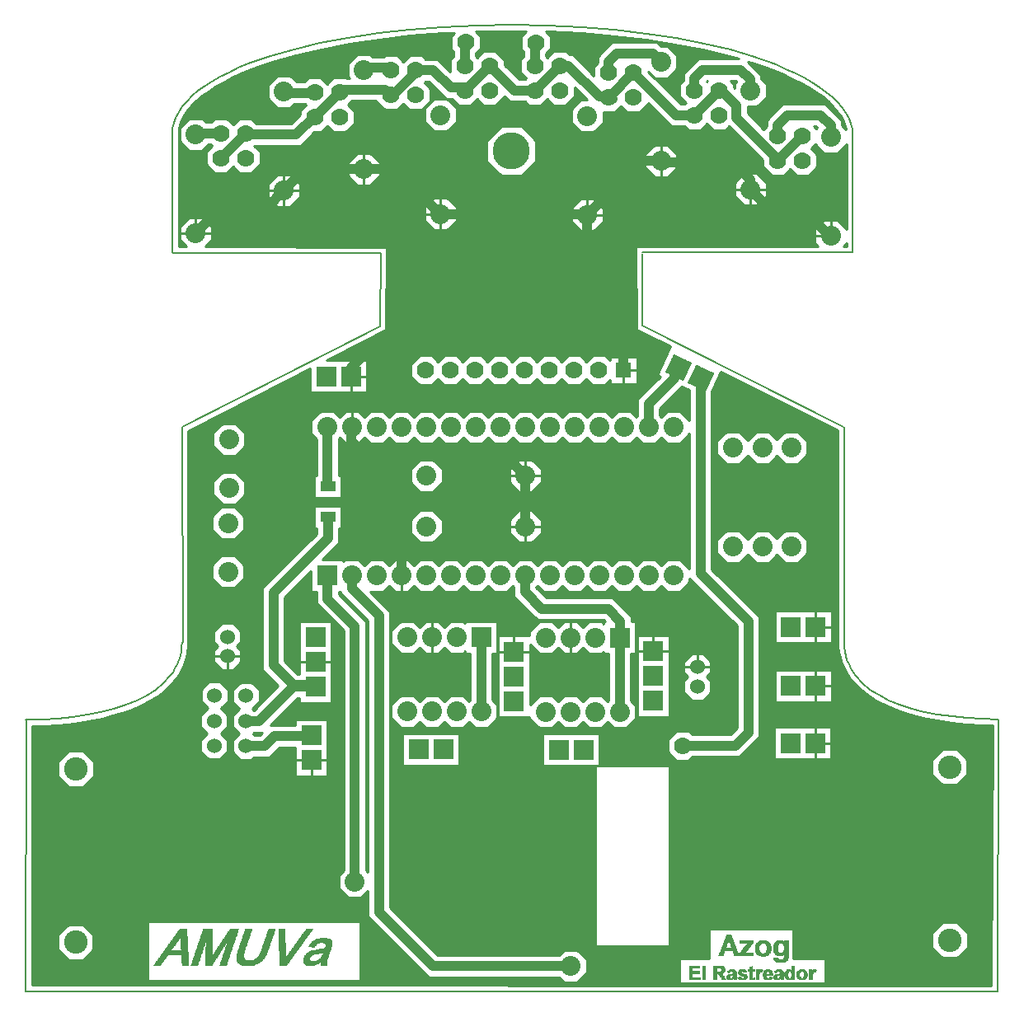
<source format=gtl>
G04 PROTEUS RS274X GERBER FILE*
%FSLAX24Y24*%
%MOIN*%
%ADD10C,0.0400*%
%ADD11C,0.0300*%
%ADD12C,0.0800*%
%ADD13C,0.0700*%
%ADD14C,0.0100*%
%ADD15C,0.0025*%
%ADD16R,0.0800X0.0800*%
%ADD17R,0.0600X0.0600*%
%ADD18C,0.0600*%
%ADD19R,0.0600X0.0400*%
%ADD70C,0.1500*%
%ADD71C,0.0950*%
%ADD20C,0.0024*%
%ADD21C,0.0080*%
G54D10*
X+4577Y+5428D02*
X+4575Y+5426D01*
X+4577Y+5538D01*
X+4577Y+5428D01*
X+4584Y+5838D02*
X+4577Y+5538D01*
X+4584Y+6290D02*
X+4584Y+5838D01*
X+4584Y+5544D01*
X+4575Y+5536D02*
X+4577Y+5538D01*
X+4575Y+5426D02*
X+4575Y+5536D01*
X+4584Y+5544D02*
X+4577Y+5538D01*
X+607Y+1264D02*
X+607Y-779D01*
X+612Y-783D01*
X+4041Y+6833D02*
X+4575Y+6298D01*
X+4575Y+5838D01*
X+4577Y+5538D01*
X+4584Y+5544D02*
X+4577Y+5538D01*
X+4575Y+5536D01*
X+4575Y+6298D02*
X+4584Y+6290D01*
X-7397Y+3235D02*
X-7386Y+3235D01*
X-7386Y+854D01*
X-7371Y+839D01*
X+602Y-2764D02*
X+602Y-3433D01*
X+1287Y-4119D01*
X+3957Y-4119D01*
X+4455Y-4616D01*
X+4455Y-5269D01*
X+4436Y-5288D01*
X+4436Y-8288D01*
X+607Y+1264D02*
X-211Y+2084D01*
X-5857Y+2084D01*
X-6431Y+2658D01*
X-6431Y+3201D01*
X-6397Y+3235D01*
X-4397Y-2764D02*
X-4397Y+596D01*
X-6431Y+2630D01*
X-6431Y+2658D01*
X-6286Y-15157D02*
X-6286Y-4817D01*
X-7381Y-3722D01*
X-7381Y-2780D01*
X-7397Y-2764D01*
X-6397Y-2764D02*
X-6397Y-3306D01*
X-5303Y-4400D01*
X-5303Y-16385D01*
X-3123Y-18565D01*
X+2454Y-18565D01*
X+2456Y-18564D01*
X-1170Y-8267D02*
X-1170Y-5267D01*
X-11968Y-9652D02*
X-11993Y-9652D01*
X-12003Y-9641D01*
X-12003Y-9698D01*
X-11964Y-8655D02*
X-11989Y-8655D01*
X-11989Y-8712D01*
X-8715Y-7205D02*
X-8765Y-7205D01*
X-9564Y-6406D01*
X-9568Y-6403D01*
X-9568Y-3462D01*
X-7371Y-1265D01*
X-7371Y-400D01*
X-10686Y-8665D02*
X-10175Y-8665D01*
X-8740Y-7230D01*
X-8715Y-7205D01*
X-8272Y-7205D01*
X-7872Y-7262D01*
X-8708Y-7262D01*
X-8740Y-7230D01*
X-8765Y-7205D01*
X-8272Y-7205D02*
X-7872Y-7205D01*
X-7872Y-7262D01*
X-10690Y-9662D02*
X-9929Y-9662D01*
X-9528Y-9261D01*
X-8050Y-9261D01*
X-8032Y-9242D01*
X+5602Y+3235D02*
X+5602Y+4170D01*
X+6387Y+4955D01*
X+6645Y+5213D01*
X+6645Y+5643D01*
X+6794Y+5656D01*
X+7700Y+5233D02*
X+7700Y-2698D01*
X+9625Y-4623D01*
X+9625Y-9124D01*
X+9092Y-9656D01*
X+6968Y-9656D01*
X-11707Y+14112D02*
X-10707Y+15112D01*
X-7899Y+15771D02*
X-6899Y+16771D01*
X-4816Y+16667D02*
X-4735Y+16667D01*
X-3816Y+17586D01*
X-3816Y+17667D01*
X-1833Y+16839D02*
X-833Y+17839D01*
X+995Y+16840D02*
X+1995Y+17840D01*
X+7443Y+15844D02*
X+8443Y+16844D01*
X+11814Y+15007D02*
X+10814Y+14007D01*
X-12714Y+15063D02*
X-12714Y+15113D01*
X-11708Y+15113D01*
X-11707Y+15112D01*
X-9151Y+12802D02*
X-9839Y+12114D01*
X-11662Y+12114D01*
X-12714Y+11063D01*
X-10707Y+15112D02*
X-10707Y+15062D01*
X-8659Y+15062D01*
X-7899Y+15821D01*
X-7899Y+15771D01*
X-9151Y+16802D02*
X-9151Y+16752D01*
X-7919Y+16752D01*
X-7899Y+16771D01*
X+4035Y+16617D02*
X+4137Y+16515D01*
X+3984Y+16515D01*
X+3984Y+16565D01*
X+4035Y+16617D01*
X+4984Y+17565D01*
X+8443Y+16844D02*
X+8458Y+16829D01*
X+10814Y+15007D02*
X+10814Y+15451D01*
X+11209Y+15847D01*
X+12552Y+15847D01*
X+12957Y+15442D01*
X+12957Y+14958D01*
X+9711Y+12843D02*
X+10407Y+12147D01*
X+11718Y+12147D01*
X+12957Y+10908D01*
X+12957Y+10958D01*
X+7443Y+16844D02*
X+7443Y+17340D01*
X+7783Y+17680D01*
X+9319Y+17680D01*
X+9700Y+17300D01*
X+9700Y+16854D01*
X+9711Y+16843D01*
X+4984Y+17565D02*
X+6705Y+15844D01*
X+7443Y+15844D01*
X-833Y+17839D02*
X-833Y+17847D01*
X+173Y+16840D01*
X+995Y+16840D01*
X-6899Y+16771D02*
X-6899Y+16874D01*
X-5073Y+16874D01*
X-4816Y+16617D01*
X-4816Y+16667D01*
X-3816Y+17667D02*
X-3115Y+17667D01*
X-2410Y+16962D01*
X-1854Y+16962D01*
X-1833Y+16941D01*
X-1833Y+16839D01*
X+1995Y+17840D02*
X+2356Y+17840D01*
X+3599Y+16598D01*
X+3634Y+16598D01*
X+3984Y+16565D01*
X+8443Y+16844D02*
X+8534Y+16844D01*
X+8545Y+16833D01*
X+8549Y+16829D01*
X+9143Y+16235D01*
X+9143Y+15738D01*
X+10814Y+14067D01*
X+10814Y+14007D01*
X+8458Y+16829D02*
X+8549Y+16829D01*
X+8582Y+16829D01*
X+8545Y+16833D01*
X+8443Y+16844D01*
X+6104Y+14004D02*
X+6104Y+13954D01*
X+9009Y+13954D01*
X+9711Y+13253D01*
X+9711Y+12843D01*
X+3984Y+17565D02*
X+3984Y+18018D01*
X+4306Y+18340D01*
X+5769Y+18340D01*
X+6104Y+18004D01*
X+3108Y+11818D02*
X+5294Y+14004D01*
X+6104Y+14004D01*
X+3108Y+11818D02*
X+3108Y+8416D01*
X+3127Y+6867D01*
X+4041Y+6833D01*
X-2816Y+11856D02*
X-2816Y+11838D01*
X-4627Y+13650D01*
X-9151Y+12802D02*
X-9151Y+12799D01*
X-8285Y+13665D01*
X-5916Y+13665D01*
X-5916Y+17665D02*
X-5916Y+17767D01*
X-4920Y+17767D01*
X-4816Y+17664D01*
X-4816Y+17667D01*
X-4627Y+13650D02*
X-4627Y+13665D01*
X-5916Y+13665D01*
X+995Y+17840D02*
X+995Y+18748D01*
X+1031Y+18784D01*
X-1833Y+17839D02*
X-1833Y+18769D01*
X-1810Y+18792D01*
X-2816Y+11856D02*
X+3069Y+11856D01*
X+3108Y+11818D01*
X+3069Y+11856D02*
X+3026Y+11899D01*
X+3069Y+11856D01*
X-6433Y+5284D02*
X-6433Y+5640D01*
X-5243Y+6830D01*
X+4038Y+6830D01*
X+4041Y+6833D01*
G54D11*
X+2456Y-18564D03*
G54D12*
X+2454Y-18565D03*
X-6286Y-15157D03*
G54D13*
X+6968Y-9656D03*
X+1031Y+18784D03*
X-1810Y+18792D03*
G54D14*
X-2410Y+19040D02*
X-2410Y+18543D01*
X-2283Y+18416D01*
X-2283Y+18237D01*
X-2433Y+18087D01*
X-2433Y+17622D01*
X-2928Y+18117D01*
X-3418Y+18117D01*
X-3568Y+18267D01*
X-4065Y+18267D01*
X-4316Y+18016D01*
X-4568Y+18267D01*
X-5065Y+18267D01*
X-5115Y+18217D01*
X-5549Y+18217D01*
X-5646Y+18314D01*
X-6185Y+18314D01*
X-6566Y+17934D01*
X-6566Y+17395D01*
X-6494Y+17324D01*
X-6604Y+17324D01*
X-6651Y+17371D01*
X-7148Y+17371D01*
X-7399Y+17120D01*
X-7651Y+17371D01*
X-8148Y+17371D01*
X-8317Y+17202D01*
X-8632Y+17202D01*
X-8882Y+17452D01*
X-9421Y+17452D01*
X-9801Y+17071D01*
X-9801Y+16533D01*
X-9421Y+16152D01*
X-8882Y+16152D01*
X-8732Y+16302D01*
X-8279Y+16302D01*
X-8248Y+16271D01*
X-8499Y+16020D01*
X-8499Y+15858D01*
X-8845Y+15512D01*
X-10258Y+15512D01*
X-10458Y+15712D01*
X-10955Y+15712D01*
X-11207Y+15460D01*
X-11458Y+15712D01*
X-11955Y+15712D01*
X-12104Y+15563D01*
X-12294Y+15563D01*
X-12444Y+15713D01*
X-12983Y+15713D01*
X-13364Y+15332D01*
X-13364Y+14793D01*
X-12983Y+14413D01*
X-12444Y+14413D01*
X-12194Y+14663D01*
X-12106Y+14663D01*
X-12055Y+14612D01*
X-12307Y+14360D01*
X-12307Y+13863D01*
X-11955Y+13512D01*
X-11458Y+13512D01*
X-11207Y+13763D01*
X-10955Y+13512D01*
X-10458Y+13512D01*
X-10107Y+13863D01*
X-10107Y+14360D01*
X-10358Y+14612D01*
X-10358Y+14612D01*
X-8472Y+14612D01*
X-7913Y+15171D01*
X-7651Y+15171D01*
X-7399Y+15423D01*
X-7148Y+15171D01*
X-6651Y+15171D01*
X-6300Y+15523D01*
X-6300Y+16020D01*
X-6551Y+16271D01*
X-6398Y+16424D01*
X-5416Y+16424D01*
X-5416Y+16419D01*
X-5065Y+16067D01*
X-4568Y+16067D01*
X-4316Y+16319D01*
X-4065Y+16067D01*
X-3568Y+16067D01*
X-3216Y+16419D01*
X-3216Y+16916D01*
X-3468Y+17167D01*
X-3418Y+17217D01*
X-3301Y+17217D01*
X-2596Y+16512D01*
X-2355Y+16512D01*
X-2081Y+16239D01*
X-1584Y+16239D01*
X-1333Y+16490D01*
X-1081Y+16239D01*
X-584Y+16239D01*
X-233Y+16590D01*
X-233Y+16611D01*
X-12Y+16390D01*
X+596Y+16390D01*
X+746Y+16240D01*
X+1243Y+16240D01*
X+1495Y+16492D01*
X+1746Y+16240D01*
X+2243Y+16240D01*
X+2595Y+16592D01*
X+2595Y+16966D01*
X+3093Y+16468D01*
X+2838Y+16468D01*
X+2458Y+16087D01*
X+2458Y+15548D01*
X+2838Y+15168D01*
X+3377Y+15168D01*
X+3758Y+15548D01*
X+3758Y+15965D01*
X+4232Y+15965D01*
X+4484Y+16216D01*
X+4735Y+15965D01*
X+5232Y+15965D01*
X+5584Y+16316D01*
X+5584Y+16329D01*
X+6518Y+15394D01*
X+7044Y+15394D01*
X+7194Y+15244D01*
X+7691Y+15244D01*
X+7943Y+15496D01*
X+8194Y+15244D01*
X+8691Y+15244D01*
X+8846Y+15398D01*
X+10214Y+14031D01*
X+10214Y+13758D01*
X+10565Y+13407D01*
X+11062Y+13407D01*
X+11314Y+13658D01*
X+11565Y+13407D01*
X+12062Y+13407D01*
X+12414Y+13758D01*
X+12414Y+14255D01*
X+12162Y+14507D01*
X+12325Y+14670D01*
X+12688Y+14308D01*
X+13226Y+14308D01*
X+13596Y+14677D01*
X+13595Y+11238D01*
X+13226Y+11608D01*
X+12688Y+11608D01*
X+12307Y+11227D01*
X+12307Y+10688D01*
X+12448Y+10548D01*
X+5085Y+10548D01*
X+5100Y+7174D01*
X+6465Y+6490D01*
X+5930Y+5341D01*
X+6071Y+5276D01*
X+5152Y+4357D01*
X+5152Y+3704D01*
X+5102Y+3654D01*
X+4871Y+3885D01*
X+4332Y+3885D01*
X+4102Y+3654D01*
X+3871Y+3885D01*
X+3332Y+3885D01*
X+3102Y+3654D01*
X+2871Y+3885D01*
X+2332Y+3885D01*
X+2102Y+3654D01*
X+1871Y+3885D01*
X+1332Y+3885D01*
X+1102Y+3654D01*
X+871Y+3885D01*
X+332Y+3885D01*
X+102Y+3654D01*
X-128Y+3885D01*
X-667Y+3885D01*
X-897Y+3654D01*
X-1128Y+3885D01*
X-1667Y+3885D01*
X-1897Y+3654D01*
X-2128Y+3885D01*
X-2667Y+3885D01*
X-2897Y+3654D01*
X-3128Y+3885D01*
X-3667Y+3885D01*
X-3897Y+3654D01*
X-4128Y+3885D01*
X-4667Y+3885D01*
X-4897Y+3654D01*
X-5128Y+3885D01*
X-5667Y+3885D01*
X-5897Y+3654D01*
X-6128Y+3885D01*
X-6667Y+3885D01*
X-6897Y+3654D01*
X-7128Y+3885D01*
X-7667Y+3885D01*
X-8047Y+3504D01*
X-8047Y+2965D01*
X-7836Y+2754D01*
X-7836Y+1289D01*
X-7921Y+1289D01*
X-7921Y+389D01*
X-6821Y+389D01*
X-6821Y+1289D01*
X-6936Y+1289D01*
X-6936Y+2777D01*
X-6897Y+2815D01*
X-6667Y+2585D01*
X-6128Y+2585D01*
X-5897Y+2815D01*
X-5667Y+2585D01*
X-5128Y+2585D01*
X-4897Y+2815D01*
X-4667Y+2585D01*
X-4128Y+2585D01*
X-3897Y+2815D01*
X-3667Y+2585D01*
X-3128Y+2585D01*
X-2897Y+2815D01*
X-2667Y+2585D01*
X-2128Y+2585D01*
X-1897Y+2815D01*
X-1667Y+2585D01*
X-1128Y+2585D01*
X-897Y+2815D01*
X-667Y+2585D01*
X-128Y+2585D01*
X+102Y+2815D01*
X+332Y+2585D01*
X+871Y+2585D01*
X+1102Y+2815D01*
X+1332Y+2585D01*
X+1871Y+2585D01*
X+2102Y+2815D01*
X+2332Y+2585D01*
X+2871Y+2585D01*
X+3102Y+2815D01*
X+3332Y+2585D01*
X+3871Y+2585D01*
X+4102Y+2815D01*
X+4332Y+2585D01*
X+4871Y+2585D01*
X+5102Y+2815D01*
X+5332Y+2585D01*
X+5871Y+2585D01*
X+6102Y+2815D01*
X+6332Y+2585D01*
X+6871Y+2585D01*
X+7250Y+2964D01*
X+7250Y-2493D01*
X+6871Y-2114D01*
X+6332Y-2114D01*
X+6102Y-2345D01*
X+5871Y-2114D01*
X+5332Y-2114D01*
X+5102Y-2345D01*
X+4871Y-2114D01*
X+4332Y-2114D01*
X+4102Y-2345D01*
X+3871Y-2114D01*
X+3332Y-2114D01*
X+3102Y-2345D01*
X+2871Y-2114D01*
X+2332Y-2114D01*
X+2102Y-2345D01*
X+1871Y-2114D01*
X+1332Y-2114D01*
X+1102Y-2345D01*
X+871Y-2114D01*
X+332Y-2114D01*
X+102Y-2345D01*
X-128Y-2114D01*
X-667Y-2114D01*
X-897Y-2345D01*
X-1128Y-2114D01*
X-1667Y-2114D01*
X-1897Y-2345D01*
X-2128Y-2114D01*
X-2667Y-2114D01*
X-2897Y-2345D01*
X-3128Y-2114D01*
X-3667Y-2114D01*
X-3897Y-2345D01*
X-4128Y-2114D01*
X-4667Y-2114D01*
X-4897Y-2345D01*
X-5128Y-2114D01*
X-5667Y-2114D01*
X-5897Y-2345D01*
X-6128Y-2114D01*
X-6667Y-2114D01*
X-6747Y-2195D01*
X-6747Y-2114D01*
X-7584Y-2114D01*
X-6921Y-1452D01*
X-6921Y-850D01*
X-6821Y-850D01*
X-6821Y+49D01*
X-7921Y+49D01*
X-7921Y-850D01*
X-7821Y-850D01*
X-7821Y-1079D01*
X-10018Y-3276D01*
X-10018Y-6589D01*
X-9377Y-7230D01*
X-10360Y-8214D01*
X-10421Y-8153D01*
X-10132Y-7864D01*
X-10132Y-7409D01*
X-10454Y-7087D01*
X-10910Y-7087D01*
X-11232Y-7409D01*
X-11232Y-7864D01*
X-10948Y-8149D01*
X-11236Y-8437D01*
X-11236Y-8893D01*
X-10968Y-9161D01*
X-11240Y-9434D01*
X-11240Y-9890D01*
X-10918Y-10212D01*
X-10463Y-10212D01*
X-10363Y-10112D01*
X-9742Y-10112D01*
X-9342Y-9711D01*
X-8682Y-9711D01*
X-8682Y-10892D01*
X-7382Y-10892D01*
X-7382Y-8592D01*
X-8682Y-8592D01*
X-8682Y-8811D01*
X-9685Y-8811D01*
X-8586Y-7712D01*
X-8522Y-7712D01*
X-8522Y-7912D01*
X-7222Y-7912D01*
X-7222Y-4612D01*
X-8522Y-4612D01*
X-8522Y-6755D01*
X-8579Y-6755D01*
X-9118Y-6216D01*
X-9118Y-3648D01*
X-8047Y-2578D01*
X-8047Y-3414D01*
X-7831Y-3414D01*
X-7831Y-3908D01*
X-6736Y-5003D01*
X-6736Y-14687D01*
X-6936Y-14887D01*
X-6936Y-15426D01*
X-6555Y-15807D01*
X-6017Y-15807D01*
X-5753Y-15543D01*
X-5753Y-16571D01*
X-3309Y-19015D01*
X+1985Y-19015D01*
X+2185Y-19215D01*
X+2723Y-19215D01*
X+3104Y-18835D01*
X+3104Y-18296D01*
X+2723Y-17915D01*
X+2185Y-17915D01*
X+1985Y-18115D01*
X-2936Y-18115D01*
X-4853Y-16198D01*
X-4853Y-4213D01*
X-5652Y-3414D01*
X-5128Y-3414D01*
X-4897Y-3184D01*
X-4667Y-3414D01*
X-4128Y-3414D01*
X-3897Y-3184D01*
X-3667Y-3414D01*
X-3128Y-3414D01*
X-2897Y-3184D01*
X-2667Y-3414D01*
X-2128Y-3414D01*
X-1897Y-3184D01*
X-1667Y-3414D01*
X-1128Y-3414D01*
X-897Y-3184D01*
X-667Y-3414D01*
X-128Y-3414D01*
X+102Y-3184D01*
X+152Y-3234D01*
X+152Y-3619D01*
X+1101Y-4569D01*
X+3770Y-4569D01*
X+3839Y-4638D01*
X+3786Y-4638D01*
X+3786Y-4718D01*
X+3705Y-4638D01*
X+3167Y-4638D01*
X+2936Y-4868D01*
X+2705Y-4638D01*
X+2167Y-4638D01*
X+1936Y-4868D01*
X+1705Y-4638D01*
X+1167Y-4638D01*
X+786Y-5018D01*
X+786Y-5200D01*
X-499Y-5200D01*
X-499Y-8500D01*
X+786Y-8500D01*
X+786Y-8557D01*
X+1167Y-8937D01*
X+1705Y-8937D01*
X+1936Y-8707D01*
X+2167Y-8937D01*
X+2705Y-8937D01*
X+2936Y-8707D01*
X+3167Y-8937D01*
X+3705Y-8937D01*
X+3936Y-8707D01*
X+4167Y-8937D01*
X+4705Y-8937D01*
X+5086Y-8557D01*
X+5086Y-8018D01*
X+4886Y-7818D01*
X+4886Y-5937D01*
X+5086Y-5937D01*
X+5086Y-4638D01*
X+4905Y-4638D01*
X+4905Y-4430D01*
X+4143Y-3669D01*
X+1474Y-3669D01*
X+1052Y-3247D01*
X+1052Y-3234D01*
X+1102Y-3184D01*
X+1332Y-3414D01*
X+1871Y-3414D01*
X+2102Y-3184D01*
X+2332Y-3414D01*
X+2871Y-3414D01*
X+3102Y-3184D01*
X+3332Y-3414D01*
X+3871Y-3414D01*
X+4102Y-3184D01*
X+4332Y-3414D01*
X+4871Y-3414D01*
X+5102Y-3184D01*
X+5332Y-3414D01*
X+5871Y-3414D01*
X+6102Y-3184D01*
X+6332Y-3414D01*
X+6871Y-3414D01*
X+7252Y-3034D01*
X+7252Y-2886D01*
X+9175Y-4809D01*
X+9175Y-8937D01*
X+8906Y-9206D01*
X+7367Y-9206D01*
X+7217Y-9056D01*
X+6719Y-9056D01*
X+6368Y-9408D01*
X+6368Y-9905D01*
X+6719Y-10256D01*
X+7217Y-10256D01*
X+7367Y-10106D01*
X+9279Y-10106D01*
X+10075Y-9310D01*
X+10075Y-4437D01*
X+8150Y-2512D01*
X+8150Y+4660D01*
X+8522Y+5459D01*
X+13237Y+3095D01*
X+13245Y-5449D01*
X+13254Y-5661D01*
X+13281Y-5872D01*
X+13325Y-6076D01*
X+13386Y-6273D01*
X+13463Y-6463D01*
X+13557Y-6650D01*
X+13784Y-6987D01*
X+14068Y-7296D01*
X+14401Y-7574D01*
X+14780Y-7821D01*
X+15201Y-8039D01*
X+15661Y-8228D01*
X+16157Y-8391D01*
X+16686Y-8528D01*
X+17247Y-8639D01*
X+17836Y-8724D01*
X+18451Y-8785D01*
X+19089Y-8821D01*
X+19496Y-8829D01*
X+19450Y-19354D01*
X-19329Y-19340D01*
X-19323Y-8872D01*
X-18907Y-8861D01*
X-18263Y-8821D01*
X-17642Y-8756D01*
X-17047Y-8666D01*
X-16481Y-8551D01*
X-15945Y-8410D01*
X-15445Y-8244D01*
X-14980Y-8051D01*
X-14556Y-7830D01*
X-14174Y-7581D01*
X-13839Y-7302D01*
X-13557Y-6995D01*
X-13433Y-6824D01*
X-13325Y-6649D01*
X-13233Y-6466D01*
X-13157Y-6276D01*
X-13098Y-6079D01*
X-13056Y-5874D01*
X-13032Y-5664D01*
X-13025Y-5454D01*
X-13027Y+3070D01*
X-8083Y+5599D01*
X-8083Y+4634D01*
X-5783Y+4634D01*
X-5783Y+5934D01*
X-7427Y+5934D01*
X-5012Y+7170D01*
X-4987Y+10502D01*
X-12332Y+10525D01*
X-12064Y+10793D01*
X-12064Y+11332D01*
X-12444Y+11713D01*
X-12983Y+11713D01*
X-13364Y+11332D01*
X-13364Y+10793D01*
X-13098Y+10528D01*
X-13382Y+10529D01*
X-13410Y+15048D01*
X-13396Y+15259D01*
X-13354Y+15458D01*
X-13281Y+15655D01*
X-13179Y+15853D01*
X-13045Y+16050D01*
X-12880Y+16247D01*
X-12684Y+16441D01*
X-12457Y+16633D01*
X-12200Y+16822D01*
X-11914Y+17006D01*
X-11599Y+17186D01*
X-11257Y+17361D01*
X-10888Y+17530D01*
X-10495Y+17692D01*
X-9628Y+17998D01*
X-8671Y+18276D01*
X-7628Y+18522D01*
X-6505Y+18736D01*
X-5310Y+18915D01*
X-4048Y+19058D01*
X-2727Y+19162D01*
X-2268Y+19183D01*
X-2410Y+19040D01*
X-14649Y-16759D02*
X-6049Y-16759D01*
X-6050Y-19159D01*
X-14649Y-19159D01*
X-14649Y-16759D01*
X+6850Y-19275D02*
X+6850Y-18275D01*
X+8050Y-18275D01*
X+8050Y-17075D01*
X+11450Y-17075D01*
X+11450Y-18275D01*
X+12750Y-18275D01*
X+12750Y-19275D01*
X+6850Y-19275D01*
X+3450Y-17775D02*
X+3450Y-10475D01*
X+6450Y-10475D01*
X+6450Y-17775D01*
X+3450Y-17775D01*
X-6566Y+13395D02*
X-6566Y+13934D01*
X-6185Y+14314D01*
X-5646Y+14314D01*
X-5266Y+13934D01*
X-5266Y+13395D01*
X-5646Y+13015D01*
X-6185Y+13015D01*
X-6566Y+13395D01*
X-3466Y+15587D02*
X-3466Y+16126D01*
X-3085Y+16506D01*
X-2546Y+16506D01*
X-2166Y+16126D01*
X-2166Y+15587D01*
X-2546Y+15206D01*
X-3085Y+15206D01*
X-3466Y+15587D01*
X-3466Y+11587D02*
X-3466Y+12126D01*
X-3085Y+12506D01*
X-2546Y+12506D01*
X-2166Y+12126D01*
X-2166Y+11587D01*
X-2546Y+11206D01*
X-3085Y+11206D01*
X-3466Y+11587D01*
X+2458Y+11548D02*
X+2458Y+12087D01*
X+2838Y+12468D01*
X+3377Y+12468D01*
X+3758Y+12087D01*
X+3758Y+11548D01*
X+3377Y+11168D01*
X+2838Y+11168D01*
X+2458Y+11548D01*
X+5454Y+13735D02*
X+5454Y+14273D01*
X+5835Y+14654D01*
X+6374Y+14654D01*
X+6754Y+14273D01*
X+6754Y+13735D01*
X+6374Y+13354D01*
X+5835Y+13354D01*
X+5454Y+13735D01*
X+9061Y+12574D02*
X+9061Y+13112D01*
X+9441Y+13493D01*
X+9980Y+13493D01*
X+10361Y+13112D01*
X+10361Y+12574D01*
X+9980Y+12193D01*
X+9441Y+12193D01*
X+9061Y+12574D01*
X-9801Y+12533D02*
X-9801Y+13071D01*
X-9421Y+13452D01*
X-8882Y+13452D01*
X-8501Y+13071D01*
X-8501Y+12533D01*
X-8882Y+12152D01*
X-9421Y+12152D01*
X-9801Y+12533D01*
X+4027Y+5936D02*
X+4027Y+6088D01*
X+5127Y+6088D01*
X+5127Y+4988D01*
X+4027Y+4988D01*
X+4027Y+5139D01*
X+3826Y+4938D01*
X+3329Y+4938D01*
X+3077Y+5189D01*
X+2826Y+4938D01*
X+2329Y+4938D01*
X+2077Y+5189D01*
X+1826Y+4938D01*
X+1329Y+4938D01*
X+1077Y+5189D01*
X+826Y+4938D01*
X+329Y+4938D01*
X+77Y+5189D01*
X-173Y+4938D01*
X-670Y+4938D01*
X-922Y+5189D01*
X-1173Y+4938D01*
X-1670Y+4938D01*
X-1922Y+5189D01*
X-2173Y+4938D01*
X-2670Y+4938D01*
X-2922Y+5189D01*
X-3173Y+4938D01*
X-3670Y+4938D01*
X-4022Y+5289D01*
X-4022Y+5786D01*
X-3670Y+6138D01*
X-3173Y+6138D01*
X-2922Y+5886D01*
X-2670Y+6138D01*
X-2173Y+6138D01*
X-1922Y+5886D01*
X-1670Y+6138D01*
X-1173Y+6138D01*
X-922Y+5886D01*
X-670Y+6138D01*
X-173Y+6138D01*
X+77Y+5886D01*
X+329Y+6138D01*
X+826Y+6138D01*
X+1077Y+5886D01*
X+1329Y+6138D01*
X+1826Y+6138D01*
X+2077Y+5886D01*
X+2329Y+6138D01*
X+2826Y+6138D01*
X+3077Y+5886D01*
X+3329Y+6138D01*
X+3826Y+6138D01*
X+4027Y+5936D01*
X-520Y-5917D02*
X-720Y-5917D01*
X-720Y-7798D01*
X-520Y-7998D01*
X-520Y-8536D01*
X-901Y-8917D01*
X-1439Y-8917D01*
X-1670Y-8686D01*
X-1901Y-8917D01*
X-2439Y-8917D01*
X-2670Y-8686D01*
X-2901Y-8917D01*
X-3439Y-8917D01*
X-3670Y-8686D01*
X-3901Y-8917D01*
X-4439Y-8917D01*
X-4820Y-8536D01*
X-4820Y-7998D01*
X-4439Y-7617D01*
X-3901Y-7617D01*
X-3670Y-7848D01*
X-3439Y-7617D01*
X-2901Y-7617D01*
X-2670Y-7848D01*
X-2439Y-7617D01*
X-1901Y-7617D01*
X-1670Y-7848D01*
X-1620Y-7798D01*
X-1620Y-5917D01*
X-1820Y-5917D01*
X-1820Y-5836D01*
X-1901Y-5917D01*
X-2439Y-5917D01*
X-2670Y-5686D01*
X-2901Y-5917D01*
X-3439Y-5917D01*
X-3670Y-5686D01*
X-3901Y-5917D01*
X-4439Y-5917D01*
X-4820Y-5536D01*
X-4820Y-4998D01*
X-4439Y-4617D01*
X-3901Y-4617D01*
X-3670Y-4848D01*
X-3439Y-4617D01*
X-2901Y-4617D01*
X-2670Y-4848D01*
X-2439Y-4617D01*
X-1901Y-4617D01*
X-1820Y-4698D01*
X-1820Y-4617D01*
X-520Y-4617D01*
X-520Y-5917D01*
X-2050Y-10449D02*
X-4349Y-10449D01*
X-4349Y-9150D01*
X-2050Y-9150D01*
X-2050Y-10449D01*
X+3622Y-10470D02*
X+1322Y-10470D01*
X+1322Y-9170D01*
X+3622Y-9170D01*
X+3622Y-10470D01*
X+12979Y-10206D02*
X+10679Y-10206D01*
X+10679Y-8906D01*
X+12979Y-8906D01*
X+12979Y-10206D01*
X+13001Y-7878D02*
X+10701Y-7878D01*
X+10701Y-6578D01*
X+13001Y-6578D01*
X+13001Y-7878D01*
X+12992Y-5497D02*
X+10692Y-5497D01*
X+10692Y-4197D01*
X+12992Y-4197D01*
X+12992Y-5497D01*
X-37Y-1053D02*
X-37Y-514D01*
X+343Y-133D01*
X+881Y-133D01*
X+1262Y-514D01*
X+1262Y-1053D01*
X+881Y-1433D01*
X+343Y-1433D01*
X-37Y-1053D01*
X-4037Y-1053D02*
X-4037Y-514D01*
X-3656Y-133D01*
X-3118Y-133D01*
X-2737Y-514D01*
X-2737Y-1053D01*
X-3118Y-1433D01*
X-3656Y-1433D01*
X-4037Y-1053D01*
X+1257Y+1533D02*
X+1257Y+995D01*
X+876Y+614D01*
X+338Y+614D01*
X-42Y+995D01*
X-42Y+1533D01*
X+338Y+1914D01*
X+876Y+1914D01*
X+1257Y+1533D01*
X-2742Y+1533D02*
X-2742Y+995D01*
X-3123Y+614D01*
X-3661Y+614D01*
X-4042Y+995D01*
X-4042Y+1533D01*
X-3661Y+1914D01*
X-3123Y+1914D01*
X-2742Y+1533D01*
X+9597Y-1281D02*
X+9926Y-952D01*
X+10465Y-952D01*
X+10779Y-1266D01*
X+11097Y-948D01*
X+11636Y-948D01*
X+12016Y-1329D01*
X+12016Y-1868D01*
X+11636Y-2248D01*
X+11097Y-2248D01*
X+10783Y-1934D01*
X+10465Y-2252D01*
X+9926Y-2252D01*
X+9592Y-1917D01*
X+9262Y-2247D01*
X+8724Y-2247D01*
X+8343Y-1866D01*
X+8343Y-1328D01*
X+8724Y-947D01*
X+9262Y-947D01*
X+9597Y-1281D01*
X+9597Y+2718D02*
X+9926Y+3047D01*
X+10465Y+3047D01*
X+10779Y+2733D01*
X+11097Y+3051D01*
X+11636Y+3051D01*
X+12016Y+2670D01*
X+12016Y+2131D01*
X+11636Y+1751D01*
X+11097Y+1751D01*
X+10783Y+2065D01*
X+10465Y+1747D01*
X+9926Y+1747D01*
X+9592Y+2082D01*
X+9262Y+1752D01*
X+8724Y+1752D01*
X+8343Y+2133D01*
X+8343Y+2671D01*
X+8724Y+3052D01*
X+9262Y+3052D01*
X+9597Y+2718D01*
X-12060Y-919D02*
X-12060Y-380D01*
X-11679Y+0D01*
X-11141Y+0D01*
X-10760Y-380D01*
X-10760Y-919D01*
X-11141Y-1300D01*
X-11679Y-1300D01*
X-12060Y-919D01*
X-12060Y-2887D02*
X-12060Y-2349D01*
X-11679Y-1968D01*
X-11141Y-1968D01*
X-10760Y-2349D01*
X-10760Y-2887D01*
X-11141Y-3268D01*
X-11679Y-3268D01*
X-12060Y-2887D01*
X-12011Y+499D02*
X-12011Y+1037D01*
X-11630Y+1418D01*
X-11092Y+1418D01*
X-10711Y+1037D01*
X-10711Y+499D01*
X-11092Y+118D01*
X-11630Y+118D01*
X-12011Y+499D01*
X-12011Y+2467D02*
X-12011Y+3006D01*
X-11630Y+3387D01*
X-11092Y+3387D01*
X-10711Y+3006D01*
X-10711Y+2467D01*
X-11092Y+2087D01*
X-11630Y+2087D01*
X-12011Y+2467D01*
X-11410Y-7399D02*
X-11410Y-7854D01*
X-11699Y-8143D01*
X-11414Y-8427D01*
X-11414Y-8883D01*
X-11687Y-9155D01*
X-11418Y-9424D01*
X-11418Y-9879D01*
X-11741Y-10202D01*
X-12196Y-10202D01*
X-12518Y-9879D01*
X-12518Y-9424D01*
X-12246Y-9151D01*
X-12514Y-8883D01*
X-12514Y-8427D01*
X-12226Y-8139D01*
X-12510Y-7854D01*
X-12510Y-7399D01*
X-12188Y-7076D01*
X-11732Y-7076D01*
X-11410Y-7399D01*
X+8115Y-6248D02*
X+8115Y-6703D01*
X+7949Y-6869D01*
X+8115Y-7035D01*
X+8115Y-7491D01*
X+7793Y-7813D01*
X+7337Y-7813D01*
X+7015Y-7491D01*
X+7015Y-7035D01*
X+7181Y-6869D01*
X+7015Y-6703D01*
X+7015Y-6248D01*
X+7337Y-5926D01*
X+7793Y-5926D01*
X+8115Y-6248D01*
X-10879Y-5019D02*
X-10879Y-5474D01*
X-11045Y-5640D01*
X-10879Y-5806D01*
X-10879Y-6262D01*
X-11202Y-6584D01*
X-11657Y-6584D01*
X-11979Y-6262D01*
X-11979Y-5806D01*
X-11814Y-5640D01*
X-11979Y-5474D01*
X-11979Y-5019D01*
X-11657Y-4696D01*
X-11202Y-4696D01*
X-10879Y-5019D01*
X-949Y+13985D02*
X-949Y+14814D01*
X-364Y+15399D01*
X+464Y+15399D01*
X+1049Y+14814D01*
X+1049Y+13985D01*
X+464Y+13400D01*
X-364Y+13400D01*
X-949Y+13985D01*
X+6424Y-6482D02*
X+6424Y-8482D01*
X+5124Y-8482D01*
X+5124Y-5182D01*
X+6424Y-5182D01*
X+6424Y-6482D01*
X-18300Y-17904D02*
X-18300Y-17303D01*
X-17875Y-16879D01*
X-17274Y-16879D01*
X-16850Y-17303D01*
X-16850Y-17904D01*
X-17274Y-18329D01*
X-17875Y-18329D01*
X-18300Y-17904D01*
X-18293Y-10900D02*
X-18293Y-10299D01*
X-17868Y-9875D01*
X-17268Y-9875D01*
X-16843Y-10299D01*
X-16843Y-10900D01*
X-17268Y-11325D01*
X-17868Y-11325D01*
X-18293Y-10900D01*
X+17045Y-17815D02*
X+17045Y-17215D01*
X+17469Y-16790D01*
X+18070Y-16790D01*
X+18495Y-17215D01*
X+18495Y-17815D01*
X+18070Y-18240D01*
X+17469Y-18240D01*
X+17045Y-17815D01*
X+17038Y-10811D02*
X+17038Y-10211D01*
X+17463Y-9786D01*
X+18063Y-9786D01*
X+18488Y-10211D01*
X+18488Y-10811D01*
X+18063Y-11236D01*
X+17463Y-11236D01*
X+17038Y-10811D01*
G54D15*
X+19450Y-19354D02*
X+19450Y-19354D01*
X-19328Y-19334D02*
X+19450Y-19334D01*
X-19328Y-19314D02*
X+19450Y-19314D01*
X-19328Y-19294D02*
X+19450Y-19294D01*
X-19328Y-19274D02*
X+6850Y-19274D01*
X+12750Y-19274D02*
X+19450Y-19274D01*
X-19328Y-19254D02*
X+6850Y-19254D01*
X+12750Y-19254D02*
X+19450Y-19254D01*
X-19328Y-19234D02*
X+6850Y-19234D01*
X+12750Y-19234D02*
X+19450Y-19234D01*
X-19328Y-19214D02*
X+2184Y-19214D01*
X+2724Y-19214D02*
X+6850Y-19214D01*
X+12750Y-19214D02*
X+19450Y-19214D01*
X-19328Y-19194D02*
X+2164Y-19194D01*
X+2744Y-19194D02*
X+6850Y-19194D01*
X+12750Y-19194D02*
X+19450Y-19194D01*
X-19328Y-19174D02*
X+2144Y-19174D01*
X+2764Y-19174D02*
X+6850Y-19174D01*
X+12750Y-19174D02*
X+19450Y-19174D01*
X-19328Y-19154D02*
X-14649Y-19154D01*
X-6049Y-19154D02*
X+2124Y-19154D01*
X+2784Y-19154D02*
X+6850Y-19154D01*
X+12750Y-19154D02*
X+19450Y-19154D01*
X-19328Y-19134D02*
X-14649Y-19134D01*
X-6049Y-19134D02*
X+2104Y-19134D01*
X+2804Y-19134D02*
X+6850Y-19134D01*
X+12750Y-19134D02*
X+19450Y-19134D01*
X-19328Y-19114D02*
X-14649Y-19114D01*
X-6049Y-19114D02*
X+2084Y-19114D01*
X+2824Y-19114D02*
X+6850Y-19114D01*
X+12750Y-19114D02*
X+19451Y-19114D01*
X-19328Y-19094D02*
X-14649Y-19094D01*
X-6049Y-19094D02*
X+2064Y-19094D01*
X+2844Y-19094D02*
X+6850Y-19094D01*
X+12750Y-19094D02*
X+19451Y-19094D01*
X-19328Y-19074D02*
X-14649Y-19074D01*
X-6049Y-19074D02*
X+2044Y-19074D01*
X+2864Y-19074D02*
X+6850Y-19074D01*
X+12750Y-19074D02*
X+19451Y-19074D01*
X-19328Y-19054D02*
X-14649Y-19054D01*
X-6049Y-19054D02*
X+2024Y-19054D01*
X+2884Y-19054D02*
X+6850Y-19054D01*
X+12750Y-19054D02*
X+19451Y-19054D01*
X-19328Y-19034D02*
X-14649Y-19034D01*
X-6049Y-19034D02*
X+2004Y-19034D01*
X+2904Y-19034D02*
X+6850Y-19034D01*
X+12750Y-19034D02*
X+19451Y-19034D01*
X-19328Y-19014D02*
X-14649Y-19014D01*
X-6049Y-19014D02*
X-3310Y-19014D01*
X+2924Y-19014D02*
X+6850Y-19014D01*
X+12750Y-19014D02*
X+19451Y-19014D01*
X-19328Y-18994D02*
X-14649Y-18994D01*
X-6049Y-18994D02*
X-3330Y-18994D01*
X+2944Y-18994D02*
X+6850Y-18994D01*
X+12750Y-18994D02*
X+19451Y-18994D01*
X-19328Y-18974D02*
X-14649Y-18974D01*
X-6049Y-18974D02*
X-3350Y-18974D01*
X+2964Y-18974D02*
X+6850Y-18974D01*
X+12750Y-18974D02*
X+19451Y-18974D01*
X-19328Y-18954D02*
X-14649Y-18954D01*
X-6049Y-18954D02*
X-3370Y-18954D01*
X+2984Y-18954D02*
X+6850Y-18954D01*
X+12750Y-18954D02*
X+19451Y-18954D01*
X-19328Y-18934D02*
X-14649Y-18934D01*
X-6049Y-18934D02*
X-3390Y-18934D01*
X+3004Y-18934D02*
X+6850Y-18934D01*
X+12750Y-18934D02*
X+19451Y-18934D01*
X-19328Y-18914D02*
X-14649Y-18914D01*
X-6049Y-18914D02*
X-3410Y-18914D01*
X+3024Y-18914D02*
X+6850Y-18914D01*
X+12750Y-18914D02*
X+19451Y-18914D01*
X-19328Y-18894D02*
X-14649Y-18894D01*
X-6049Y-18894D02*
X-3430Y-18894D01*
X+3044Y-18894D02*
X+6850Y-18894D01*
X+12750Y-18894D02*
X+19452Y-18894D01*
X-19328Y-18874D02*
X-14649Y-18874D01*
X-6049Y-18874D02*
X-3450Y-18874D01*
X+3064Y-18874D02*
X+6850Y-18874D01*
X+12750Y-18874D02*
X+19452Y-18874D01*
X-19328Y-18854D02*
X-14649Y-18854D01*
X-6049Y-18854D02*
X-3470Y-18854D01*
X+3084Y-18854D02*
X+6850Y-18854D01*
X+12750Y-18854D02*
X+19452Y-18854D01*
X-19328Y-18834D02*
X-14649Y-18834D01*
X-6049Y-18834D02*
X-3490Y-18834D01*
X+3104Y-18834D02*
X+6850Y-18834D01*
X+12750Y-18834D02*
X+19452Y-18834D01*
X-19328Y-18814D02*
X-14649Y-18814D01*
X-6049Y-18814D02*
X-3510Y-18814D01*
X+3104Y-18814D02*
X+6850Y-18814D01*
X+12750Y-18814D02*
X+19452Y-18814D01*
X-19328Y-18794D02*
X-14649Y-18794D01*
X-6049Y-18794D02*
X-3530Y-18794D01*
X+3104Y-18794D02*
X+6850Y-18794D01*
X+12750Y-18794D02*
X+19452Y-18794D01*
X-19328Y-18774D02*
X-14649Y-18774D01*
X-6049Y-18774D02*
X-3550Y-18774D01*
X+3104Y-18774D02*
X+6850Y-18774D01*
X+12750Y-18774D02*
X+19452Y-18774D01*
X-19328Y-18754D02*
X-14649Y-18754D01*
X-6049Y-18754D02*
X-3570Y-18754D01*
X+3104Y-18754D02*
X+6850Y-18754D01*
X+12750Y-18754D02*
X+19452Y-18754D01*
X-19328Y-18734D02*
X-14649Y-18734D01*
X-6049Y-18734D02*
X-3590Y-18734D01*
X+3104Y-18734D02*
X+6850Y-18734D01*
X+12750Y-18734D02*
X+19452Y-18734D01*
X-19328Y-18714D02*
X-14649Y-18714D01*
X-6049Y-18714D02*
X-3610Y-18714D01*
X+3104Y-18714D02*
X+6850Y-18714D01*
X+12750Y-18714D02*
X+19452Y-18714D01*
X-19328Y-18694D02*
X-14649Y-18694D01*
X-6049Y-18694D02*
X-3630Y-18694D01*
X+3104Y-18694D02*
X+6850Y-18694D01*
X+12750Y-18694D02*
X+19452Y-18694D01*
X-19328Y-18674D02*
X-14649Y-18674D01*
X-6049Y-18674D02*
X-3650Y-18674D01*
X+3104Y-18674D02*
X+6850Y-18674D01*
X+12750Y-18674D02*
X+19452Y-18674D01*
X-19328Y-18654D02*
X-14649Y-18654D01*
X-6049Y-18654D02*
X-3670Y-18654D01*
X+3104Y-18654D02*
X+6850Y-18654D01*
X+12750Y-18654D02*
X+19453Y-18654D01*
X-19328Y-18634D02*
X-14649Y-18634D01*
X-6049Y-18634D02*
X-3690Y-18634D01*
X+3104Y-18634D02*
X+6850Y-18634D01*
X+12750Y-18634D02*
X+19453Y-18634D01*
X-19328Y-18614D02*
X-14649Y-18614D01*
X-6049Y-18614D02*
X-3710Y-18614D01*
X+3104Y-18614D02*
X+6850Y-18614D01*
X+12750Y-18614D02*
X+19453Y-18614D01*
X-19328Y-18594D02*
X-14649Y-18594D01*
X-6049Y-18594D02*
X-3730Y-18594D01*
X+3104Y-18594D02*
X+6850Y-18594D01*
X+12750Y-18594D02*
X+19453Y-18594D01*
X-19328Y-18574D02*
X-14649Y-18574D01*
X-6049Y-18574D02*
X-3750Y-18574D01*
X+3104Y-18574D02*
X+6850Y-18574D01*
X+12750Y-18574D02*
X+19453Y-18574D01*
X-19328Y-18554D02*
X-14649Y-18554D01*
X-6049Y-18554D02*
X-3770Y-18554D01*
X+3104Y-18554D02*
X+6850Y-18554D01*
X+12750Y-18554D02*
X+19453Y-18554D01*
X-19328Y-18534D02*
X-14649Y-18534D01*
X-6049Y-18534D02*
X-3790Y-18534D01*
X+3104Y-18534D02*
X+6850Y-18534D01*
X+12750Y-18534D02*
X+19453Y-18534D01*
X-19328Y-18514D02*
X-14649Y-18514D01*
X-6049Y-18514D02*
X-3810Y-18514D01*
X+3104Y-18514D02*
X+6850Y-18514D01*
X+12750Y-18514D02*
X+19453Y-18514D01*
X-19328Y-18494D02*
X-14649Y-18494D01*
X-6049Y-18494D02*
X-3830Y-18494D01*
X+3104Y-18494D02*
X+6850Y-18494D01*
X+12750Y-18494D02*
X+19453Y-18494D01*
X-19328Y-18474D02*
X-14649Y-18474D01*
X-6049Y-18474D02*
X-3850Y-18474D01*
X+3104Y-18474D02*
X+6850Y-18474D01*
X+12750Y-18474D02*
X+19453Y-18474D01*
X-19328Y-18454D02*
X-14649Y-18454D01*
X-6049Y-18454D02*
X-3870Y-18454D01*
X+3104Y-18454D02*
X+6850Y-18454D01*
X+12750Y-18454D02*
X+19453Y-18454D01*
X-19328Y-18434D02*
X-14649Y-18434D01*
X-6049Y-18434D02*
X-3890Y-18434D01*
X+3104Y-18434D02*
X+6850Y-18434D01*
X+12750Y-18434D02*
X+19454Y-18434D01*
X-19328Y-18414D02*
X-14649Y-18414D01*
X-6049Y-18414D02*
X-3910Y-18414D01*
X+3104Y-18414D02*
X+6850Y-18414D01*
X+12750Y-18414D02*
X+19454Y-18414D01*
X-19328Y-18394D02*
X-14649Y-18394D01*
X-6049Y-18394D02*
X-3930Y-18394D01*
X+3104Y-18394D02*
X+6850Y-18394D01*
X+12750Y-18394D02*
X+19454Y-18394D01*
X-19328Y-18374D02*
X-14649Y-18374D01*
X-6049Y-18374D02*
X-3950Y-18374D01*
X+3104Y-18374D02*
X+6850Y-18374D01*
X+12750Y-18374D02*
X+19454Y-18374D01*
X-19328Y-18354D02*
X-14649Y-18354D01*
X-6049Y-18354D02*
X-3970Y-18354D01*
X+3104Y-18354D02*
X+6850Y-18354D01*
X+12750Y-18354D02*
X+19454Y-18354D01*
X-19328Y-18334D02*
X-14649Y-18334D01*
X-6049Y-18334D02*
X-3990Y-18334D01*
X+3104Y-18334D02*
X+6850Y-18334D01*
X+12750Y-18334D02*
X+19454Y-18334D01*
X-19328Y-18314D02*
X-17890Y-18314D01*
X-17259Y-18314D02*
X-14649Y-18314D01*
X-6049Y-18314D02*
X-4010Y-18314D01*
X+3104Y-18314D02*
X+6850Y-18314D01*
X+12750Y-18314D02*
X+19454Y-18314D01*
X-19328Y-18294D02*
X-17910Y-18294D01*
X-17239Y-18294D02*
X-14649Y-18294D01*
X-6049Y-18294D02*
X-4030Y-18294D01*
X+3102Y-18294D02*
X+6850Y-18294D01*
X+12750Y-18294D02*
X+19454Y-18294D01*
X-19328Y-18274D02*
X-17930Y-18274D01*
X-17219Y-18274D02*
X-14649Y-18274D01*
X-6049Y-18274D02*
X-4050Y-18274D01*
X+3082Y-18274D02*
X+8050Y-18274D01*
X+11450Y-18274D02*
X+19454Y-18274D01*
X-19328Y-18254D02*
X-17950Y-18254D01*
X-17199Y-18254D02*
X-14649Y-18254D01*
X-6049Y-18254D02*
X-4070Y-18254D01*
X+3062Y-18254D02*
X+8050Y-18254D01*
X+11450Y-18254D02*
X+19454Y-18254D01*
X-19328Y-18234D02*
X-17970Y-18234D01*
X-17179Y-18234D02*
X-14649Y-18234D01*
X-6049Y-18234D02*
X-4090Y-18234D01*
X+3042Y-18234D02*
X+8050Y-18234D01*
X+11450Y-18234D02*
X+17463Y-18234D01*
X+18076Y-18234D02*
X+19454Y-18234D01*
X-19328Y-18214D02*
X-17990Y-18214D01*
X-17159Y-18214D02*
X-14649Y-18214D01*
X-6049Y-18214D02*
X-4110Y-18214D01*
X+3022Y-18214D02*
X+8050Y-18214D01*
X+11450Y-18214D02*
X+17443Y-18214D01*
X+18096Y-18214D02*
X+19454Y-18214D01*
X-19328Y-18194D02*
X-18010Y-18194D01*
X-17139Y-18194D02*
X-14649Y-18194D01*
X-6049Y-18194D02*
X-4130Y-18194D01*
X+3002Y-18194D02*
X+8050Y-18194D01*
X+11450Y-18194D02*
X+17423Y-18194D01*
X+18116Y-18194D02*
X+19455Y-18194D01*
X-19328Y-18174D02*
X-18030Y-18174D01*
X-17119Y-18174D02*
X-14649Y-18174D01*
X-6049Y-18174D02*
X-4150Y-18174D01*
X+2982Y-18174D02*
X+8050Y-18174D01*
X+11450Y-18174D02*
X+17403Y-18174D01*
X+18136Y-18174D02*
X+19455Y-18174D01*
X-19328Y-18154D02*
X-18050Y-18154D01*
X-17099Y-18154D02*
X-14649Y-18154D01*
X-6049Y-18154D02*
X-4170Y-18154D01*
X+2962Y-18154D02*
X+8050Y-18154D01*
X+11450Y-18154D02*
X+17383Y-18154D01*
X+18156Y-18154D02*
X+19455Y-18154D01*
X-19328Y-18134D02*
X-18070Y-18134D01*
X-17079Y-18134D02*
X-14649Y-18134D01*
X-6049Y-18134D02*
X-4190Y-18134D01*
X+2942Y-18134D02*
X+8050Y-18134D01*
X+11450Y-18134D02*
X+17363Y-18134D01*
X+18176Y-18134D02*
X+19455Y-18134D01*
X-19328Y-18114D02*
X-18090Y-18114D01*
X-17059Y-18114D02*
X-14649Y-18114D01*
X-6049Y-18114D02*
X-4210Y-18114D01*
X-2937Y-18114D02*
X+1986Y-18114D01*
X+2922Y-18114D02*
X+8050Y-18114D01*
X+11450Y-18114D02*
X+17343Y-18114D01*
X+18196Y-18114D02*
X+19455Y-18114D01*
X-19328Y-18094D02*
X-18110Y-18094D01*
X-17039Y-18094D02*
X-14649Y-18094D01*
X-6049Y-18094D02*
X-4230Y-18094D01*
X-2957Y-18094D02*
X+2006Y-18094D01*
X+2902Y-18094D02*
X+8050Y-18094D01*
X+11450Y-18094D02*
X+17323Y-18094D01*
X+18216Y-18094D02*
X+19455Y-18094D01*
X-19328Y-18074D02*
X-18130Y-18074D01*
X-17019Y-18074D02*
X-14649Y-18074D01*
X-6049Y-18074D02*
X-4250Y-18074D01*
X-2977Y-18074D02*
X+2026Y-18074D01*
X+2882Y-18074D02*
X+8050Y-18074D01*
X+11450Y-18074D02*
X+17303Y-18074D01*
X+18236Y-18074D02*
X+19455Y-18074D01*
X-19328Y-18054D02*
X-18150Y-18054D01*
X-16999Y-18054D02*
X-14649Y-18054D01*
X-6049Y-18054D02*
X-4270Y-18054D01*
X-2997Y-18054D02*
X+2046Y-18054D01*
X+2862Y-18054D02*
X+8050Y-18054D01*
X+11450Y-18054D02*
X+17283Y-18054D01*
X+18256Y-18054D02*
X+19455Y-18054D01*
X-19328Y-18034D02*
X-18170Y-18034D01*
X-16979Y-18034D02*
X-14649Y-18034D01*
X-6049Y-18034D02*
X-4290Y-18034D01*
X-3017Y-18034D02*
X+2066Y-18034D01*
X+2842Y-18034D02*
X+8050Y-18034D01*
X+11450Y-18034D02*
X+17263Y-18034D01*
X+18276Y-18034D02*
X+19455Y-18034D01*
X-19328Y-18014D02*
X-18190Y-18014D01*
X-16959Y-18014D02*
X-14649Y-18014D01*
X-6049Y-18014D02*
X-4310Y-18014D01*
X-3037Y-18014D02*
X+2086Y-18014D01*
X+2822Y-18014D02*
X+8050Y-18014D01*
X+11450Y-18014D02*
X+17243Y-18014D01*
X+18296Y-18014D02*
X+19455Y-18014D01*
X-19328Y-17994D02*
X-18210Y-17994D01*
X-16939Y-17994D02*
X-14649Y-17994D01*
X-6049Y-17994D02*
X-4330Y-17994D01*
X-3057Y-17994D02*
X+2106Y-17994D01*
X+2802Y-17994D02*
X+8050Y-17994D01*
X+11450Y-17994D02*
X+17223Y-17994D01*
X+18316Y-17994D02*
X+19455Y-17994D01*
X-19328Y-17974D02*
X-18230Y-17974D01*
X-16919Y-17974D02*
X-14649Y-17974D01*
X-6049Y-17974D02*
X-4350Y-17974D01*
X-3077Y-17974D02*
X+2126Y-17974D01*
X+2782Y-17974D02*
X+8050Y-17974D01*
X+11450Y-17974D02*
X+17203Y-17974D01*
X+18336Y-17974D02*
X+19456Y-17974D01*
X-19328Y-17954D02*
X-18250Y-17954D01*
X-16899Y-17954D02*
X-14649Y-17954D01*
X-6049Y-17954D02*
X-4370Y-17954D01*
X-3097Y-17954D02*
X+2146Y-17954D01*
X+2762Y-17954D02*
X+8050Y-17954D01*
X+11450Y-17954D02*
X+17183Y-17954D01*
X+18356Y-17954D02*
X+19456Y-17954D01*
X-19328Y-17934D02*
X-18270Y-17934D01*
X-16879Y-17934D02*
X-14649Y-17934D01*
X-6049Y-17934D02*
X-4390Y-17934D01*
X-3117Y-17934D02*
X+2166Y-17934D01*
X+2742Y-17934D02*
X+8050Y-17934D01*
X+11450Y-17934D02*
X+17163Y-17934D01*
X+18376Y-17934D02*
X+19456Y-17934D01*
X-19328Y-17914D02*
X-18290Y-17914D01*
X-16859Y-17914D02*
X-14649Y-17914D01*
X-6049Y-17914D02*
X-4410Y-17914D01*
X-3137Y-17914D02*
X+8050Y-17914D01*
X+11450Y-17914D02*
X+17143Y-17914D01*
X+18396Y-17914D02*
X+19456Y-17914D01*
X-19328Y-17894D02*
X-18300Y-17894D01*
X-16850Y-17894D02*
X-14649Y-17894D01*
X-6049Y-17894D02*
X-4430Y-17894D01*
X-3157Y-17894D02*
X+8050Y-17894D01*
X+11450Y-17894D02*
X+17123Y-17894D01*
X+18416Y-17894D02*
X+19456Y-17894D01*
X-19328Y-17874D02*
X-18300Y-17874D01*
X-16850Y-17874D02*
X-14649Y-17874D01*
X-6049Y-17874D02*
X-4450Y-17874D01*
X-3177Y-17874D02*
X+8050Y-17874D01*
X+11450Y-17874D02*
X+17103Y-17874D01*
X+18436Y-17874D02*
X+19456Y-17874D01*
X-19328Y-17854D02*
X-18300Y-17854D01*
X-16850Y-17854D02*
X-14649Y-17854D01*
X-6049Y-17854D02*
X-4470Y-17854D01*
X-3197Y-17854D02*
X+8050Y-17854D01*
X+11450Y-17854D02*
X+17083Y-17854D01*
X+18456Y-17854D02*
X+19456Y-17854D01*
X-19328Y-17834D02*
X-18300Y-17834D01*
X-16850Y-17834D02*
X-14649Y-17834D01*
X-6049Y-17834D02*
X-4490Y-17834D01*
X-3217Y-17834D02*
X+8050Y-17834D01*
X+11450Y-17834D02*
X+17063Y-17834D01*
X+18476Y-17834D02*
X+19456Y-17834D01*
X-19328Y-17814D02*
X-18300Y-17814D01*
X-16850Y-17814D02*
X-14649Y-17814D01*
X-6049Y-17814D02*
X-4510Y-17814D01*
X-3237Y-17814D02*
X+8050Y-17814D01*
X+11450Y-17814D02*
X+17045Y-17814D01*
X+18495Y-17814D02*
X+19456Y-17814D01*
X-19328Y-17794D02*
X-18300Y-17794D01*
X-16850Y-17794D02*
X-14649Y-17794D01*
X-6049Y-17794D02*
X-4530Y-17794D01*
X-3257Y-17794D02*
X+8050Y-17794D01*
X+11450Y-17794D02*
X+17045Y-17794D01*
X+18495Y-17794D02*
X+19456Y-17794D01*
X-19328Y-17774D02*
X-18300Y-17774D01*
X-16850Y-17774D02*
X-14649Y-17774D01*
X-6049Y-17774D02*
X-4550Y-17774D01*
X-3277Y-17774D02*
X+3450Y-17774D01*
X+6450Y-17774D02*
X+8050Y-17774D01*
X+11450Y-17774D02*
X+17045Y-17774D01*
X+18495Y-17774D02*
X+19456Y-17774D01*
X-19328Y-17754D02*
X-18300Y-17754D01*
X-16850Y-17754D02*
X-14649Y-17754D01*
X-6049Y-17754D02*
X-4570Y-17754D01*
X-3297Y-17754D02*
X+3450Y-17754D01*
X+6450Y-17754D02*
X+8050Y-17754D01*
X+11450Y-17754D02*
X+17045Y-17754D01*
X+18495Y-17754D02*
X+19456Y-17754D01*
X-19328Y-17734D02*
X-18300Y-17734D01*
X-16850Y-17734D02*
X-14649Y-17734D01*
X-6049Y-17734D02*
X-4590Y-17734D01*
X-3317Y-17734D02*
X+3450Y-17734D01*
X+6450Y-17734D02*
X+8050Y-17734D01*
X+11450Y-17734D02*
X+17045Y-17734D01*
X+18495Y-17734D02*
X+19457Y-17734D01*
X-19328Y-17714D02*
X-18300Y-17714D01*
X-16850Y-17714D02*
X-14649Y-17714D01*
X-6049Y-17714D02*
X-4610Y-17714D01*
X-3337Y-17714D02*
X+3450Y-17714D01*
X+6450Y-17714D02*
X+8050Y-17714D01*
X+11450Y-17714D02*
X+17045Y-17714D01*
X+18495Y-17714D02*
X+19457Y-17714D01*
X-19328Y-17694D02*
X-18300Y-17694D01*
X-16850Y-17694D02*
X-14649Y-17694D01*
X-6049Y-17694D02*
X-4630Y-17694D01*
X-3357Y-17694D02*
X+3450Y-17694D01*
X+6450Y-17694D02*
X+8050Y-17694D01*
X+11450Y-17694D02*
X+17045Y-17694D01*
X+18495Y-17694D02*
X+19457Y-17694D01*
X-19328Y-17674D02*
X-18300Y-17674D01*
X-16850Y-17674D02*
X-14649Y-17674D01*
X-6049Y-17674D02*
X-4650Y-17674D01*
X-3377Y-17674D02*
X+3450Y-17674D01*
X+6450Y-17674D02*
X+8050Y-17674D01*
X+11450Y-17674D02*
X+17045Y-17674D01*
X+18495Y-17674D02*
X+19457Y-17674D01*
X-19328Y-17654D02*
X-18300Y-17654D01*
X-16850Y-17654D02*
X-14649Y-17654D01*
X-6049Y-17654D02*
X-4670Y-17654D01*
X-3397Y-17654D02*
X+3450Y-17654D01*
X+6450Y-17654D02*
X+8050Y-17654D01*
X+11450Y-17654D02*
X+17045Y-17654D01*
X+18495Y-17654D02*
X+19457Y-17654D01*
X-19328Y-17634D02*
X-18300Y-17634D01*
X-16850Y-17634D02*
X-14649Y-17634D01*
X-6049Y-17634D02*
X-4690Y-17634D01*
X-3417Y-17634D02*
X+3450Y-17634D01*
X+6450Y-17634D02*
X+8050Y-17634D01*
X+11450Y-17634D02*
X+17045Y-17634D01*
X+18495Y-17634D02*
X+19457Y-17634D01*
X-19328Y-17614D02*
X-18300Y-17614D01*
X-16850Y-17614D02*
X-14649Y-17614D01*
X-6049Y-17614D02*
X-4710Y-17614D01*
X-3437Y-17614D02*
X+3450Y-17614D01*
X+6450Y-17614D02*
X+8050Y-17614D01*
X+11450Y-17614D02*
X+17045Y-17614D01*
X+18495Y-17614D02*
X+19457Y-17614D01*
X-19327Y-17594D02*
X-18300Y-17594D01*
X-16850Y-17594D02*
X-14649Y-17594D01*
X-6049Y-17594D02*
X-4730Y-17594D01*
X-3457Y-17594D02*
X+3450Y-17594D01*
X+6450Y-17594D02*
X+8050Y-17594D01*
X+11450Y-17594D02*
X+17045Y-17594D01*
X+18495Y-17594D02*
X+19457Y-17594D01*
X-19327Y-17574D02*
X-18300Y-17574D01*
X-16850Y-17574D02*
X-14649Y-17574D01*
X-6049Y-17574D02*
X-4750Y-17574D01*
X-3477Y-17574D02*
X+3450Y-17574D01*
X+6450Y-17574D02*
X+8050Y-17574D01*
X+11450Y-17574D02*
X+17045Y-17574D01*
X+18495Y-17574D02*
X+19457Y-17574D01*
X-19327Y-17554D02*
X-18300Y-17554D01*
X-16850Y-17554D02*
X-14649Y-17554D01*
X-6049Y-17554D02*
X-4770Y-17554D01*
X-3497Y-17554D02*
X+3450Y-17554D01*
X+6450Y-17554D02*
X+8050Y-17554D01*
X+11450Y-17554D02*
X+17045Y-17554D01*
X+18495Y-17554D02*
X+19457Y-17554D01*
X-19327Y-17534D02*
X-18300Y-17534D01*
X-16850Y-17534D02*
X-14649Y-17534D01*
X-6049Y-17534D02*
X-4790Y-17534D01*
X-3517Y-17534D02*
X+3450Y-17534D01*
X+6450Y-17534D02*
X+8050Y-17534D01*
X+11450Y-17534D02*
X+17045Y-17534D01*
X+18495Y-17534D02*
X+19457Y-17534D01*
X-19327Y-17514D02*
X-18300Y-17514D01*
X-16850Y-17514D02*
X-14649Y-17514D01*
X-6049Y-17514D02*
X-4810Y-17514D01*
X-3537Y-17514D02*
X+3450Y-17514D01*
X+6450Y-17514D02*
X+8050Y-17514D01*
X+11450Y-17514D02*
X+17045Y-17514D01*
X+18495Y-17514D02*
X+19458Y-17514D01*
X-19327Y-17494D02*
X-18300Y-17494D01*
X-16850Y-17494D02*
X-14649Y-17494D01*
X-6049Y-17494D02*
X-4830Y-17494D01*
X-3557Y-17494D02*
X+3450Y-17494D01*
X+6450Y-17494D02*
X+8050Y-17494D01*
X+11450Y-17494D02*
X+17045Y-17494D01*
X+18495Y-17494D02*
X+19458Y-17494D01*
X-19327Y-17474D02*
X-18300Y-17474D01*
X-16850Y-17474D02*
X-14649Y-17474D01*
X-6049Y-17474D02*
X-4850Y-17474D01*
X-3577Y-17474D02*
X+3450Y-17474D01*
X+6450Y-17474D02*
X+8050Y-17474D01*
X+11450Y-17474D02*
X+17045Y-17474D01*
X+18495Y-17474D02*
X+19458Y-17474D01*
X-19327Y-17454D02*
X-18300Y-17454D01*
X-16850Y-17454D02*
X-14649Y-17454D01*
X-6049Y-17454D02*
X-4870Y-17454D01*
X-3597Y-17454D02*
X+3450Y-17454D01*
X+6450Y-17454D02*
X+8050Y-17454D01*
X+11450Y-17454D02*
X+17045Y-17454D01*
X+18495Y-17454D02*
X+19458Y-17454D01*
X-19327Y-17434D02*
X-18300Y-17434D01*
X-16850Y-17434D02*
X-14649Y-17434D01*
X-6049Y-17434D02*
X-4890Y-17434D01*
X-3617Y-17434D02*
X+3450Y-17434D01*
X+6450Y-17434D02*
X+8050Y-17434D01*
X+11450Y-17434D02*
X+17045Y-17434D01*
X+18495Y-17434D02*
X+19458Y-17434D01*
X-19327Y-17414D02*
X-18300Y-17414D01*
X-16850Y-17414D02*
X-14649Y-17414D01*
X-6049Y-17414D02*
X-4910Y-17414D01*
X-3637Y-17414D02*
X+3450Y-17414D01*
X+6450Y-17414D02*
X+8050Y-17414D01*
X+11450Y-17414D02*
X+17045Y-17414D01*
X+18495Y-17414D02*
X+19458Y-17414D01*
X-19327Y-17394D02*
X-18300Y-17394D01*
X-16850Y-17394D02*
X-14649Y-17394D01*
X-6049Y-17394D02*
X-4930Y-17394D01*
X-3657Y-17394D02*
X+3450Y-17394D01*
X+6450Y-17394D02*
X+8050Y-17394D01*
X+11450Y-17394D02*
X+17045Y-17394D01*
X+18495Y-17394D02*
X+19458Y-17394D01*
X-19327Y-17374D02*
X-18300Y-17374D01*
X-16850Y-17374D02*
X-14649Y-17374D01*
X-6049Y-17374D02*
X-4950Y-17374D01*
X-3677Y-17374D02*
X+3450Y-17374D01*
X+6450Y-17374D02*
X+8050Y-17374D01*
X+11450Y-17374D02*
X+17045Y-17374D01*
X+18495Y-17374D02*
X+19458Y-17374D01*
X-19327Y-17354D02*
X-18300Y-17354D01*
X-16850Y-17354D02*
X-14649Y-17354D01*
X-6049Y-17354D02*
X-4970Y-17354D01*
X-3697Y-17354D02*
X+3450Y-17354D01*
X+6450Y-17354D02*
X+8050Y-17354D01*
X+11450Y-17354D02*
X+17045Y-17354D01*
X+18495Y-17354D02*
X+19458Y-17354D01*
X-19327Y-17334D02*
X-18300Y-17334D01*
X-16850Y-17334D02*
X-14649Y-17334D01*
X-6049Y-17334D02*
X-4990Y-17334D01*
X-3717Y-17334D02*
X+3450Y-17334D01*
X+6450Y-17334D02*
X+8050Y-17334D01*
X+11450Y-17334D02*
X+17045Y-17334D01*
X+18495Y-17334D02*
X+19458Y-17334D01*
X-19327Y-17314D02*
X-18300Y-17314D01*
X-16850Y-17314D02*
X-14649Y-17314D01*
X-6049Y-17314D02*
X-5010Y-17314D01*
X-3737Y-17314D02*
X+3450Y-17314D01*
X+6450Y-17314D02*
X+8050Y-17314D01*
X+11450Y-17314D02*
X+17045Y-17314D01*
X+18495Y-17314D02*
X+19458Y-17314D01*
X-19327Y-17294D02*
X-18290Y-17294D01*
X-16859Y-17294D02*
X-14649Y-17294D01*
X-6049Y-17294D02*
X-5030Y-17294D01*
X-3757Y-17294D02*
X+3450Y-17294D01*
X+6450Y-17294D02*
X+8050Y-17294D01*
X+11450Y-17294D02*
X+17045Y-17294D01*
X+18495Y-17294D02*
X+19459Y-17294D01*
X-19327Y-17274D02*
X-18270Y-17274D01*
X-16879Y-17274D02*
X-14649Y-17274D01*
X-6049Y-17274D02*
X-5050Y-17274D01*
X-3777Y-17274D02*
X+3450Y-17274D01*
X+6450Y-17274D02*
X+8050Y-17274D01*
X+11450Y-17274D02*
X+17045Y-17274D01*
X+18495Y-17274D02*
X+19459Y-17274D01*
X-19327Y-17254D02*
X-18250Y-17254D01*
X-16899Y-17254D02*
X-14649Y-17254D01*
X-6049Y-17254D02*
X-5070Y-17254D01*
X-3797Y-17254D02*
X+3450Y-17254D01*
X+6450Y-17254D02*
X+8050Y-17254D01*
X+11450Y-17254D02*
X+17045Y-17254D01*
X+18495Y-17254D02*
X+19459Y-17254D01*
X-19327Y-17234D02*
X-18230Y-17234D01*
X-16919Y-17234D02*
X-14649Y-17234D01*
X-6049Y-17234D02*
X-5090Y-17234D01*
X-3817Y-17234D02*
X+3450Y-17234D01*
X+6450Y-17234D02*
X+8050Y-17234D01*
X+11450Y-17234D02*
X+17045Y-17234D01*
X+18495Y-17234D02*
X+19459Y-17234D01*
X-19327Y-17214D02*
X-18210Y-17214D01*
X-16939Y-17214D02*
X-14649Y-17214D01*
X-6049Y-17214D02*
X-5110Y-17214D01*
X-3837Y-17214D02*
X+3450Y-17214D01*
X+6450Y-17214D02*
X+8050Y-17214D01*
X+11450Y-17214D02*
X+17045Y-17214D01*
X+18494Y-17214D02*
X+19459Y-17214D01*
X-19327Y-17194D02*
X-18190Y-17194D01*
X-16959Y-17194D02*
X-14649Y-17194D01*
X-6049Y-17194D02*
X-5130Y-17194D01*
X-3857Y-17194D02*
X+3450Y-17194D01*
X+6450Y-17194D02*
X+8050Y-17194D01*
X+11450Y-17194D02*
X+17065Y-17194D01*
X+18474Y-17194D02*
X+19459Y-17194D01*
X-19327Y-17174D02*
X-18170Y-17174D01*
X-16979Y-17174D02*
X-14649Y-17174D01*
X-6049Y-17174D02*
X-5150Y-17174D01*
X-3877Y-17174D02*
X+3450Y-17174D01*
X+6450Y-17174D02*
X+8050Y-17174D01*
X+11450Y-17174D02*
X+17085Y-17174D01*
X+18454Y-17174D02*
X+19459Y-17174D01*
X-19327Y-17154D02*
X-18150Y-17154D01*
X-16999Y-17154D02*
X-14649Y-17154D01*
X-6049Y-17154D02*
X-5170Y-17154D01*
X-3897Y-17154D02*
X+3450Y-17154D01*
X+6450Y-17154D02*
X+8050Y-17154D01*
X+11450Y-17154D02*
X+17105Y-17154D01*
X+18434Y-17154D02*
X+19459Y-17154D01*
X-19327Y-17134D02*
X-18130Y-17134D01*
X-17019Y-17134D02*
X-14649Y-17134D01*
X-6049Y-17134D02*
X-5190Y-17134D01*
X-3917Y-17134D02*
X+3450Y-17134D01*
X+6450Y-17134D02*
X+8050Y-17134D01*
X+11450Y-17134D02*
X+17125Y-17134D01*
X+18414Y-17134D02*
X+19459Y-17134D01*
X-19327Y-17114D02*
X-18110Y-17114D01*
X-17039Y-17114D02*
X-14649Y-17114D01*
X-6049Y-17114D02*
X-5210Y-17114D01*
X-3937Y-17114D02*
X+3450Y-17114D01*
X+6450Y-17114D02*
X+8050Y-17114D01*
X+11450Y-17114D02*
X+17145Y-17114D01*
X+18394Y-17114D02*
X+19459Y-17114D01*
X-19327Y-17094D02*
X-18090Y-17094D01*
X-17059Y-17094D02*
X-14649Y-17094D01*
X-6049Y-17094D02*
X-5230Y-17094D01*
X-3957Y-17094D02*
X+3450Y-17094D01*
X+6450Y-17094D02*
X+8050Y-17094D01*
X+11450Y-17094D02*
X+17165Y-17094D01*
X+18374Y-17094D02*
X+19459Y-17094D01*
X-19327Y-17074D02*
X-18070Y-17074D01*
X-17079Y-17074D02*
X-14649Y-17074D01*
X-6049Y-17074D02*
X-5250Y-17074D01*
X-3977Y-17074D02*
X+3450Y-17074D01*
X+6450Y-17074D02*
X+17185Y-17074D01*
X+18354Y-17074D02*
X+19459Y-17074D01*
X-19327Y-17054D02*
X-18050Y-17054D01*
X-17099Y-17054D02*
X-14649Y-17054D01*
X-6049Y-17054D02*
X-5270Y-17054D01*
X-3997Y-17054D02*
X+3450Y-17054D01*
X+6450Y-17054D02*
X+17205Y-17054D01*
X+18334Y-17054D02*
X+19460Y-17054D01*
X-19327Y-17034D02*
X-18030Y-17034D01*
X-17119Y-17034D02*
X-14649Y-17034D01*
X-6049Y-17034D02*
X-5290Y-17034D01*
X-4017Y-17034D02*
X+3450Y-17034D01*
X+6450Y-17034D02*
X+17225Y-17034D01*
X+18314Y-17034D02*
X+19460Y-17034D01*
X-19327Y-17014D02*
X-18010Y-17014D01*
X-17139Y-17014D02*
X-14649Y-17014D01*
X-6049Y-17014D02*
X-5310Y-17014D01*
X-4037Y-17014D02*
X+3450Y-17014D01*
X+6450Y-17014D02*
X+17245Y-17014D01*
X+18294Y-17014D02*
X+19460Y-17014D01*
X-19327Y-16994D02*
X-17990Y-16994D01*
X-17159Y-16994D02*
X-14649Y-16994D01*
X-6049Y-16994D02*
X-5330Y-16994D01*
X-4057Y-16994D02*
X+3450Y-16994D01*
X+6450Y-16994D02*
X+17265Y-16994D01*
X+18274Y-16994D02*
X+19460Y-16994D01*
X-19327Y-16974D02*
X-17970Y-16974D01*
X-17179Y-16974D02*
X-14649Y-16974D01*
X-6049Y-16974D02*
X-5350Y-16974D01*
X-4077Y-16974D02*
X+3450Y-16974D01*
X+6450Y-16974D02*
X+17285Y-16974D01*
X+18254Y-16974D02*
X+19460Y-16974D01*
X-19327Y-16954D02*
X-17950Y-16954D01*
X-17199Y-16954D02*
X-14649Y-16954D01*
X-6049Y-16954D02*
X-5370Y-16954D01*
X-4097Y-16954D02*
X+3450Y-16954D01*
X+6450Y-16954D02*
X+17305Y-16954D01*
X+18234Y-16954D02*
X+19460Y-16954D01*
X-19327Y-16934D02*
X-17930Y-16934D01*
X-17219Y-16934D02*
X-14649Y-16934D01*
X-6049Y-16934D02*
X-5390Y-16934D01*
X-4117Y-16934D02*
X+3450Y-16934D01*
X+6450Y-16934D02*
X+17325Y-16934D01*
X+18214Y-16934D02*
X+19460Y-16934D01*
X-19327Y-16914D02*
X-17910Y-16914D01*
X-17239Y-16914D02*
X-14649Y-16914D01*
X-6049Y-16914D02*
X-5410Y-16914D01*
X-4137Y-16914D02*
X+3450Y-16914D01*
X+6450Y-16914D02*
X+17345Y-16914D01*
X+18194Y-16914D02*
X+19460Y-16914D01*
X-19327Y-16894D02*
X-17890Y-16894D01*
X-17259Y-16894D02*
X-14649Y-16894D01*
X-6049Y-16894D02*
X-5430Y-16894D01*
X-4157Y-16894D02*
X+3450Y-16894D01*
X+6450Y-16894D02*
X+17365Y-16894D01*
X+18174Y-16894D02*
X+19460Y-16894D01*
X-19327Y-16874D02*
X-14649Y-16874D01*
X-6049Y-16874D02*
X-5450Y-16874D01*
X-4177Y-16874D02*
X+3450Y-16874D01*
X+6450Y-16874D02*
X+17385Y-16874D01*
X+18154Y-16874D02*
X+19460Y-16874D01*
X-19327Y-16854D02*
X-14649Y-16854D01*
X-6049Y-16854D02*
X-5470Y-16854D01*
X-4197Y-16854D02*
X+3450Y-16854D01*
X+6450Y-16854D02*
X+17405Y-16854D01*
X+18134Y-16854D02*
X+19460Y-16854D01*
X-19327Y-16834D02*
X-14649Y-16834D01*
X-6049Y-16834D02*
X-5490Y-16834D01*
X-4217Y-16834D02*
X+3450Y-16834D01*
X+6450Y-16834D02*
X+17425Y-16834D01*
X+18114Y-16834D02*
X+19461Y-16834D01*
X-19327Y-16814D02*
X-14649Y-16814D01*
X-6049Y-16814D02*
X-5510Y-16814D01*
X-4237Y-16814D02*
X+3450Y-16814D01*
X+6450Y-16814D02*
X+17445Y-16814D01*
X+18094Y-16814D02*
X+19461Y-16814D01*
X-19327Y-16794D02*
X-14649Y-16794D01*
X-6049Y-16794D02*
X-5530Y-16794D01*
X-4257Y-16794D02*
X+3450Y-16794D01*
X+6450Y-16794D02*
X+17465Y-16794D01*
X+18074Y-16794D02*
X+19461Y-16794D01*
X-19327Y-16774D02*
X-14649Y-16774D01*
X-6049Y-16774D02*
X-5550Y-16774D01*
X-4277Y-16774D02*
X+3450Y-16774D01*
X+6450Y-16774D02*
X+19461Y-16774D01*
X-19327Y-16754D02*
X-5570Y-16754D01*
X-4297Y-16754D02*
X+3450Y-16754D01*
X+6450Y-16754D02*
X+19461Y-16754D01*
X-19327Y-16734D02*
X-5590Y-16734D01*
X-4317Y-16734D02*
X+3450Y-16734D01*
X+6450Y-16734D02*
X+19461Y-16734D01*
X-19327Y-16714D02*
X-5610Y-16714D01*
X-4337Y-16714D02*
X+3450Y-16714D01*
X+6450Y-16714D02*
X+19461Y-16714D01*
X-19327Y-16694D02*
X-5630Y-16694D01*
X-4357Y-16694D02*
X+3450Y-16694D01*
X+6450Y-16694D02*
X+19461Y-16694D01*
X-19327Y-16674D02*
X-5650Y-16674D01*
X-4377Y-16674D02*
X+3450Y-16674D01*
X+6450Y-16674D02*
X+19461Y-16674D01*
X-19327Y-16654D02*
X-5670Y-16654D01*
X-4397Y-16654D02*
X+3450Y-16654D01*
X+6450Y-16654D02*
X+19461Y-16654D01*
X-19327Y-16634D02*
X-5690Y-16634D01*
X-4417Y-16634D02*
X+3450Y-16634D01*
X+6450Y-16634D02*
X+19461Y-16634D01*
X-19327Y-16614D02*
X-5710Y-16614D01*
X-4437Y-16614D02*
X+3450Y-16614D01*
X+6450Y-16614D02*
X+19461Y-16614D01*
X-19327Y-16594D02*
X-5730Y-16594D01*
X-4457Y-16594D02*
X+3450Y-16594D01*
X+6450Y-16594D02*
X+19462Y-16594D01*
X-19327Y-16574D02*
X-5750Y-16574D01*
X-4477Y-16574D02*
X+3450Y-16574D01*
X+6450Y-16574D02*
X+19462Y-16574D01*
X-19327Y-16554D02*
X-5753Y-16554D01*
X-4497Y-16554D02*
X+3450Y-16554D01*
X+6450Y-16554D02*
X+19462Y-16554D01*
X-19327Y-16534D02*
X-5753Y-16534D01*
X-4517Y-16534D02*
X+3450Y-16534D01*
X+6450Y-16534D02*
X+19462Y-16534D01*
X-19327Y-16514D02*
X-5753Y-16514D01*
X-4537Y-16514D02*
X+3450Y-16514D01*
X+6450Y-16514D02*
X+19462Y-16514D01*
X-19327Y-16494D02*
X-5753Y-16494D01*
X-4557Y-16494D02*
X+3450Y-16494D01*
X+6450Y-16494D02*
X+19462Y-16494D01*
X-19327Y-16474D02*
X-5753Y-16474D01*
X-4577Y-16474D02*
X+3450Y-16474D01*
X+6450Y-16474D02*
X+19462Y-16474D01*
X-19327Y-16454D02*
X-5753Y-16454D01*
X-4597Y-16454D02*
X+3450Y-16454D01*
X+6450Y-16454D02*
X+19462Y-16454D01*
X-19327Y-16434D02*
X-5753Y-16434D01*
X-4617Y-16434D02*
X+3450Y-16434D01*
X+6450Y-16434D02*
X+19462Y-16434D01*
X-19327Y-16414D02*
X-5753Y-16414D01*
X-4637Y-16414D02*
X+3450Y-16414D01*
X+6450Y-16414D02*
X+19462Y-16414D01*
X-19327Y-16394D02*
X-5753Y-16394D01*
X-4657Y-16394D02*
X+3450Y-16394D01*
X+6450Y-16394D02*
X+19462Y-16394D01*
X-19327Y-16374D02*
X-5753Y-16374D01*
X-4677Y-16374D02*
X+3450Y-16374D01*
X+6450Y-16374D02*
X+19463Y-16374D01*
X-19327Y-16354D02*
X-5753Y-16354D01*
X-4697Y-16354D02*
X+3450Y-16354D01*
X+6450Y-16354D02*
X+19463Y-16354D01*
X-19327Y-16334D02*
X-5753Y-16334D01*
X-4717Y-16334D02*
X+3450Y-16334D01*
X+6450Y-16334D02*
X+19463Y-16334D01*
X-19327Y-16314D02*
X-5753Y-16314D01*
X-4737Y-16314D02*
X+3450Y-16314D01*
X+6450Y-16314D02*
X+19463Y-16314D01*
X-19327Y-16294D02*
X-5753Y-16294D01*
X-4757Y-16294D02*
X+3450Y-16294D01*
X+6450Y-16294D02*
X+19463Y-16294D01*
X-19327Y-16274D02*
X-5753Y-16274D01*
X-4777Y-16274D02*
X+3450Y-16274D01*
X+6450Y-16274D02*
X+19463Y-16274D01*
X-19327Y-16254D02*
X-5753Y-16254D01*
X-4797Y-16254D02*
X+3450Y-16254D01*
X+6450Y-16254D02*
X+19463Y-16254D01*
X-19327Y-16234D02*
X-5753Y-16234D01*
X-4817Y-16234D02*
X+3450Y-16234D01*
X+6450Y-16234D02*
X+19463Y-16234D01*
X-19327Y-16214D02*
X-5753Y-16214D01*
X-4837Y-16214D02*
X+3450Y-16214D01*
X+6450Y-16214D02*
X+19463Y-16214D01*
X-19327Y-16194D02*
X-5753Y-16194D01*
X-4853Y-16194D02*
X+3450Y-16194D01*
X+6450Y-16194D02*
X+19463Y-16194D01*
X-19327Y-16174D02*
X-5753Y-16174D01*
X-4853Y-16174D02*
X+3450Y-16174D01*
X+6450Y-16174D02*
X+19463Y-16174D01*
X-19327Y-16154D02*
X-5753Y-16154D01*
X-4853Y-16154D02*
X+3450Y-16154D01*
X+6450Y-16154D02*
X+19463Y-16154D01*
X-19327Y-16134D02*
X-5753Y-16134D01*
X-4853Y-16134D02*
X+3450Y-16134D01*
X+6450Y-16134D02*
X+19464Y-16134D01*
X-19327Y-16114D02*
X-5753Y-16114D01*
X-4853Y-16114D02*
X+3450Y-16114D01*
X+6450Y-16114D02*
X+19464Y-16114D01*
X-19327Y-16094D02*
X-5753Y-16094D01*
X-4853Y-16094D02*
X+3450Y-16094D01*
X+6450Y-16094D02*
X+19464Y-16094D01*
X-19327Y-16074D02*
X-5753Y-16074D01*
X-4853Y-16074D02*
X+3450Y-16074D01*
X+6450Y-16074D02*
X+19464Y-16074D01*
X-19327Y-16054D02*
X-5753Y-16054D01*
X-4853Y-16054D02*
X+3450Y-16054D01*
X+6450Y-16054D02*
X+19464Y-16054D01*
X-19327Y-16034D02*
X-5753Y-16034D01*
X-4853Y-16034D02*
X+3450Y-16034D01*
X+6450Y-16034D02*
X+19464Y-16034D01*
X-19327Y-16014D02*
X-5753Y-16014D01*
X-4853Y-16014D02*
X+3450Y-16014D01*
X+6450Y-16014D02*
X+19464Y-16014D01*
X-19327Y-15994D02*
X-5753Y-15994D01*
X-4853Y-15994D02*
X+3450Y-15994D01*
X+6450Y-15994D02*
X+19464Y-15994D01*
X-19327Y-15974D02*
X-5753Y-15974D01*
X-4853Y-15974D02*
X+3450Y-15974D01*
X+6450Y-15974D02*
X+19464Y-15974D01*
X-19327Y-15954D02*
X-5753Y-15954D01*
X-4853Y-15954D02*
X+3450Y-15954D01*
X+6450Y-15954D02*
X+19464Y-15954D01*
X-19327Y-15934D02*
X-5753Y-15934D01*
X-4853Y-15934D02*
X+3450Y-15934D01*
X+6450Y-15934D02*
X+19464Y-15934D01*
X-19327Y-15914D02*
X-5753Y-15914D01*
X-4853Y-15914D02*
X+3450Y-15914D01*
X+6450Y-15914D02*
X+19465Y-15914D01*
X-19327Y-15894D02*
X-5753Y-15894D01*
X-4853Y-15894D02*
X+3450Y-15894D01*
X+6450Y-15894D02*
X+19465Y-15894D01*
X-19327Y-15874D02*
X-5753Y-15874D01*
X-4853Y-15874D02*
X+3450Y-15874D01*
X+6450Y-15874D02*
X+19465Y-15874D01*
X-19327Y-15854D02*
X-5753Y-15854D01*
X-4853Y-15854D02*
X+3450Y-15854D01*
X+6450Y-15854D02*
X+19465Y-15854D01*
X-19326Y-15834D02*
X-5753Y-15834D01*
X-4853Y-15834D02*
X+3450Y-15834D01*
X+6450Y-15834D02*
X+19465Y-15834D01*
X-19326Y-15814D02*
X-5753Y-15814D01*
X-4853Y-15814D02*
X+3450Y-15814D01*
X+6450Y-15814D02*
X+19465Y-15814D01*
X-19326Y-15794D02*
X-6568Y-15794D01*
X-6004Y-15794D02*
X-5753Y-15794D01*
X-4853Y-15794D02*
X+3450Y-15794D01*
X+6450Y-15794D02*
X+19465Y-15794D01*
X-19326Y-15774D02*
X-6588Y-15774D01*
X-5984Y-15774D02*
X-5753Y-15774D01*
X-4853Y-15774D02*
X+3450Y-15774D01*
X+6450Y-15774D02*
X+19465Y-15774D01*
X-19326Y-15754D02*
X-6608Y-15754D01*
X-5964Y-15754D02*
X-5753Y-15754D01*
X-4853Y-15754D02*
X+3450Y-15754D01*
X+6450Y-15754D02*
X+19465Y-15754D01*
X-19326Y-15734D02*
X-6628Y-15734D01*
X-5944Y-15734D02*
X-5753Y-15734D01*
X-4853Y-15734D02*
X+3450Y-15734D01*
X+6450Y-15734D02*
X+19465Y-15734D01*
X-19326Y-15714D02*
X-6648Y-15714D01*
X-5924Y-15714D02*
X-5753Y-15714D01*
X-4853Y-15714D02*
X+3450Y-15714D01*
X+6450Y-15714D02*
X+19465Y-15714D01*
X-19326Y-15694D02*
X-6668Y-15694D01*
X-5904Y-15694D02*
X-5753Y-15694D01*
X-4853Y-15694D02*
X+3450Y-15694D01*
X+6450Y-15694D02*
X+19465Y-15694D01*
X-19326Y-15674D02*
X-6688Y-15674D01*
X-5884Y-15674D02*
X-5753Y-15674D01*
X-4853Y-15674D02*
X+3450Y-15674D01*
X+6450Y-15674D02*
X+19466Y-15674D01*
X-19326Y-15654D02*
X-6708Y-15654D01*
X-5864Y-15654D02*
X-5753Y-15654D01*
X-4853Y-15654D02*
X+3450Y-15654D01*
X+6450Y-15654D02*
X+19466Y-15654D01*
X-19326Y-15634D02*
X-6728Y-15634D01*
X-5844Y-15634D02*
X-5753Y-15634D01*
X-4853Y-15634D02*
X+3450Y-15634D01*
X+6450Y-15634D02*
X+19466Y-15634D01*
X-19326Y-15614D02*
X-6748Y-15614D01*
X-5824Y-15614D02*
X-5753Y-15614D01*
X-4853Y-15614D02*
X+3450Y-15614D01*
X+6450Y-15614D02*
X+19466Y-15614D01*
X-19326Y-15594D02*
X-6768Y-15594D01*
X-5804Y-15594D02*
X-5753Y-15594D01*
X-4853Y-15594D02*
X+3450Y-15594D01*
X+6450Y-15594D02*
X+19466Y-15594D01*
X-19326Y-15574D02*
X-6788Y-15574D01*
X-5784Y-15574D02*
X-5753Y-15574D01*
X-4853Y-15574D02*
X+3450Y-15574D01*
X+6450Y-15574D02*
X+19466Y-15574D01*
X-19326Y-15554D02*
X-6808Y-15554D01*
X-5764Y-15554D02*
X-5753Y-15554D01*
X-4853Y-15554D02*
X+3450Y-15554D01*
X+6450Y-15554D02*
X+19466Y-15554D01*
X-19326Y-15534D02*
X-6828Y-15534D01*
X-4853Y-15534D02*
X+3450Y-15534D01*
X+6450Y-15534D02*
X+19466Y-15534D01*
X-19326Y-15514D02*
X-6848Y-15514D01*
X-4853Y-15514D02*
X+3450Y-15514D01*
X+6450Y-15514D02*
X+19466Y-15514D01*
X-19326Y-15494D02*
X-6868Y-15494D01*
X-4853Y-15494D02*
X+3450Y-15494D01*
X+6450Y-15494D02*
X+19466Y-15494D01*
X-19326Y-15474D02*
X-6888Y-15474D01*
X-4853Y-15474D02*
X+3450Y-15474D01*
X+6450Y-15474D02*
X+19466Y-15474D01*
X-19326Y-15454D02*
X-6908Y-15454D01*
X-4853Y-15454D02*
X+3450Y-15454D01*
X+6450Y-15454D02*
X+19467Y-15454D01*
X-19326Y-15434D02*
X-6928Y-15434D01*
X-4853Y-15434D02*
X+3450Y-15434D01*
X+6450Y-15434D02*
X+19467Y-15434D01*
X-19326Y-15414D02*
X-6936Y-15414D01*
X-4853Y-15414D02*
X+3450Y-15414D01*
X+6450Y-15414D02*
X+19467Y-15414D01*
X-19326Y-15394D02*
X-6936Y-15394D01*
X-4853Y-15394D02*
X+3450Y-15394D01*
X+6450Y-15394D02*
X+19467Y-15394D01*
X-19326Y-15374D02*
X-6936Y-15374D01*
X-4853Y-15374D02*
X+3450Y-15374D01*
X+6450Y-15374D02*
X+19467Y-15374D01*
X-19326Y-15354D02*
X-6936Y-15354D01*
X-4853Y-15354D02*
X+3450Y-15354D01*
X+6450Y-15354D02*
X+19467Y-15354D01*
X-19326Y-15334D02*
X-6936Y-15334D01*
X-4853Y-15334D02*
X+3450Y-15334D01*
X+6450Y-15334D02*
X+19467Y-15334D01*
X-19326Y-15314D02*
X-6936Y-15314D01*
X-4853Y-15314D02*
X+3450Y-15314D01*
X+6450Y-15314D02*
X+19467Y-15314D01*
X-19326Y-15294D02*
X-6936Y-15294D01*
X-4853Y-15294D02*
X+3450Y-15294D01*
X+6450Y-15294D02*
X+19467Y-15294D01*
X-19326Y-15274D02*
X-6936Y-15274D01*
X-4853Y-15274D02*
X+3450Y-15274D01*
X+6450Y-15274D02*
X+19467Y-15274D01*
X-19326Y-15254D02*
X-6936Y-15254D01*
X-4853Y-15254D02*
X+3450Y-15254D01*
X+6450Y-15254D02*
X+19467Y-15254D01*
X-19326Y-15234D02*
X-6936Y-15234D01*
X-4853Y-15234D02*
X+3450Y-15234D01*
X+6450Y-15234D02*
X+19468Y-15234D01*
X-19326Y-15214D02*
X-6936Y-15214D01*
X-4853Y-15214D02*
X+3450Y-15214D01*
X+6450Y-15214D02*
X+19468Y-15214D01*
X-19326Y-15194D02*
X-6936Y-15194D01*
X-4853Y-15194D02*
X+3450Y-15194D01*
X+6450Y-15194D02*
X+19468Y-15194D01*
X-19326Y-15174D02*
X-6936Y-15174D01*
X-4853Y-15174D02*
X+3450Y-15174D01*
X+6450Y-15174D02*
X+19468Y-15174D01*
X-19326Y-15154D02*
X-6936Y-15154D01*
X-4853Y-15154D02*
X+3450Y-15154D01*
X+6450Y-15154D02*
X+19468Y-15154D01*
X-19326Y-15134D02*
X-6936Y-15134D01*
X-4853Y-15134D02*
X+3450Y-15134D01*
X+6450Y-15134D02*
X+19468Y-15134D01*
X-19326Y-15114D02*
X-6936Y-15114D01*
X-4853Y-15114D02*
X+3450Y-15114D01*
X+6450Y-15114D02*
X+19468Y-15114D01*
X-19326Y-15094D02*
X-6936Y-15094D01*
X-4853Y-15094D02*
X+3450Y-15094D01*
X+6450Y-15094D02*
X+19468Y-15094D01*
X-19326Y-15074D02*
X-6936Y-15074D01*
X-4853Y-15074D02*
X+3450Y-15074D01*
X+6450Y-15074D02*
X+19468Y-15074D01*
X-19326Y-15054D02*
X-6936Y-15054D01*
X-4853Y-15054D02*
X+3450Y-15054D01*
X+6450Y-15054D02*
X+19468Y-15054D01*
X-19326Y-15034D02*
X-6936Y-15034D01*
X-4853Y-15034D02*
X+3450Y-15034D01*
X+6450Y-15034D02*
X+19468Y-15034D01*
X-19326Y-15014D02*
X-6936Y-15014D01*
X-4853Y-15014D02*
X+3450Y-15014D01*
X+6450Y-15014D02*
X+19468Y-15014D01*
X-19326Y-14994D02*
X-6936Y-14994D01*
X-4853Y-14994D02*
X+3450Y-14994D01*
X+6450Y-14994D02*
X+19469Y-14994D01*
X-19326Y-14974D02*
X-6936Y-14974D01*
X-4853Y-14974D02*
X+3450Y-14974D01*
X+6450Y-14974D02*
X+19469Y-14974D01*
X-19326Y-14954D02*
X-6936Y-14954D01*
X-4853Y-14954D02*
X+3450Y-14954D01*
X+6450Y-14954D02*
X+19469Y-14954D01*
X-19326Y-14934D02*
X-6936Y-14934D01*
X-4853Y-14934D02*
X+3450Y-14934D01*
X+6450Y-14934D02*
X+19469Y-14934D01*
X-19326Y-14914D02*
X-6936Y-14914D01*
X-4853Y-14914D02*
X+3450Y-14914D01*
X+6450Y-14914D02*
X+19469Y-14914D01*
X-19326Y-14894D02*
X-6936Y-14894D01*
X-4853Y-14894D02*
X+3450Y-14894D01*
X+6450Y-14894D02*
X+19469Y-14894D01*
X-19326Y-14874D02*
X-6923Y-14874D01*
X-4853Y-14874D02*
X+3450Y-14874D01*
X+6450Y-14874D02*
X+19469Y-14874D01*
X-19326Y-14854D02*
X-6903Y-14854D01*
X-4853Y-14854D02*
X+3450Y-14854D01*
X+6450Y-14854D02*
X+19469Y-14854D01*
X-19326Y-14834D02*
X-6883Y-14834D01*
X-4853Y-14834D02*
X+3450Y-14834D01*
X+6450Y-14834D02*
X+19469Y-14834D01*
X-19326Y-14814D02*
X-6863Y-14814D01*
X-4853Y-14814D02*
X+3450Y-14814D01*
X+6450Y-14814D02*
X+19469Y-14814D01*
X-19326Y-14794D02*
X-6843Y-14794D01*
X-4853Y-14794D02*
X+3450Y-14794D01*
X+6450Y-14794D02*
X+19469Y-14794D01*
X-19326Y-14774D02*
X-6823Y-14774D01*
X-4853Y-14774D02*
X+3450Y-14774D01*
X+6450Y-14774D02*
X+19470Y-14774D01*
X-19326Y-14754D02*
X-6803Y-14754D01*
X-4853Y-14754D02*
X+3450Y-14754D01*
X+6450Y-14754D02*
X+19470Y-14754D01*
X-19326Y-14734D02*
X-6783Y-14734D01*
X-4853Y-14734D02*
X+3450Y-14734D01*
X+6450Y-14734D02*
X+19470Y-14734D01*
X-19326Y-14714D02*
X-6763Y-14714D01*
X-4853Y-14714D02*
X+3450Y-14714D01*
X+6450Y-14714D02*
X+19470Y-14714D01*
X-19326Y-14694D02*
X-6743Y-14694D01*
X-4853Y-14694D02*
X+3450Y-14694D01*
X+6450Y-14694D02*
X+19470Y-14694D01*
X-19326Y-14674D02*
X-6736Y-14674D01*
X-4853Y-14674D02*
X+3450Y-14674D01*
X+6450Y-14674D02*
X+19470Y-14674D01*
X-19326Y-14654D02*
X-6736Y-14654D01*
X-4853Y-14654D02*
X+3450Y-14654D01*
X+6450Y-14654D02*
X+19470Y-14654D01*
X-19326Y-14634D02*
X-6736Y-14634D01*
X-4853Y-14634D02*
X+3450Y-14634D01*
X+6450Y-14634D02*
X+19470Y-14634D01*
X-19326Y-14614D02*
X-6736Y-14614D01*
X-4853Y-14614D02*
X+3450Y-14614D01*
X+6450Y-14614D02*
X+19470Y-14614D01*
X-19326Y-14594D02*
X-6736Y-14594D01*
X-4853Y-14594D02*
X+3450Y-14594D01*
X+6450Y-14594D02*
X+19470Y-14594D01*
X-19326Y-14574D02*
X-6736Y-14574D01*
X-4853Y-14574D02*
X+3450Y-14574D01*
X+6450Y-14574D02*
X+19470Y-14574D01*
X-19326Y-14554D02*
X-6736Y-14554D01*
X-4853Y-14554D02*
X+3450Y-14554D01*
X+6450Y-14554D02*
X+19470Y-14554D01*
X-19326Y-14534D02*
X-6736Y-14534D01*
X-4853Y-14534D02*
X+3450Y-14534D01*
X+6450Y-14534D02*
X+19471Y-14534D01*
X-19326Y-14514D02*
X-6736Y-14514D01*
X-4853Y-14514D02*
X+3450Y-14514D01*
X+6450Y-14514D02*
X+19471Y-14514D01*
X-19326Y-14494D02*
X-6736Y-14494D01*
X-4853Y-14494D02*
X+3450Y-14494D01*
X+6450Y-14494D02*
X+19471Y-14494D01*
X-19326Y-14474D02*
X-6736Y-14474D01*
X-4853Y-14474D02*
X+3450Y-14474D01*
X+6450Y-14474D02*
X+19471Y-14474D01*
X-19326Y-14454D02*
X-6736Y-14454D01*
X-4853Y-14454D02*
X+3450Y-14454D01*
X+6450Y-14454D02*
X+19471Y-14454D01*
X-19326Y-14434D02*
X-6736Y-14434D01*
X-4853Y-14434D02*
X+3450Y-14434D01*
X+6450Y-14434D02*
X+19471Y-14434D01*
X-19326Y-14414D02*
X-6736Y-14414D01*
X-4853Y-14414D02*
X+3450Y-14414D01*
X+6450Y-14414D02*
X+19471Y-14414D01*
X-19326Y-14394D02*
X-6736Y-14394D01*
X-4853Y-14394D02*
X+3450Y-14394D01*
X+6450Y-14394D02*
X+19471Y-14394D01*
X-19326Y-14374D02*
X-6736Y-14374D01*
X-4853Y-14374D02*
X+3450Y-14374D01*
X+6450Y-14374D02*
X+19471Y-14374D01*
X-19326Y-14354D02*
X-6736Y-14354D01*
X-4853Y-14354D02*
X+3450Y-14354D01*
X+6450Y-14354D02*
X+19471Y-14354D01*
X-19326Y-14334D02*
X-6736Y-14334D01*
X-4853Y-14334D02*
X+3450Y-14334D01*
X+6450Y-14334D02*
X+19471Y-14334D01*
X-19326Y-14314D02*
X-6736Y-14314D01*
X-4853Y-14314D02*
X+3450Y-14314D01*
X+6450Y-14314D02*
X+19472Y-14314D01*
X-19326Y-14294D02*
X-6736Y-14294D01*
X-4853Y-14294D02*
X+3450Y-14294D01*
X+6450Y-14294D02*
X+19472Y-14294D01*
X-19326Y-14274D02*
X-6736Y-14274D01*
X-4853Y-14274D02*
X+3450Y-14274D01*
X+6450Y-14274D02*
X+19472Y-14274D01*
X-19326Y-14254D02*
X-6736Y-14254D01*
X-4853Y-14254D02*
X+3450Y-14254D01*
X+6450Y-14254D02*
X+19472Y-14254D01*
X-19326Y-14234D02*
X-6736Y-14234D01*
X-4853Y-14234D02*
X+3450Y-14234D01*
X+6450Y-14234D02*
X+19472Y-14234D01*
X-19326Y-14214D02*
X-6736Y-14214D01*
X-4853Y-14214D02*
X+3450Y-14214D01*
X+6450Y-14214D02*
X+19472Y-14214D01*
X-19326Y-14194D02*
X-6736Y-14194D01*
X-4853Y-14194D02*
X+3450Y-14194D01*
X+6450Y-14194D02*
X+19472Y-14194D01*
X-19326Y-14174D02*
X-6736Y-14174D01*
X-4853Y-14174D02*
X+3450Y-14174D01*
X+6450Y-14174D02*
X+19472Y-14174D01*
X-19326Y-14154D02*
X-6736Y-14154D01*
X-4853Y-14154D02*
X+3450Y-14154D01*
X+6450Y-14154D02*
X+19472Y-14154D01*
X-19326Y-14134D02*
X-6736Y-14134D01*
X-4853Y-14134D02*
X+3450Y-14134D01*
X+6450Y-14134D02*
X+19472Y-14134D01*
X-19326Y-14114D02*
X-6736Y-14114D01*
X-4853Y-14114D02*
X+3450Y-14114D01*
X+6450Y-14114D02*
X+19472Y-14114D01*
X-19325Y-14094D02*
X-6736Y-14094D01*
X-4853Y-14094D02*
X+3450Y-14094D01*
X+6450Y-14094D02*
X+19472Y-14094D01*
X-19325Y-14074D02*
X-6736Y-14074D01*
X-4853Y-14074D02*
X+3450Y-14074D01*
X+6450Y-14074D02*
X+19473Y-14074D01*
X-19325Y-14054D02*
X-6736Y-14054D01*
X-4853Y-14054D02*
X+3450Y-14054D01*
X+6450Y-14054D02*
X+19473Y-14054D01*
X-19325Y-14034D02*
X-6736Y-14034D01*
X-4853Y-14034D02*
X+3450Y-14034D01*
X+6450Y-14034D02*
X+19473Y-14034D01*
X-19325Y-14014D02*
X-6736Y-14014D01*
X-4853Y-14014D02*
X+3450Y-14014D01*
X+6450Y-14014D02*
X+19473Y-14014D01*
X-19325Y-13994D02*
X-6736Y-13994D01*
X-4853Y-13994D02*
X+3450Y-13994D01*
X+6450Y-13994D02*
X+19473Y-13994D01*
X-19325Y-13974D02*
X-6736Y-13974D01*
X-4853Y-13974D02*
X+3450Y-13974D01*
X+6450Y-13974D02*
X+19473Y-13974D01*
X-19325Y-13954D02*
X-6736Y-13954D01*
X-4853Y-13954D02*
X+3450Y-13954D01*
X+6450Y-13954D02*
X+19473Y-13954D01*
X-19325Y-13934D02*
X-6736Y-13934D01*
X-4853Y-13934D02*
X+3450Y-13934D01*
X+6450Y-13934D02*
X+19473Y-13934D01*
X-19325Y-13914D02*
X-6736Y-13914D01*
X-4853Y-13914D02*
X+3450Y-13914D01*
X+6450Y-13914D02*
X+19473Y-13914D01*
X-19325Y-13894D02*
X-6736Y-13894D01*
X-4853Y-13894D02*
X+3450Y-13894D01*
X+6450Y-13894D02*
X+19473Y-13894D01*
X-19325Y-13874D02*
X-6736Y-13874D01*
X-4853Y-13874D02*
X+3450Y-13874D01*
X+6450Y-13874D02*
X+19473Y-13874D01*
X-19325Y-13854D02*
X-6736Y-13854D01*
X-4853Y-13854D02*
X+3450Y-13854D01*
X+6450Y-13854D02*
X+19474Y-13854D01*
X-19325Y-13834D02*
X-6736Y-13834D01*
X-4853Y-13834D02*
X+3450Y-13834D01*
X+6450Y-13834D02*
X+19474Y-13834D01*
X-19325Y-13814D02*
X-6736Y-13814D01*
X-4853Y-13814D02*
X+3450Y-13814D01*
X+6450Y-13814D02*
X+19474Y-13814D01*
X-19325Y-13794D02*
X-6736Y-13794D01*
X-4853Y-13794D02*
X+3450Y-13794D01*
X+6450Y-13794D02*
X+19474Y-13794D01*
X-19325Y-13774D02*
X-6736Y-13774D01*
X-4853Y-13774D02*
X+3450Y-13774D01*
X+6450Y-13774D02*
X+19474Y-13774D01*
X-19325Y-13754D02*
X-6736Y-13754D01*
X-4853Y-13754D02*
X+3450Y-13754D01*
X+6450Y-13754D02*
X+19474Y-13754D01*
X-19325Y-13734D02*
X-6736Y-13734D01*
X-4853Y-13734D02*
X+3450Y-13734D01*
X+6450Y-13734D02*
X+19474Y-13734D01*
X-19325Y-13714D02*
X-6736Y-13714D01*
X-4853Y-13714D02*
X+3450Y-13714D01*
X+6450Y-13714D02*
X+19474Y-13714D01*
X-19325Y-13694D02*
X-6736Y-13694D01*
X-4853Y-13694D02*
X+3450Y-13694D01*
X+6450Y-13694D02*
X+19474Y-13694D01*
X-19325Y-13674D02*
X-6736Y-13674D01*
X-4853Y-13674D02*
X+3450Y-13674D01*
X+6450Y-13674D02*
X+19474Y-13674D01*
X-19325Y-13654D02*
X-6736Y-13654D01*
X-4853Y-13654D02*
X+3450Y-13654D01*
X+6450Y-13654D02*
X+19474Y-13654D01*
X-19325Y-13634D02*
X-6736Y-13634D01*
X-4853Y-13634D02*
X+3450Y-13634D01*
X+6450Y-13634D02*
X+19474Y-13634D01*
X-19325Y-13614D02*
X-6736Y-13614D01*
X-4853Y-13614D02*
X+3450Y-13614D01*
X+6450Y-13614D02*
X+19475Y-13614D01*
X-19325Y-13594D02*
X-6736Y-13594D01*
X-4853Y-13594D02*
X+3450Y-13594D01*
X+6450Y-13594D02*
X+19475Y-13594D01*
X-19325Y-13574D02*
X-6736Y-13574D01*
X-4853Y-13574D02*
X+3450Y-13574D01*
X+6450Y-13574D02*
X+19475Y-13574D01*
X-19325Y-13554D02*
X-6736Y-13554D01*
X-4853Y-13554D02*
X+3450Y-13554D01*
X+6450Y-13554D02*
X+19475Y-13554D01*
X-19325Y-13534D02*
X-6736Y-13534D01*
X-4853Y-13534D02*
X+3450Y-13534D01*
X+6450Y-13534D02*
X+19475Y-13534D01*
X-19325Y-13514D02*
X-6736Y-13514D01*
X-4853Y-13514D02*
X+3450Y-13514D01*
X+6450Y-13514D02*
X+19475Y-13514D01*
X-19325Y-13494D02*
X-6736Y-13494D01*
X-4853Y-13494D02*
X+3450Y-13494D01*
X+6450Y-13494D02*
X+19475Y-13494D01*
X-19325Y-13474D02*
X-6736Y-13474D01*
X-4853Y-13474D02*
X+3450Y-13474D01*
X+6450Y-13474D02*
X+19475Y-13474D01*
X-19325Y-13454D02*
X-6736Y-13454D01*
X-4853Y-13454D02*
X+3450Y-13454D01*
X+6450Y-13454D02*
X+19475Y-13454D01*
X-19325Y-13434D02*
X-6736Y-13434D01*
X-4853Y-13434D02*
X+3450Y-13434D01*
X+6450Y-13434D02*
X+19475Y-13434D01*
X-19325Y-13414D02*
X-6736Y-13414D01*
X-4853Y-13414D02*
X+3450Y-13414D01*
X+6450Y-13414D02*
X+19475Y-13414D01*
X-19325Y-13394D02*
X-6736Y-13394D01*
X-4853Y-13394D02*
X+3450Y-13394D01*
X+6450Y-13394D02*
X+19476Y-13394D01*
X-19325Y-13374D02*
X-6736Y-13374D01*
X-4853Y-13374D02*
X+3450Y-13374D01*
X+6450Y-13374D02*
X+19476Y-13374D01*
X-19325Y-13354D02*
X-6736Y-13354D01*
X-4853Y-13354D02*
X+3450Y-13354D01*
X+6450Y-13354D02*
X+19476Y-13354D01*
X-19325Y-13334D02*
X-6736Y-13334D01*
X-4853Y-13334D02*
X+3450Y-13334D01*
X+6450Y-13334D02*
X+19476Y-13334D01*
X-19325Y-13314D02*
X-6736Y-13314D01*
X-4853Y-13314D02*
X+3450Y-13314D01*
X+6450Y-13314D02*
X+19476Y-13314D01*
X-19325Y-13294D02*
X-6736Y-13294D01*
X-4853Y-13294D02*
X+3450Y-13294D01*
X+6450Y-13294D02*
X+19476Y-13294D01*
X-19325Y-13274D02*
X-6736Y-13274D01*
X-4853Y-13274D02*
X+3450Y-13274D01*
X+6450Y-13274D02*
X+19476Y-13274D01*
X-19325Y-13254D02*
X-6736Y-13254D01*
X-4853Y-13254D02*
X+3450Y-13254D01*
X+6450Y-13254D02*
X+19476Y-13254D01*
X-19325Y-13234D02*
X-6736Y-13234D01*
X-4853Y-13234D02*
X+3450Y-13234D01*
X+6450Y-13234D02*
X+19476Y-13234D01*
X-19325Y-13214D02*
X-6736Y-13214D01*
X-4853Y-13214D02*
X+3450Y-13214D01*
X+6450Y-13214D02*
X+19476Y-13214D01*
X-19325Y-13194D02*
X-6736Y-13194D01*
X-4853Y-13194D02*
X+3450Y-13194D01*
X+6450Y-13194D02*
X+19476Y-13194D01*
X-19325Y-13174D02*
X-6736Y-13174D01*
X-4853Y-13174D02*
X+3450Y-13174D01*
X+6450Y-13174D02*
X+19477Y-13174D01*
X-19325Y-13154D02*
X-6736Y-13154D01*
X-4853Y-13154D02*
X+3450Y-13154D01*
X+6450Y-13154D02*
X+19477Y-13154D01*
X-19325Y-13134D02*
X-6736Y-13134D01*
X-4853Y-13134D02*
X+3450Y-13134D01*
X+6450Y-13134D02*
X+19477Y-13134D01*
X-19325Y-13114D02*
X-6736Y-13114D01*
X-4853Y-13114D02*
X+3450Y-13114D01*
X+6450Y-13114D02*
X+19477Y-13114D01*
X-19325Y-13094D02*
X-6736Y-13094D01*
X-4853Y-13094D02*
X+3450Y-13094D01*
X+6450Y-13094D02*
X+19477Y-13094D01*
X-19325Y-13074D02*
X-6736Y-13074D01*
X-4853Y-13074D02*
X+3450Y-13074D01*
X+6450Y-13074D02*
X+19477Y-13074D01*
X-19325Y-13054D02*
X-6736Y-13054D01*
X-4853Y-13054D02*
X+3450Y-13054D01*
X+6450Y-13054D02*
X+19477Y-13054D01*
X-19325Y-13034D02*
X-6736Y-13034D01*
X-4853Y-13034D02*
X+3450Y-13034D01*
X+6450Y-13034D02*
X+19477Y-13034D01*
X-19325Y-13014D02*
X-6736Y-13014D01*
X-4853Y-13014D02*
X+3450Y-13014D01*
X+6450Y-13014D02*
X+19477Y-13014D01*
X-19325Y-12994D02*
X-6736Y-12994D01*
X-4853Y-12994D02*
X+3450Y-12994D01*
X+6450Y-12994D02*
X+19477Y-12994D01*
X-19325Y-12974D02*
X-6736Y-12974D01*
X-4853Y-12974D02*
X+3450Y-12974D01*
X+6450Y-12974D02*
X+19477Y-12974D01*
X-19325Y-12954D02*
X-6736Y-12954D01*
X-4853Y-12954D02*
X+3450Y-12954D01*
X+6450Y-12954D02*
X+19477Y-12954D01*
X-19325Y-12934D02*
X-6736Y-12934D01*
X-4853Y-12934D02*
X+3450Y-12934D01*
X+6450Y-12934D02*
X+19478Y-12934D01*
X-19325Y-12914D02*
X-6736Y-12914D01*
X-4853Y-12914D02*
X+3450Y-12914D01*
X+6450Y-12914D02*
X+19478Y-12914D01*
X-19325Y-12894D02*
X-6736Y-12894D01*
X-4853Y-12894D02*
X+3450Y-12894D01*
X+6450Y-12894D02*
X+19478Y-12894D01*
X-19325Y-12874D02*
X-6736Y-12874D01*
X-4853Y-12874D02*
X+3450Y-12874D01*
X+6450Y-12874D02*
X+19478Y-12874D01*
X-19325Y-12854D02*
X-6736Y-12854D01*
X-4853Y-12854D02*
X+3450Y-12854D01*
X+6450Y-12854D02*
X+19478Y-12854D01*
X-19325Y-12834D02*
X-6736Y-12834D01*
X-4853Y-12834D02*
X+3450Y-12834D01*
X+6450Y-12834D02*
X+19478Y-12834D01*
X-19325Y-12814D02*
X-6736Y-12814D01*
X-4853Y-12814D02*
X+3450Y-12814D01*
X+6450Y-12814D02*
X+19478Y-12814D01*
X-19325Y-12794D02*
X-6736Y-12794D01*
X-4853Y-12794D02*
X+3450Y-12794D01*
X+6450Y-12794D02*
X+19478Y-12794D01*
X-19325Y-12774D02*
X-6736Y-12774D01*
X-4853Y-12774D02*
X+3450Y-12774D01*
X+6450Y-12774D02*
X+19478Y-12774D01*
X-19325Y-12754D02*
X-6736Y-12754D01*
X-4853Y-12754D02*
X+3450Y-12754D01*
X+6450Y-12754D02*
X+19478Y-12754D01*
X-19325Y-12734D02*
X-6736Y-12734D01*
X-4853Y-12734D02*
X+3450Y-12734D01*
X+6450Y-12734D02*
X+19478Y-12734D01*
X-19325Y-12714D02*
X-6736Y-12714D01*
X-4853Y-12714D02*
X+3450Y-12714D01*
X+6450Y-12714D02*
X+19479Y-12714D01*
X-19325Y-12694D02*
X-6736Y-12694D01*
X-4853Y-12694D02*
X+3450Y-12694D01*
X+6450Y-12694D02*
X+19479Y-12694D01*
X-19325Y-12674D02*
X-6736Y-12674D01*
X-4853Y-12674D02*
X+3450Y-12674D01*
X+6450Y-12674D02*
X+19479Y-12674D01*
X-19325Y-12654D02*
X-6736Y-12654D01*
X-4853Y-12654D02*
X+3450Y-12654D01*
X+6450Y-12654D02*
X+19479Y-12654D01*
X-19325Y-12634D02*
X-6736Y-12634D01*
X-4853Y-12634D02*
X+3450Y-12634D01*
X+6450Y-12634D02*
X+19479Y-12634D01*
X-19325Y-12614D02*
X-6736Y-12614D01*
X-4853Y-12614D02*
X+3450Y-12614D01*
X+6450Y-12614D02*
X+19479Y-12614D01*
X-19325Y-12594D02*
X-6736Y-12594D01*
X-4853Y-12594D02*
X+3450Y-12594D01*
X+6450Y-12594D02*
X+19479Y-12594D01*
X-19325Y-12574D02*
X-6736Y-12574D01*
X-4853Y-12574D02*
X+3450Y-12574D01*
X+6450Y-12574D02*
X+19479Y-12574D01*
X-19325Y-12554D02*
X-6736Y-12554D01*
X-4853Y-12554D02*
X+3450Y-12554D01*
X+6450Y-12554D02*
X+19479Y-12554D01*
X-19325Y-12534D02*
X-6736Y-12534D01*
X-4853Y-12534D02*
X+3450Y-12534D01*
X+6450Y-12534D02*
X+19479Y-12534D01*
X-19325Y-12514D02*
X-6736Y-12514D01*
X-4853Y-12514D02*
X+3450Y-12514D01*
X+6450Y-12514D02*
X+19479Y-12514D01*
X-19325Y-12494D02*
X-6736Y-12494D01*
X-4853Y-12494D02*
X+3450Y-12494D01*
X+6450Y-12494D02*
X+19479Y-12494D01*
X-19325Y-12474D02*
X-6736Y-12474D01*
X-4853Y-12474D02*
X+3450Y-12474D01*
X+6450Y-12474D02*
X+19480Y-12474D01*
X-19325Y-12454D02*
X-6736Y-12454D01*
X-4853Y-12454D02*
X+3450Y-12454D01*
X+6450Y-12454D02*
X+19480Y-12454D01*
X-19325Y-12434D02*
X-6736Y-12434D01*
X-4853Y-12434D02*
X+3450Y-12434D01*
X+6450Y-12434D02*
X+19480Y-12434D01*
X-19325Y-12414D02*
X-6736Y-12414D01*
X-4853Y-12414D02*
X+3450Y-12414D01*
X+6450Y-12414D02*
X+19480Y-12414D01*
X-19325Y-12394D02*
X-6736Y-12394D01*
X-4853Y-12394D02*
X+3450Y-12394D01*
X+6450Y-12394D02*
X+19480Y-12394D01*
X-19325Y-12374D02*
X-6736Y-12374D01*
X-4853Y-12374D02*
X+3450Y-12374D01*
X+6450Y-12374D02*
X+19480Y-12374D01*
X-19324Y-12354D02*
X-6736Y-12354D01*
X-4853Y-12354D02*
X+3450Y-12354D01*
X+6450Y-12354D02*
X+19480Y-12354D01*
X-19324Y-12334D02*
X-6736Y-12334D01*
X-4853Y-12334D02*
X+3450Y-12334D01*
X+6450Y-12334D02*
X+19480Y-12334D01*
X-19324Y-12314D02*
X-6736Y-12314D01*
X-4853Y-12314D02*
X+3450Y-12314D01*
X+6450Y-12314D02*
X+19480Y-12314D01*
X-19324Y-12294D02*
X-6736Y-12294D01*
X-4853Y-12294D02*
X+3450Y-12294D01*
X+6450Y-12294D02*
X+19480Y-12294D01*
X-19324Y-12274D02*
X-6736Y-12274D01*
X-4853Y-12274D02*
X+3450Y-12274D01*
X+6450Y-12274D02*
X+19480Y-12274D01*
X-19324Y-12254D02*
X-6736Y-12254D01*
X-4853Y-12254D02*
X+3450Y-12254D01*
X+6450Y-12254D02*
X+19481Y-12254D01*
X-19324Y-12234D02*
X-6736Y-12234D01*
X-4853Y-12234D02*
X+3450Y-12234D01*
X+6450Y-12234D02*
X+19481Y-12234D01*
X-19324Y-12214D02*
X-6736Y-12214D01*
X-4853Y-12214D02*
X+3450Y-12214D01*
X+6450Y-12214D02*
X+19481Y-12214D01*
X-19324Y-12194D02*
X-6736Y-12194D01*
X-4853Y-12194D02*
X+3450Y-12194D01*
X+6450Y-12194D02*
X+19481Y-12194D01*
X-19324Y-12174D02*
X-6736Y-12174D01*
X-4853Y-12174D02*
X+3450Y-12174D01*
X+6450Y-12174D02*
X+19481Y-12174D01*
X-19324Y-12154D02*
X-6736Y-12154D01*
X-4853Y-12154D02*
X+3450Y-12154D01*
X+6450Y-12154D02*
X+19481Y-12154D01*
X-19324Y-12134D02*
X-6736Y-12134D01*
X-4853Y-12134D02*
X+3450Y-12134D01*
X+6450Y-12134D02*
X+19481Y-12134D01*
X-19324Y-12114D02*
X-6736Y-12114D01*
X-4853Y-12114D02*
X+3450Y-12114D01*
X+6450Y-12114D02*
X+19481Y-12114D01*
X-19324Y-12094D02*
X-6736Y-12094D01*
X-4853Y-12094D02*
X+3450Y-12094D01*
X+6450Y-12094D02*
X+19481Y-12094D01*
X-19324Y-12074D02*
X-6736Y-12074D01*
X-4853Y-12074D02*
X+3450Y-12074D01*
X+6450Y-12074D02*
X+19481Y-12074D01*
X-19324Y-12054D02*
X-6736Y-12054D01*
X-4853Y-12054D02*
X+3450Y-12054D01*
X+6450Y-12054D02*
X+19481Y-12054D01*
X-19324Y-12034D02*
X-6736Y-12034D01*
X-4853Y-12034D02*
X+3450Y-12034D01*
X+6450Y-12034D02*
X+19481Y-12034D01*
X-19324Y-12014D02*
X-6736Y-12014D01*
X-4853Y-12014D02*
X+3450Y-12014D01*
X+6450Y-12014D02*
X+19482Y-12014D01*
X-19324Y-11994D02*
X-6736Y-11994D01*
X-4853Y-11994D02*
X+3450Y-11994D01*
X+6450Y-11994D02*
X+19482Y-11994D01*
X-19324Y-11974D02*
X-6736Y-11974D01*
X-4853Y-11974D02*
X+3450Y-11974D01*
X+6450Y-11974D02*
X+19482Y-11974D01*
X-19324Y-11954D02*
X-6736Y-11954D01*
X-4853Y-11954D02*
X+3450Y-11954D01*
X+6450Y-11954D02*
X+19482Y-11954D01*
X-19324Y-11934D02*
X-6736Y-11934D01*
X-4853Y-11934D02*
X+3450Y-11934D01*
X+6450Y-11934D02*
X+19482Y-11934D01*
X-19324Y-11914D02*
X-6736Y-11914D01*
X-4853Y-11914D02*
X+3450Y-11914D01*
X+6450Y-11914D02*
X+19482Y-11914D01*
X-19324Y-11894D02*
X-6736Y-11894D01*
X-4853Y-11894D02*
X+3450Y-11894D01*
X+6450Y-11894D02*
X+19482Y-11894D01*
X-19324Y-11874D02*
X-6736Y-11874D01*
X-4853Y-11874D02*
X+3450Y-11874D01*
X+6450Y-11874D02*
X+19482Y-11874D01*
X-19324Y-11854D02*
X-6736Y-11854D01*
X-4853Y-11854D02*
X+3450Y-11854D01*
X+6450Y-11854D02*
X+19482Y-11854D01*
X-19324Y-11834D02*
X-6736Y-11834D01*
X-4853Y-11834D02*
X+3450Y-11834D01*
X+6450Y-11834D02*
X+19482Y-11834D01*
X-19324Y-11814D02*
X-6736Y-11814D01*
X-4853Y-11814D02*
X+3450Y-11814D01*
X+6450Y-11814D02*
X+19482Y-11814D01*
X-19324Y-11794D02*
X-6736Y-11794D01*
X-4853Y-11794D02*
X+3450Y-11794D01*
X+6450Y-11794D02*
X+19483Y-11794D01*
X-19324Y-11774D02*
X-6736Y-11774D01*
X-4853Y-11774D02*
X+3450Y-11774D01*
X+6450Y-11774D02*
X+19483Y-11774D01*
X-19324Y-11754D02*
X-6736Y-11754D01*
X-4853Y-11754D02*
X+3450Y-11754D01*
X+6450Y-11754D02*
X+19483Y-11754D01*
X-19324Y-11734D02*
X-6736Y-11734D01*
X-4853Y-11734D02*
X+3450Y-11734D01*
X+6450Y-11734D02*
X+19483Y-11734D01*
X-19324Y-11714D02*
X-6736Y-11714D01*
X-4853Y-11714D02*
X+3450Y-11714D01*
X+6450Y-11714D02*
X+19483Y-11714D01*
X-19324Y-11694D02*
X-6736Y-11694D01*
X-4853Y-11694D02*
X+3450Y-11694D01*
X+6450Y-11694D02*
X+19483Y-11694D01*
X-19324Y-11674D02*
X-6736Y-11674D01*
X-4853Y-11674D02*
X+3450Y-11674D01*
X+6450Y-11674D02*
X+19483Y-11674D01*
X-19324Y-11654D02*
X-6736Y-11654D01*
X-4853Y-11654D02*
X+3450Y-11654D01*
X+6450Y-11654D02*
X+19483Y-11654D01*
X-19324Y-11634D02*
X-6736Y-11634D01*
X-4853Y-11634D02*
X+3450Y-11634D01*
X+6450Y-11634D02*
X+19483Y-11634D01*
X-19324Y-11614D02*
X-6736Y-11614D01*
X-4853Y-11614D02*
X+3450Y-11614D01*
X+6450Y-11614D02*
X+19483Y-11614D01*
X-19324Y-11594D02*
X-6736Y-11594D01*
X-4853Y-11594D02*
X+3450Y-11594D01*
X+6450Y-11594D02*
X+19483Y-11594D01*
X-19324Y-11574D02*
X-6736Y-11574D01*
X-4853Y-11574D02*
X+3450Y-11574D01*
X+6450Y-11574D02*
X+19484Y-11574D01*
X-19324Y-11554D02*
X-6736Y-11554D01*
X-4853Y-11554D02*
X+3450Y-11554D01*
X+6450Y-11554D02*
X+19484Y-11554D01*
X-19324Y-11534D02*
X-6736Y-11534D01*
X-4853Y-11534D02*
X+3450Y-11534D01*
X+6450Y-11534D02*
X+19484Y-11534D01*
X-19324Y-11514D02*
X-6736Y-11514D01*
X-4853Y-11514D02*
X+3450Y-11514D01*
X+6450Y-11514D02*
X+19484Y-11514D01*
X-19324Y-11494D02*
X-6736Y-11494D01*
X-4853Y-11494D02*
X+3450Y-11494D01*
X+6450Y-11494D02*
X+19484Y-11494D01*
X-19324Y-11474D02*
X-6736Y-11474D01*
X-4853Y-11474D02*
X+3450Y-11474D01*
X+6450Y-11474D02*
X+19484Y-11474D01*
X-19324Y-11454D02*
X-6736Y-11454D01*
X-4853Y-11454D02*
X+3450Y-11454D01*
X+6450Y-11454D02*
X+19484Y-11454D01*
X-19324Y-11434D02*
X-6736Y-11434D01*
X-4853Y-11434D02*
X+3450Y-11434D01*
X+6450Y-11434D02*
X+19484Y-11434D01*
X-19324Y-11414D02*
X-6736Y-11414D01*
X-4853Y-11414D02*
X+3450Y-11414D01*
X+6450Y-11414D02*
X+19484Y-11414D01*
X-19324Y-11394D02*
X-6736Y-11394D01*
X-4853Y-11394D02*
X+3450Y-11394D01*
X+6450Y-11394D02*
X+19484Y-11394D01*
X-19324Y-11374D02*
X-6736Y-11374D01*
X-4853Y-11374D02*
X+3450Y-11374D01*
X+6450Y-11374D02*
X+19484Y-11374D01*
X-19324Y-11354D02*
X-6736Y-11354D01*
X-4853Y-11354D02*
X+3450Y-11354D01*
X+6450Y-11354D02*
X+19484Y-11354D01*
X-19324Y-11334D02*
X-6736Y-11334D01*
X-4853Y-11334D02*
X+3450Y-11334D01*
X+6450Y-11334D02*
X+19485Y-11334D01*
X-19324Y-11314D02*
X-17879Y-11314D01*
X-17257Y-11314D02*
X-6736Y-11314D01*
X-4853Y-11314D02*
X+3450Y-11314D01*
X+6450Y-11314D02*
X+19485Y-11314D01*
X-19324Y-11294D02*
X-17899Y-11294D01*
X-17237Y-11294D02*
X-6736Y-11294D01*
X-4853Y-11294D02*
X+3450Y-11294D01*
X+6450Y-11294D02*
X+19485Y-11294D01*
X-19324Y-11274D02*
X-17919Y-11274D01*
X-17217Y-11274D02*
X-6736Y-11274D01*
X-4853Y-11274D02*
X+3450Y-11274D01*
X+6450Y-11274D02*
X+19485Y-11274D01*
X-19324Y-11254D02*
X-17939Y-11254D01*
X-17197Y-11254D02*
X-6736Y-11254D01*
X-4853Y-11254D02*
X+3450Y-11254D01*
X+6450Y-11254D02*
X+19485Y-11254D01*
X-19324Y-11234D02*
X-17959Y-11234D01*
X-17177Y-11234D02*
X-6736Y-11234D01*
X-4853Y-11234D02*
X+3450Y-11234D01*
X+6450Y-11234D02*
X+17461Y-11234D01*
X+18065Y-11234D02*
X+19485Y-11234D01*
X-19324Y-11214D02*
X-17979Y-11214D01*
X-17157Y-11214D02*
X-6736Y-11214D01*
X-4853Y-11214D02*
X+3450Y-11214D01*
X+6450Y-11214D02*
X+17441Y-11214D01*
X+18085Y-11214D02*
X+19485Y-11214D01*
X-19324Y-11194D02*
X-17999Y-11194D01*
X-17137Y-11194D02*
X-6736Y-11194D01*
X-4853Y-11194D02*
X+3450Y-11194D01*
X+6450Y-11194D02*
X+17421Y-11194D01*
X+18105Y-11194D02*
X+19485Y-11194D01*
X-19324Y-11174D02*
X-18019Y-11174D01*
X-17117Y-11174D02*
X-6736Y-11174D01*
X-4853Y-11174D02*
X+3450Y-11174D01*
X+6450Y-11174D02*
X+17401Y-11174D01*
X+18125Y-11174D02*
X+19485Y-11174D01*
X-19324Y-11154D02*
X-18039Y-11154D01*
X-17097Y-11154D02*
X-6736Y-11154D01*
X-4853Y-11154D02*
X+3450Y-11154D01*
X+6450Y-11154D02*
X+17381Y-11154D01*
X+18145Y-11154D02*
X+19485Y-11154D01*
X-19324Y-11134D02*
X-18059Y-11134D01*
X-17077Y-11134D02*
X-6736Y-11134D01*
X-4853Y-11134D02*
X+3450Y-11134D01*
X+6450Y-11134D02*
X+17361Y-11134D01*
X+18165Y-11134D02*
X+19485Y-11134D01*
X-19324Y-11114D02*
X-18079Y-11114D01*
X-17057Y-11114D02*
X-6736Y-11114D01*
X-4853Y-11114D02*
X+3450Y-11114D01*
X+6450Y-11114D02*
X+17341Y-11114D01*
X+18185Y-11114D02*
X+19486Y-11114D01*
X-19324Y-11094D02*
X-18099Y-11094D01*
X-17037Y-11094D02*
X-6736Y-11094D01*
X-4853Y-11094D02*
X+3450Y-11094D01*
X+6450Y-11094D02*
X+17321Y-11094D01*
X+18205Y-11094D02*
X+19486Y-11094D01*
X-19324Y-11074D02*
X-18119Y-11074D01*
X-17017Y-11074D02*
X-6736Y-11074D01*
X-4853Y-11074D02*
X+3450Y-11074D01*
X+6450Y-11074D02*
X+17301Y-11074D01*
X+18225Y-11074D02*
X+19486Y-11074D01*
X-19324Y-11054D02*
X-18139Y-11054D01*
X-16997Y-11054D02*
X-6736Y-11054D01*
X-4853Y-11054D02*
X+3450Y-11054D01*
X+6450Y-11054D02*
X+17281Y-11054D01*
X+18245Y-11054D02*
X+19486Y-11054D01*
X-19324Y-11034D02*
X-18159Y-11034D01*
X-16977Y-11034D02*
X-6736Y-11034D01*
X-4853Y-11034D02*
X+3450Y-11034D01*
X+6450Y-11034D02*
X+17261Y-11034D01*
X+18265Y-11034D02*
X+19486Y-11034D01*
X-19324Y-11014D02*
X-18179Y-11014D01*
X-16957Y-11014D02*
X-6736Y-11014D01*
X-4853Y-11014D02*
X+3450Y-11014D01*
X+6450Y-11014D02*
X+17241Y-11014D01*
X+18285Y-11014D02*
X+19486Y-11014D01*
X-19324Y-10994D02*
X-18199Y-10994D01*
X-16937Y-10994D02*
X-6736Y-10994D01*
X-4853Y-10994D02*
X+3450Y-10994D01*
X+6450Y-10994D02*
X+17221Y-10994D01*
X+18305Y-10994D02*
X+19486Y-10994D01*
X-19324Y-10974D02*
X-18219Y-10974D01*
X-16917Y-10974D02*
X-6736Y-10974D01*
X-4853Y-10974D02*
X+3450Y-10974D01*
X+6450Y-10974D02*
X+17201Y-10974D01*
X+18325Y-10974D02*
X+19486Y-10974D01*
X-19324Y-10954D02*
X-18239Y-10954D01*
X-16897Y-10954D02*
X-6736Y-10954D01*
X-4853Y-10954D02*
X+3450Y-10954D01*
X+6450Y-10954D02*
X+17181Y-10954D01*
X+18345Y-10954D02*
X+19486Y-10954D01*
X-19324Y-10934D02*
X-18259Y-10934D01*
X-16877Y-10934D02*
X-6736Y-10934D01*
X-4853Y-10934D02*
X+3450Y-10934D01*
X+6450Y-10934D02*
X+17161Y-10934D01*
X+18365Y-10934D02*
X+19486Y-10934D01*
X-19324Y-10914D02*
X-18279Y-10914D01*
X-16857Y-10914D02*
X-6736Y-10914D01*
X-4853Y-10914D02*
X+3450Y-10914D01*
X+6450Y-10914D02*
X+17141Y-10914D01*
X+18385Y-10914D02*
X+19486Y-10914D01*
X-19324Y-10894D02*
X-18293Y-10894D01*
X-16843Y-10894D02*
X-6736Y-10894D01*
X-4853Y-10894D02*
X+3450Y-10894D01*
X+6450Y-10894D02*
X+17121Y-10894D01*
X+18405Y-10894D02*
X+19486Y-10894D01*
X-19324Y-10874D02*
X-18293Y-10874D01*
X-16843Y-10874D02*
X-8682Y-10874D01*
X-7382Y-10874D02*
X-6736Y-10874D01*
X-4853Y-10874D02*
X+3450Y-10874D01*
X+6450Y-10874D02*
X+17101Y-10874D01*
X+18425Y-10874D02*
X+19487Y-10874D01*
X-19324Y-10854D02*
X-18293Y-10854D01*
X-16843Y-10854D02*
X-8682Y-10854D01*
X-7382Y-10854D02*
X-6736Y-10854D01*
X-4853Y-10854D02*
X+3450Y-10854D01*
X+6450Y-10854D02*
X+17081Y-10854D01*
X+18445Y-10854D02*
X+19487Y-10854D01*
X-19324Y-10834D02*
X-18293Y-10834D01*
X-16843Y-10834D02*
X-8682Y-10834D01*
X-7382Y-10834D02*
X-6736Y-10834D01*
X-4853Y-10834D02*
X+3450Y-10834D01*
X+6450Y-10834D02*
X+17061Y-10834D01*
X+18465Y-10834D02*
X+19487Y-10834D01*
X-19324Y-10814D02*
X-18293Y-10814D01*
X-16843Y-10814D02*
X-8682Y-10814D01*
X-7382Y-10814D02*
X-6736Y-10814D01*
X-4853Y-10814D02*
X+3450Y-10814D01*
X+6450Y-10814D02*
X+17041Y-10814D01*
X+18485Y-10814D02*
X+19487Y-10814D01*
X-19324Y-10794D02*
X-18293Y-10794D01*
X-16843Y-10794D02*
X-8682Y-10794D01*
X-7382Y-10794D02*
X-6736Y-10794D01*
X-4853Y-10794D02*
X+3450Y-10794D01*
X+6450Y-10794D02*
X+17038Y-10794D01*
X+18488Y-10794D02*
X+19487Y-10794D01*
X-19324Y-10774D02*
X-18293Y-10774D01*
X-16843Y-10774D02*
X-8682Y-10774D01*
X-7382Y-10774D02*
X-6736Y-10774D01*
X-4853Y-10774D02*
X+3450Y-10774D01*
X+6450Y-10774D02*
X+17038Y-10774D01*
X+18488Y-10774D02*
X+19487Y-10774D01*
X-19324Y-10754D02*
X-18293Y-10754D01*
X-16843Y-10754D02*
X-8682Y-10754D01*
X-7382Y-10754D02*
X-6736Y-10754D01*
X-4853Y-10754D02*
X+3450Y-10754D01*
X+6450Y-10754D02*
X+17038Y-10754D01*
X+18488Y-10754D02*
X+19487Y-10754D01*
X-19324Y-10734D02*
X-18293Y-10734D01*
X-16843Y-10734D02*
X-8682Y-10734D01*
X-7382Y-10734D02*
X-6736Y-10734D01*
X-4853Y-10734D02*
X+3450Y-10734D01*
X+6450Y-10734D02*
X+17038Y-10734D01*
X+18488Y-10734D02*
X+19487Y-10734D01*
X-19324Y-10714D02*
X-18293Y-10714D01*
X-16843Y-10714D02*
X-8682Y-10714D01*
X-7382Y-10714D02*
X-6736Y-10714D01*
X-4853Y-10714D02*
X+3450Y-10714D01*
X+6450Y-10714D02*
X+17038Y-10714D01*
X+18488Y-10714D02*
X+19487Y-10714D01*
X-19324Y-10694D02*
X-18293Y-10694D01*
X-16843Y-10694D02*
X-8682Y-10694D01*
X-7382Y-10694D02*
X-6736Y-10694D01*
X-4853Y-10694D02*
X+3450Y-10694D01*
X+6450Y-10694D02*
X+17038Y-10694D01*
X+18488Y-10694D02*
X+19487Y-10694D01*
X-19324Y-10674D02*
X-18293Y-10674D01*
X-16843Y-10674D02*
X-8682Y-10674D01*
X-7382Y-10674D02*
X-6736Y-10674D01*
X-4853Y-10674D02*
X+3450Y-10674D01*
X+6450Y-10674D02*
X+17038Y-10674D01*
X+18488Y-10674D02*
X+19487Y-10674D01*
X-19324Y-10654D02*
X-18293Y-10654D01*
X-16843Y-10654D02*
X-8682Y-10654D01*
X-7382Y-10654D02*
X-6736Y-10654D01*
X-4853Y-10654D02*
X+3450Y-10654D01*
X+6450Y-10654D02*
X+17038Y-10654D01*
X+18488Y-10654D02*
X+19488Y-10654D01*
X-19324Y-10634D02*
X-18293Y-10634D01*
X-16843Y-10634D02*
X-8682Y-10634D01*
X-7382Y-10634D02*
X-6736Y-10634D01*
X-4853Y-10634D02*
X+3450Y-10634D01*
X+6450Y-10634D02*
X+17038Y-10634D01*
X+18488Y-10634D02*
X+19488Y-10634D01*
X-19323Y-10614D02*
X-18293Y-10614D01*
X-16843Y-10614D02*
X-8682Y-10614D01*
X-7382Y-10614D02*
X-6736Y-10614D01*
X-4853Y-10614D02*
X+3450Y-10614D01*
X+6450Y-10614D02*
X+17038Y-10614D01*
X+18488Y-10614D02*
X+19488Y-10614D01*
X-19323Y-10594D02*
X-18293Y-10594D01*
X-16843Y-10594D02*
X-8682Y-10594D01*
X-7382Y-10594D02*
X-6736Y-10594D01*
X-4853Y-10594D02*
X+3450Y-10594D01*
X+6450Y-10594D02*
X+17038Y-10594D01*
X+18488Y-10594D02*
X+19488Y-10594D01*
X-19323Y-10574D02*
X-18293Y-10574D01*
X-16843Y-10574D02*
X-8682Y-10574D01*
X-7382Y-10574D02*
X-6736Y-10574D01*
X-4853Y-10574D02*
X+3450Y-10574D01*
X+6450Y-10574D02*
X+17038Y-10574D01*
X+18488Y-10574D02*
X+19488Y-10574D01*
X-19323Y-10554D02*
X-18293Y-10554D01*
X-16843Y-10554D02*
X-8682Y-10554D01*
X-7382Y-10554D02*
X-6736Y-10554D01*
X-4853Y-10554D02*
X+3450Y-10554D01*
X+6450Y-10554D02*
X+17038Y-10554D01*
X+18488Y-10554D02*
X+19488Y-10554D01*
X-19323Y-10534D02*
X-18293Y-10534D01*
X-16843Y-10534D02*
X-8682Y-10534D01*
X-7382Y-10534D02*
X-6736Y-10534D01*
X-4853Y-10534D02*
X+3450Y-10534D01*
X+6450Y-10534D02*
X+17038Y-10534D01*
X+18488Y-10534D02*
X+19488Y-10534D01*
X-19323Y-10514D02*
X-18293Y-10514D01*
X-16843Y-10514D02*
X-8682Y-10514D01*
X-7382Y-10514D02*
X-6736Y-10514D01*
X-4853Y-10514D02*
X+3450Y-10514D01*
X+6450Y-10514D02*
X+17038Y-10514D01*
X+18488Y-10514D02*
X+19488Y-10514D01*
X-19323Y-10494D02*
X-18293Y-10494D01*
X-16843Y-10494D02*
X-8682Y-10494D01*
X-7382Y-10494D02*
X-6736Y-10494D01*
X-4853Y-10494D02*
X+3450Y-10494D01*
X+6450Y-10494D02*
X+17038Y-10494D01*
X+18488Y-10494D02*
X+19488Y-10494D01*
X-19323Y-10474D02*
X-18293Y-10474D01*
X-16843Y-10474D02*
X-8682Y-10474D01*
X-7382Y-10474D02*
X-6736Y-10474D01*
X-4853Y-10474D02*
X+17038Y-10474D01*
X+18488Y-10474D02*
X+19488Y-10474D01*
X-19323Y-10454D02*
X-18293Y-10454D01*
X-16843Y-10454D02*
X-8682Y-10454D01*
X-7382Y-10454D02*
X-6736Y-10454D01*
X-4853Y-10454D02*
X+1322Y-10454D01*
X+3622Y-10454D02*
X+17038Y-10454D01*
X+18488Y-10454D02*
X+19488Y-10454D01*
X-19323Y-10434D02*
X-18293Y-10434D01*
X-16843Y-10434D02*
X-8682Y-10434D01*
X-7382Y-10434D02*
X-6736Y-10434D01*
X-4853Y-10434D02*
X-4349Y-10434D01*
X-2050Y-10434D02*
X+1322Y-10434D01*
X+3622Y-10434D02*
X+17038Y-10434D01*
X+18488Y-10434D02*
X+19488Y-10434D01*
X-19323Y-10414D02*
X-18293Y-10414D01*
X-16843Y-10414D02*
X-8682Y-10414D01*
X-7382Y-10414D02*
X-6736Y-10414D01*
X-4853Y-10414D02*
X-4349Y-10414D01*
X-2050Y-10414D02*
X+1322Y-10414D01*
X+3622Y-10414D02*
X+17038Y-10414D01*
X+18488Y-10414D02*
X+19489Y-10414D01*
X-19323Y-10394D02*
X-18293Y-10394D01*
X-16843Y-10394D02*
X-8682Y-10394D01*
X-7382Y-10394D02*
X-6736Y-10394D01*
X-4853Y-10394D02*
X-4349Y-10394D01*
X-2050Y-10394D02*
X+1322Y-10394D01*
X+3622Y-10394D02*
X+17038Y-10394D01*
X+18488Y-10394D02*
X+19489Y-10394D01*
X-19323Y-10374D02*
X-18293Y-10374D01*
X-16843Y-10374D02*
X-8682Y-10374D01*
X-7382Y-10374D02*
X-6736Y-10374D01*
X-4853Y-10374D02*
X-4349Y-10374D01*
X-2050Y-10374D02*
X+1322Y-10374D01*
X+3622Y-10374D02*
X+17038Y-10374D01*
X+18488Y-10374D02*
X+19489Y-10374D01*
X-19323Y-10354D02*
X-18293Y-10354D01*
X-16843Y-10354D02*
X-8682Y-10354D01*
X-7382Y-10354D02*
X-6736Y-10354D01*
X-4853Y-10354D02*
X-4349Y-10354D01*
X-2050Y-10354D02*
X+1322Y-10354D01*
X+3622Y-10354D02*
X+17038Y-10354D01*
X+18488Y-10354D02*
X+19489Y-10354D01*
X-19323Y-10334D02*
X-18293Y-10334D01*
X-16843Y-10334D02*
X-8682Y-10334D01*
X-7382Y-10334D02*
X-6736Y-10334D01*
X-4853Y-10334D02*
X-4349Y-10334D01*
X-2050Y-10334D02*
X+1322Y-10334D01*
X+3622Y-10334D02*
X+17038Y-10334D01*
X+18488Y-10334D02*
X+19489Y-10334D01*
X-19323Y-10314D02*
X-18293Y-10314D01*
X-16843Y-10314D02*
X-8682Y-10314D01*
X-7382Y-10314D02*
X-6736Y-10314D01*
X-4853Y-10314D02*
X-4349Y-10314D01*
X-2050Y-10314D02*
X+1322Y-10314D01*
X+3622Y-10314D02*
X+17038Y-10314D01*
X+18488Y-10314D02*
X+19489Y-10314D01*
X-19323Y-10294D02*
X-18287Y-10294D01*
X-16848Y-10294D02*
X-8682Y-10294D01*
X-7382Y-10294D02*
X-6736Y-10294D01*
X-4853Y-10294D02*
X-4349Y-10294D01*
X-2050Y-10294D02*
X+1322Y-10294D01*
X+3622Y-10294D02*
X+17038Y-10294D01*
X+18488Y-10294D02*
X+19489Y-10294D01*
X-19323Y-10274D02*
X-18267Y-10274D01*
X-16868Y-10274D02*
X-8682Y-10274D01*
X-7382Y-10274D02*
X-6736Y-10274D01*
X-4853Y-10274D02*
X-4349Y-10274D01*
X-2050Y-10274D02*
X+1322Y-10274D01*
X+3622Y-10274D02*
X+17038Y-10274D01*
X+18488Y-10274D02*
X+19489Y-10274D01*
X-19323Y-10254D02*
X-18247Y-10254D01*
X-16888Y-10254D02*
X-8682Y-10254D01*
X-7382Y-10254D02*
X-6736Y-10254D01*
X-4853Y-10254D02*
X-4349Y-10254D01*
X-2050Y-10254D02*
X+1322Y-10254D01*
X+3622Y-10254D02*
X+6717Y-10254D01*
X+7219Y-10254D02*
X+17038Y-10254D01*
X+18488Y-10254D02*
X+19489Y-10254D01*
X-19323Y-10234D02*
X-18227Y-10234D01*
X-16908Y-10234D02*
X-8682Y-10234D01*
X-7382Y-10234D02*
X-6736Y-10234D01*
X-4853Y-10234D02*
X-4349Y-10234D01*
X-2050Y-10234D02*
X+1322Y-10234D01*
X+3622Y-10234D02*
X+6697Y-10234D01*
X+7239Y-10234D02*
X+17038Y-10234D01*
X+18488Y-10234D02*
X+19489Y-10234D01*
X-19323Y-10214D02*
X-18207Y-10214D01*
X-16928Y-10214D02*
X-8682Y-10214D01*
X-7382Y-10214D02*
X-6736Y-10214D01*
X-4853Y-10214D02*
X-4349Y-10214D01*
X-2050Y-10214D02*
X+1322Y-10214D01*
X+3622Y-10214D02*
X+6677Y-10214D01*
X+7259Y-10214D02*
X+17038Y-10214D01*
X+18488Y-10214D02*
X+19489Y-10214D01*
X-19323Y-10194D02*
X-18187Y-10194D01*
X-16948Y-10194D02*
X-12203Y-10194D01*
X-11733Y-10194D02*
X-10936Y-10194D01*
X-10445Y-10194D02*
X-8682Y-10194D01*
X-7382Y-10194D02*
X-6736Y-10194D01*
X-4853Y-10194D02*
X-4349Y-10194D01*
X-2050Y-10194D02*
X+1322Y-10194D01*
X+3622Y-10194D02*
X+6657Y-10194D01*
X+7279Y-10194D02*
X+10679Y-10194D01*
X+12979Y-10194D02*
X+17055Y-10194D01*
X+18471Y-10194D02*
X+19490Y-10194D01*
X-19323Y-10174D02*
X-18167Y-10174D01*
X-16968Y-10174D02*
X-12223Y-10174D01*
X-11713Y-10174D02*
X-10956Y-10174D01*
X-10425Y-10174D02*
X-8682Y-10174D01*
X-7382Y-10174D02*
X-6736Y-10174D01*
X-4853Y-10174D02*
X-4349Y-10174D01*
X-2050Y-10174D02*
X+1322Y-10174D01*
X+3622Y-10174D02*
X+6637Y-10174D01*
X+7299Y-10174D02*
X+10679Y-10174D01*
X+12979Y-10174D02*
X+17075Y-10174D01*
X+18451Y-10174D02*
X+19490Y-10174D01*
X-19323Y-10154D02*
X-18147Y-10154D01*
X-16988Y-10154D02*
X-12243Y-10154D01*
X-11693Y-10154D02*
X-10976Y-10154D01*
X-10405Y-10154D02*
X-8682Y-10154D01*
X-7382Y-10154D02*
X-6736Y-10154D01*
X-4853Y-10154D02*
X-4349Y-10154D01*
X-2050Y-10154D02*
X+1322Y-10154D01*
X+3622Y-10154D02*
X+6617Y-10154D01*
X+7319Y-10154D02*
X+10679Y-10154D01*
X+12979Y-10154D02*
X+17095Y-10154D01*
X+18431Y-10154D02*
X+19490Y-10154D01*
X-19323Y-10134D02*
X-18127Y-10134D01*
X-17008Y-10134D02*
X-12263Y-10134D01*
X-11673Y-10134D02*
X-10996Y-10134D01*
X-10385Y-10134D02*
X-8682Y-10134D01*
X-7382Y-10134D02*
X-6736Y-10134D01*
X-4853Y-10134D02*
X-4349Y-10134D01*
X-2050Y-10134D02*
X+1322Y-10134D01*
X+3622Y-10134D02*
X+6597Y-10134D01*
X+7339Y-10134D02*
X+10679Y-10134D01*
X+12979Y-10134D02*
X+17115Y-10134D01*
X+18411Y-10134D02*
X+19490Y-10134D01*
X-19323Y-10114D02*
X-18107Y-10114D01*
X-17028Y-10114D02*
X-12283Y-10114D01*
X-11653Y-10114D02*
X-11016Y-10114D01*
X-10365Y-10114D02*
X-8682Y-10114D01*
X-7382Y-10114D02*
X-6736Y-10114D01*
X-4853Y-10114D02*
X-4349Y-10114D01*
X-2050Y-10114D02*
X+1322Y-10114D01*
X+3622Y-10114D02*
X+6577Y-10114D01*
X+7359Y-10114D02*
X+10679Y-10114D01*
X+12979Y-10114D02*
X+17135Y-10114D01*
X+18391Y-10114D02*
X+19490Y-10114D01*
X-19323Y-10094D02*
X-18087Y-10094D01*
X-17048Y-10094D02*
X-12303Y-10094D01*
X-11633Y-10094D02*
X-11036Y-10094D01*
X-9724Y-10094D02*
X-8682Y-10094D01*
X-7382Y-10094D02*
X-6736Y-10094D01*
X-4853Y-10094D02*
X-4349Y-10094D01*
X-2050Y-10094D02*
X+1322Y-10094D01*
X+3622Y-10094D02*
X+6557Y-10094D01*
X+9291Y-10094D02*
X+10679Y-10094D01*
X+12979Y-10094D02*
X+17155Y-10094D01*
X+18371Y-10094D02*
X+19490Y-10094D01*
X-19323Y-10074D02*
X-18067Y-10074D01*
X-17068Y-10074D02*
X-12323Y-10074D01*
X-11613Y-10074D02*
X-11056Y-10074D01*
X-9704Y-10074D02*
X-8682Y-10074D01*
X-7382Y-10074D02*
X-6736Y-10074D01*
X-4853Y-10074D02*
X-4349Y-10074D01*
X-2050Y-10074D02*
X+1322Y-10074D01*
X+3622Y-10074D02*
X+6537Y-10074D01*
X+9311Y-10074D02*
X+10679Y-10074D01*
X+12979Y-10074D02*
X+17175Y-10074D01*
X+18351Y-10074D02*
X+19490Y-10074D01*
X-19323Y-10054D02*
X-18047Y-10054D01*
X-17088Y-10054D02*
X-12343Y-10054D01*
X-11593Y-10054D02*
X-11076Y-10054D01*
X-9684Y-10054D02*
X-8682Y-10054D01*
X-7382Y-10054D02*
X-6736Y-10054D01*
X-4853Y-10054D02*
X-4349Y-10054D01*
X-2050Y-10054D02*
X+1322Y-10054D01*
X+3622Y-10054D02*
X+6517Y-10054D01*
X+9331Y-10054D02*
X+10679Y-10054D01*
X+12979Y-10054D02*
X+17195Y-10054D01*
X+18331Y-10054D02*
X+19490Y-10054D01*
X-19323Y-10034D02*
X-18027Y-10034D01*
X-17108Y-10034D02*
X-12363Y-10034D01*
X-11573Y-10034D02*
X-11096Y-10034D01*
X-9664Y-10034D02*
X-8682Y-10034D01*
X-7382Y-10034D02*
X-6736Y-10034D01*
X-4853Y-10034D02*
X-4349Y-10034D01*
X-2050Y-10034D02*
X+1322Y-10034D01*
X+3622Y-10034D02*
X+6497Y-10034D01*
X+9351Y-10034D02*
X+10679Y-10034D01*
X+12979Y-10034D02*
X+17215Y-10034D01*
X+18311Y-10034D02*
X+19490Y-10034D01*
X-19323Y-10014D02*
X-18007Y-10014D01*
X-17128Y-10014D02*
X-12383Y-10014D01*
X-11553Y-10014D02*
X-11116Y-10014D01*
X-9644Y-10014D02*
X-8682Y-10014D01*
X-7382Y-10014D02*
X-6736Y-10014D01*
X-4853Y-10014D02*
X-4349Y-10014D01*
X-2050Y-10014D02*
X+1322Y-10014D01*
X+3622Y-10014D02*
X+6477Y-10014D01*
X+9371Y-10014D02*
X+10679Y-10014D01*
X+12979Y-10014D02*
X+17235Y-10014D01*
X+18291Y-10014D02*
X+19490Y-10014D01*
X-19323Y-9994D02*
X-17987Y-9994D01*
X-17148Y-9994D02*
X-12403Y-9994D01*
X-11533Y-9994D02*
X-11136Y-9994D01*
X-9624Y-9994D02*
X-8682Y-9994D01*
X-7382Y-9994D02*
X-6736Y-9994D01*
X-4853Y-9994D02*
X-4349Y-9994D01*
X-2050Y-9994D02*
X+1322Y-9994D01*
X+3622Y-9994D02*
X+6457Y-9994D01*
X+9391Y-9994D02*
X+10679Y-9994D01*
X+12979Y-9994D02*
X+17255Y-9994D01*
X+18271Y-9994D02*
X+19490Y-9994D01*
X-19323Y-9974D02*
X-17967Y-9974D01*
X-17168Y-9974D02*
X-12423Y-9974D01*
X-11513Y-9974D02*
X-11156Y-9974D01*
X-9604Y-9974D02*
X-8682Y-9974D01*
X-7382Y-9974D02*
X-6736Y-9974D01*
X-4853Y-9974D02*
X-4349Y-9974D01*
X-2050Y-9974D02*
X+1322Y-9974D01*
X+3622Y-9974D02*
X+6437Y-9974D01*
X+9411Y-9974D02*
X+10679Y-9974D01*
X+12979Y-9974D02*
X+17275Y-9974D01*
X+18251Y-9974D02*
X+19490Y-9974D01*
X-19323Y-9954D02*
X-17947Y-9954D01*
X-17188Y-9954D02*
X-12443Y-9954D01*
X-11493Y-9954D02*
X-11176Y-9954D01*
X-9584Y-9954D02*
X-8682Y-9954D01*
X-7382Y-9954D02*
X-6736Y-9954D01*
X-4853Y-9954D02*
X-4349Y-9954D01*
X-2050Y-9954D02*
X+1322Y-9954D01*
X+3622Y-9954D02*
X+6417Y-9954D01*
X+9431Y-9954D02*
X+10679Y-9954D01*
X+12979Y-9954D02*
X+17295Y-9954D01*
X+18231Y-9954D02*
X+19491Y-9954D01*
X-19323Y-9934D02*
X-17927Y-9934D01*
X-17208Y-9934D02*
X-12463Y-9934D01*
X-11473Y-9934D02*
X-11196Y-9934D01*
X-9564Y-9934D02*
X-8682Y-9934D01*
X-7382Y-9934D02*
X-6736Y-9934D01*
X-4853Y-9934D02*
X-4349Y-9934D01*
X-2050Y-9934D02*
X+1322Y-9934D01*
X+3622Y-9934D02*
X+6397Y-9934D01*
X+9451Y-9934D02*
X+10679Y-9934D01*
X+12979Y-9934D02*
X+17315Y-9934D01*
X+18211Y-9934D02*
X+19491Y-9934D01*
X-19323Y-9914D02*
X-17907Y-9914D01*
X-17228Y-9914D02*
X-12483Y-9914D01*
X-11453Y-9914D02*
X-11216Y-9914D01*
X-9544Y-9914D02*
X-8682Y-9914D01*
X-7382Y-9914D02*
X-6736Y-9914D01*
X-4853Y-9914D02*
X-4349Y-9914D01*
X-2050Y-9914D02*
X+1322Y-9914D01*
X+3622Y-9914D02*
X+6377Y-9914D01*
X+9471Y-9914D02*
X+10679Y-9914D01*
X+12979Y-9914D02*
X+17335Y-9914D01*
X+18191Y-9914D02*
X+19491Y-9914D01*
X-19323Y-9894D02*
X-17887Y-9894D01*
X-17248Y-9894D02*
X-12503Y-9894D01*
X-11433Y-9894D02*
X-11236Y-9894D01*
X-9524Y-9894D02*
X-8682Y-9894D01*
X-7382Y-9894D02*
X-6736Y-9894D01*
X-4853Y-9894D02*
X-4349Y-9894D01*
X-2050Y-9894D02*
X+1322Y-9894D01*
X+3622Y-9894D02*
X+6368Y-9894D01*
X+9491Y-9894D02*
X+10679Y-9894D01*
X+12979Y-9894D02*
X+17355Y-9894D01*
X+18171Y-9894D02*
X+19491Y-9894D01*
X-19323Y-9874D02*
X-12518Y-9874D01*
X-11418Y-9874D02*
X-11240Y-9874D01*
X-9504Y-9874D02*
X-8682Y-9874D01*
X-7382Y-9874D02*
X-6736Y-9874D01*
X-4853Y-9874D02*
X-4349Y-9874D01*
X-2050Y-9874D02*
X+1322Y-9874D01*
X+3622Y-9874D02*
X+6368Y-9874D01*
X+9511Y-9874D02*
X+10679Y-9874D01*
X+12979Y-9874D02*
X+17375Y-9874D01*
X+18151Y-9874D02*
X+19491Y-9874D01*
X-19323Y-9854D02*
X-12518Y-9854D01*
X-11418Y-9854D02*
X-11240Y-9854D01*
X-9484Y-9854D02*
X-8682Y-9854D01*
X-7382Y-9854D02*
X-6736Y-9854D01*
X-4853Y-9854D02*
X-4349Y-9854D01*
X-2050Y-9854D02*
X+1322Y-9854D01*
X+3622Y-9854D02*
X+6368Y-9854D01*
X+9531Y-9854D02*
X+10679Y-9854D01*
X+12979Y-9854D02*
X+17395Y-9854D01*
X+18131Y-9854D02*
X+19491Y-9854D01*
X-19323Y-9834D02*
X-12518Y-9834D01*
X-11418Y-9834D02*
X-11240Y-9834D01*
X-9464Y-9834D02*
X-8682Y-9834D01*
X-7382Y-9834D02*
X-6736Y-9834D01*
X-4853Y-9834D02*
X-4349Y-9834D01*
X-2050Y-9834D02*
X+1322Y-9834D01*
X+3622Y-9834D02*
X+6368Y-9834D01*
X+9551Y-9834D02*
X+10679Y-9834D01*
X+12979Y-9834D02*
X+17415Y-9834D01*
X+18111Y-9834D02*
X+19491Y-9834D01*
X-19323Y-9814D02*
X-12518Y-9814D01*
X-11418Y-9814D02*
X-11240Y-9814D01*
X-9444Y-9814D02*
X-8682Y-9814D01*
X-7382Y-9814D02*
X-6736Y-9814D01*
X-4853Y-9814D02*
X-4349Y-9814D01*
X-2050Y-9814D02*
X+1322Y-9814D01*
X+3622Y-9814D02*
X+6368Y-9814D01*
X+9571Y-9814D02*
X+10679Y-9814D01*
X+12979Y-9814D02*
X+17435Y-9814D01*
X+18091Y-9814D02*
X+19491Y-9814D01*
X-19323Y-9794D02*
X-12518Y-9794D01*
X-11418Y-9794D02*
X-11240Y-9794D01*
X-9424Y-9794D02*
X-8682Y-9794D01*
X-7382Y-9794D02*
X-6736Y-9794D01*
X-4853Y-9794D02*
X-4349Y-9794D01*
X-2050Y-9794D02*
X+1322Y-9794D01*
X+3622Y-9794D02*
X+6368Y-9794D01*
X+9591Y-9794D02*
X+10679Y-9794D01*
X+12979Y-9794D02*
X+17455Y-9794D01*
X+18071Y-9794D02*
X+19491Y-9794D01*
X-19323Y-9774D02*
X-12518Y-9774D01*
X-11418Y-9774D02*
X-11240Y-9774D01*
X-9404Y-9774D02*
X-8682Y-9774D01*
X-7382Y-9774D02*
X-6736Y-9774D01*
X-4853Y-9774D02*
X-4349Y-9774D01*
X-2050Y-9774D02*
X+1322Y-9774D01*
X+3622Y-9774D02*
X+6368Y-9774D01*
X+9611Y-9774D02*
X+10679Y-9774D01*
X+12979Y-9774D02*
X+19491Y-9774D01*
X-19323Y-9754D02*
X-12518Y-9754D01*
X-11418Y-9754D02*
X-11240Y-9754D01*
X-9384Y-9754D02*
X-8682Y-9754D01*
X-7382Y-9754D02*
X-6736Y-9754D01*
X-4853Y-9754D02*
X-4349Y-9754D01*
X-2050Y-9754D02*
X+1322Y-9754D01*
X+3622Y-9754D02*
X+6368Y-9754D01*
X+9631Y-9754D02*
X+10679Y-9754D01*
X+12979Y-9754D02*
X+19491Y-9754D01*
X-19323Y-9734D02*
X-12518Y-9734D01*
X-11418Y-9734D02*
X-11240Y-9734D01*
X-9364Y-9734D02*
X-8682Y-9734D01*
X-7382Y-9734D02*
X-6736Y-9734D01*
X-4853Y-9734D02*
X-4349Y-9734D01*
X-2050Y-9734D02*
X+1322Y-9734D01*
X+3622Y-9734D02*
X+6368Y-9734D01*
X+9651Y-9734D02*
X+10679Y-9734D01*
X+12979Y-9734D02*
X+19492Y-9734D01*
X-19323Y-9714D02*
X-12518Y-9714D01*
X-11418Y-9714D02*
X-11240Y-9714D01*
X-9344Y-9714D02*
X-8682Y-9714D01*
X-7382Y-9714D02*
X-6736Y-9714D01*
X-4853Y-9714D02*
X-4349Y-9714D01*
X-2050Y-9714D02*
X+1322Y-9714D01*
X+3622Y-9714D02*
X+6368Y-9714D01*
X+9671Y-9714D02*
X+10679Y-9714D01*
X+12979Y-9714D02*
X+19492Y-9714D01*
X-19323Y-9694D02*
X-12518Y-9694D01*
X-11418Y-9694D02*
X-11240Y-9694D01*
X-7382Y-9694D02*
X-6736Y-9694D01*
X-4853Y-9694D02*
X-4349Y-9694D01*
X-2050Y-9694D02*
X+1322Y-9694D01*
X+3622Y-9694D02*
X+6368Y-9694D01*
X+9691Y-9694D02*
X+10679Y-9694D01*
X+12979Y-9694D02*
X+19492Y-9694D01*
X-19323Y-9674D02*
X-12518Y-9674D01*
X-11418Y-9674D02*
X-11240Y-9674D01*
X-7382Y-9674D02*
X-6736Y-9674D01*
X-4853Y-9674D02*
X-4349Y-9674D01*
X-2050Y-9674D02*
X+1322Y-9674D01*
X+3622Y-9674D02*
X+6368Y-9674D01*
X+9711Y-9674D02*
X+10679Y-9674D01*
X+12979Y-9674D02*
X+19492Y-9674D01*
X-19323Y-9654D02*
X-12518Y-9654D01*
X-11418Y-9654D02*
X-11240Y-9654D01*
X-7382Y-9654D02*
X-6736Y-9654D01*
X-4853Y-9654D02*
X-4349Y-9654D01*
X-2050Y-9654D02*
X+1322Y-9654D01*
X+3622Y-9654D02*
X+6368Y-9654D01*
X+9731Y-9654D02*
X+10679Y-9654D01*
X+12979Y-9654D02*
X+19492Y-9654D01*
X-19323Y-9634D02*
X-12518Y-9634D01*
X-11418Y-9634D02*
X-11240Y-9634D01*
X-7382Y-9634D02*
X-6736Y-9634D01*
X-4853Y-9634D02*
X-4349Y-9634D01*
X-2050Y-9634D02*
X+1322Y-9634D01*
X+3622Y-9634D02*
X+6368Y-9634D01*
X+9751Y-9634D02*
X+10679Y-9634D01*
X+12979Y-9634D02*
X+19492Y-9634D01*
X-19323Y-9614D02*
X-12518Y-9614D01*
X-11418Y-9614D02*
X-11240Y-9614D01*
X-7382Y-9614D02*
X-6736Y-9614D01*
X-4853Y-9614D02*
X-4349Y-9614D01*
X-2050Y-9614D02*
X+1322Y-9614D01*
X+3622Y-9614D02*
X+6368Y-9614D01*
X+9771Y-9614D02*
X+10679Y-9614D01*
X+12979Y-9614D02*
X+19492Y-9614D01*
X-19323Y-9594D02*
X-12518Y-9594D01*
X-11418Y-9594D02*
X-11240Y-9594D01*
X-7382Y-9594D02*
X-6736Y-9594D01*
X-4853Y-9594D02*
X-4349Y-9594D01*
X-2050Y-9594D02*
X+1322Y-9594D01*
X+3622Y-9594D02*
X+6368Y-9594D01*
X+9791Y-9594D02*
X+10679Y-9594D01*
X+12979Y-9594D02*
X+19492Y-9594D01*
X-19323Y-9574D02*
X-12518Y-9574D01*
X-11418Y-9574D02*
X-11240Y-9574D01*
X-7382Y-9574D02*
X-6736Y-9574D01*
X-4853Y-9574D02*
X-4349Y-9574D01*
X-2050Y-9574D02*
X+1322Y-9574D01*
X+3622Y-9574D02*
X+6368Y-9574D01*
X+9811Y-9574D02*
X+10679Y-9574D01*
X+12979Y-9574D02*
X+19492Y-9574D01*
X-19323Y-9554D02*
X-12518Y-9554D01*
X-11418Y-9554D02*
X-11240Y-9554D01*
X-7382Y-9554D02*
X-6736Y-9554D01*
X-4853Y-9554D02*
X-4349Y-9554D01*
X-2050Y-9554D02*
X+1322Y-9554D01*
X+3622Y-9554D02*
X+6368Y-9554D01*
X+9831Y-9554D02*
X+10679Y-9554D01*
X+12979Y-9554D02*
X+19492Y-9554D01*
X-19323Y-9534D02*
X-12518Y-9534D01*
X-11418Y-9534D02*
X-11240Y-9534D01*
X-7382Y-9534D02*
X-6736Y-9534D01*
X-4853Y-9534D02*
X-4349Y-9534D01*
X-2050Y-9534D02*
X+1322Y-9534D01*
X+3622Y-9534D02*
X+6368Y-9534D01*
X+9851Y-9534D02*
X+10679Y-9534D01*
X+12979Y-9534D02*
X+19492Y-9534D01*
X-19323Y-9514D02*
X-12518Y-9514D01*
X-11418Y-9514D02*
X-11240Y-9514D01*
X-7382Y-9514D02*
X-6736Y-9514D01*
X-4853Y-9514D02*
X-4349Y-9514D01*
X-2050Y-9514D02*
X+1322Y-9514D01*
X+3622Y-9514D02*
X+6368Y-9514D01*
X+9871Y-9514D02*
X+10679Y-9514D01*
X+12979Y-9514D02*
X+19493Y-9514D01*
X-19323Y-9494D02*
X-12518Y-9494D01*
X-11418Y-9494D02*
X-11240Y-9494D01*
X-7382Y-9494D02*
X-6736Y-9494D01*
X-4853Y-9494D02*
X-4349Y-9494D01*
X-2050Y-9494D02*
X+1322Y-9494D01*
X+3622Y-9494D02*
X+6368Y-9494D01*
X+9891Y-9494D02*
X+10679Y-9494D01*
X+12979Y-9494D02*
X+19493Y-9494D01*
X-19323Y-9474D02*
X-12518Y-9474D01*
X-11418Y-9474D02*
X-11240Y-9474D01*
X-7382Y-9474D02*
X-6736Y-9474D01*
X-4853Y-9474D02*
X-4349Y-9474D01*
X-2050Y-9474D02*
X+1322Y-9474D01*
X+3622Y-9474D02*
X+6368Y-9474D01*
X+9911Y-9474D02*
X+10679Y-9474D01*
X+12979Y-9474D02*
X+19493Y-9474D01*
X-19323Y-9454D02*
X-12518Y-9454D01*
X-11418Y-9454D02*
X-11240Y-9454D01*
X-7382Y-9454D02*
X-6736Y-9454D01*
X-4853Y-9454D02*
X-4349Y-9454D01*
X-2050Y-9454D02*
X+1322Y-9454D01*
X+3622Y-9454D02*
X+6368Y-9454D01*
X+9931Y-9454D02*
X+10679Y-9454D01*
X+12979Y-9454D02*
X+19493Y-9454D01*
X-19323Y-9434D02*
X-12518Y-9434D01*
X-11418Y-9434D02*
X-11240Y-9434D01*
X-7382Y-9434D02*
X-6736Y-9434D01*
X-4853Y-9434D02*
X-4349Y-9434D01*
X-2050Y-9434D02*
X+1322Y-9434D01*
X+3622Y-9434D02*
X+6368Y-9434D01*
X+9951Y-9434D02*
X+10679Y-9434D01*
X+12979Y-9434D02*
X+19493Y-9434D01*
X-19323Y-9414D02*
X-12508Y-9414D01*
X-11428Y-9414D02*
X-11220Y-9414D01*
X-7382Y-9414D02*
X-6736Y-9414D01*
X-4853Y-9414D02*
X-4349Y-9414D01*
X-2050Y-9414D02*
X+1322Y-9414D01*
X+3622Y-9414D02*
X+6368Y-9414D01*
X+9971Y-9414D02*
X+10679Y-9414D01*
X+12979Y-9414D02*
X+19493Y-9414D01*
X-19323Y-9394D02*
X-12488Y-9394D01*
X-11448Y-9394D02*
X-11200Y-9394D01*
X-7382Y-9394D02*
X-6736Y-9394D01*
X-4853Y-9394D02*
X-4349Y-9394D01*
X-2050Y-9394D02*
X+1322Y-9394D01*
X+3622Y-9394D02*
X+6381Y-9394D01*
X+9991Y-9394D02*
X+10679Y-9394D01*
X+12979Y-9394D02*
X+19493Y-9394D01*
X-19323Y-9374D02*
X-12468Y-9374D01*
X-11468Y-9374D02*
X-11180Y-9374D01*
X-7382Y-9374D02*
X-6736Y-9374D01*
X-4853Y-9374D02*
X-4349Y-9374D01*
X-2050Y-9374D02*
X+1322Y-9374D01*
X+3622Y-9374D02*
X+6401Y-9374D01*
X+10011Y-9374D02*
X+10679Y-9374D01*
X+12979Y-9374D02*
X+19493Y-9374D01*
X-19323Y-9354D02*
X-12448Y-9354D01*
X-11488Y-9354D02*
X-11160Y-9354D01*
X-7382Y-9354D02*
X-6736Y-9354D01*
X-4853Y-9354D02*
X-4349Y-9354D01*
X-2050Y-9354D02*
X+1322Y-9354D01*
X+3622Y-9354D02*
X+6421Y-9354D01*
X+10031Y-9354D02*
X+10679Y-9354D01*
X+12979Y-9354D02*
X+19493Y-9354D01*
X-19323Y-9334D02*
X-12428Y-9334D01*
X-11508Y-9334D02*
X-11140Y-9334D01*
X-7382Y-9334D02*
X-6736Y-9334D01*
X-4853Y-9334D02*
X-4349Y-9334D01*
X-2050Y-9334D02*
X+1322Y-9334D01*
X+3622Y-9334D02*
X+6441Y-9334D01*
X+10051Y-9334D02*
X+10679Y-9334D01*
X+12979Y-9334D02*
X+19493Y-9334D01*
X-19323Y-9314D02*
X-12408Y-9314D01*
X-11528Y-9314D02*
X-11120Y-9314D01*
X-7382Y-9314D02*
X-6736Y-9314D01*
X-4853Y-9314D02*
X-4349Y-9314D01*
X-2050Y-9314D02*
X+1322Y-9314D01*
X+3622Y-9314D02*
X+6461Y-9314D01*
X+10071Y-9314D02*
X+10679Y-9314D01*
X+12979Y-9314D02*
X+19493Y-9314D01*
X-19323Y-9294D02*
X-12388Y-9294D01*
X-11548Y-9294D02*
X-11100Y-9294D01*
X-7382Y-9294D02*
X-6736Y-9294D01*
X-4853Y-9294D02*
X-4349Y-9294D01*
X-2050Y-9294D02*
X+1322Y-9294D01*
X+3622Y-9294D02*
X+6481Y-9294D01*
X+10075Y-9294D02*
X+10679Y-9294D01*
X+12979Y-9294D02*
X+19493Y-9294D01*
X-19323Y-9274D02*
X-12368Y-9274D01*
X-11568Y-9274D02*
X-11080Y-9274D01*
X-7382Y-9274D02*
X-6736Y-9274D01*
X-4853Y-9274D02*
X-4349Y-9274D01*
X-2050Y-9274D02*
X+1322Y-9274D01*
X+3622Y-9274D02*
X+6501Y-9274D01*
X+10075Y-9274D02*
X+10679Y-9274D01*
X+12979Y-9274D02*
X+19494Y-9274D01*
X-19323Y-9254D02*
X-12348Y-9254D01*
X-11588Y-9254D02*
X-11060Y-9254D01*
X-7382Y-9254D02*
X-6736Y-9254D01*
X-4853Y-9254D02*
X-4349Y-9254D01*
X-2050Y-9254D02*
X+1322Y-9254D01*
X+3622Y-9254D02*
X+6521Y-9254D01*
X+10075Y-9254D02*
X+10679Y-9254D01*
X+12979Y-9254D02*
X+19494Y-9254D01*
X-19323Y-9234D02*
X-12328Y-9234D01*
X-11608Y-9234D02*
X-11040Y-9234D01*
X-7382Y-9234D02*
X-6736Y-9234D01*
X-4853Y-9234D02*
X-4349Y-9234D01*
X-2050Y-9234D02*
X+1322Y-9234D01*
X+3622Y-9234D02*
X+6541Y-9234D01*
X+10075Y-9234D02*
X+10679Y-9234D01*
X+12979Y-9234D02*
X+19494Y-9234D01*
X-19323Y-9214D02*
X-12308Y-9214D01*
X-11628Y-9214D02*
X-11020Y-9214D01*
X-7382Y-9214D02*
X-6736Y-9214D01*
X-4853Y-9214D02*
X-4349Y-9214D01*
X-2050Y-9214D02*
X+1322Y-9214D01*
X+3622Y-9214D02*
X+6561Y-9214D01*
X+10075Y-9214D02*
X+10679Y-9214D01*
X+12979Y-9214D02*
X+19494Y-9214D01*
X-19323Y-9194D02*
X-12288Y-9194D01*
X-11648Y-9194D02*
X-11000Y-9194D01*
X-7382Y-9194D02*
X-6736Y-9194D01*
X-4853Y-9194D02*
X-4349Y-9194D01*
X-2050Y-9194D02*
X+1322Y-9194D01*
X+3622Y-9194D02*
X+6581Y-9194D01*
X+7355Y-9194D02*
X+8918Y-9194D01*
X+10075Y-9194D02*
X+10679Y-9194D01*
X+12979Y-9194D02*
X+19494Y-9194D01*
X-19323Y-9174D02*
X-12268Y-9174D01*
X-11668Y-9174D02*
X-10980Y-9174D01*
X-7382Y-9174D02*
X-6736Y-9174D01*
X-4853Y-9174D02*
X-4349Y-9174D01*
X-2050Y-9174D02*
X+1322Y-9174D01*
X+3622Y-9174D02*
X+6601Y-9174D01*
X+7335Y-9174D02*
X+8938Y-9174D01*
X+10075Y-9174D02*
X+10679Y-9174D01*
X+12979Y-9174D02*
X+19494Y-9174D01*
X-19323Y-9154D02*
X-12248Y-9154D01*
X-11685Y-9154D02*
X-10975Y-9154D01*
X-7382Y-9154D02*
X-6736Y-9154D01*
X-4853Y-9154D02*
X-4349Y-9154D01*
X-2050Y-9154D02*
X+6621Y-9154D01*
X+7315Y-9154D02*
X+8958Y-9154D01*
X+10075Y-9154D02*
X+10679Y-9154D01*
X+12979Y-9154D02*
X+19494Y-9154D01*
X-19323Y-9134D02*
X-12263Y-9134D01*
X-11665Y-9134D02*
X-10995Y-9134D01*
X-7382Y-9134D02*
X-6736Y-9134D01*
X-4853Y-9134D02*
X+6641Y-9134D01*
X+7295Y-9134D02*
X+8978Y-9134D01*
X+10075Y-9134D02*
X+10679Y-9134D01*
X+12979Y-9134D02*
X+19494Y-9134D01*
X-19323Y-9114D02*
X-12283Y-9114D01*
X-11645Y-9114D02*
X-11015Y-9114D01*
X-7382Y-9114D02*
X-6736Y-9114D01*
X-4853Y-9114D02*
X+6661Y-9114D01*
X+7275Y-9114D02*
X+8998Y-9114D01*
X+10075Y-9114D02*
X+10679Y-9114D01*
X+12979Y-9114D02*
X+19494Y-9114D01*
X-19323Y-9094D02*
X-12303Y-9094D01*
X-11625Y-9094D02*
X-11035Y-9094D01*
X-7382Y-9094D02*
X-6736Y-9094D01*
X-4853Y-9094D02*
X+6681Y-9094D01*
X+7255Y-9094D02*
X+9018Y-9094D01*
X+10075Y-9094D02*
X+10679Y-9094D01*
X+12979Y-9094D02*
X+19494Y-9094D01*
X-19323Y-9074D02*
X-12323Y-9074D01*
X-11605Y-9074D02*
X-11055Y-9074D01*
X-7382Y-9074D02*
X-6736Y-9074D01*
X-4853Y-9074D02*
X+6701Y-9074D01*
X+7235Y-9074D02*
X+9038Y-9074D01*
X+10075Y-9074D02*
X+10679Y-9074D01*
X+12979Y-9074D02*
X+19494Y-9074D01*
X-19323Y-9054D02*
X-12343Y-9054D01*
X-11585Y-9054D02*
X-11075Y-9054D01*
X-7382Y-9054D02*
X-6736Y-9054D01*
X-4853Y-9054D02*
X+9058Y-9054D01*
X+10075Y-9054D02*
X+10679Y-9054D01*
X+12979Y-9054D02*
X+19495Y-9054D01*
X-19323Y-9034D02*
X-12363Y-9034D01*
X-11565Y-9034D02*
X-11095Y-9034D01*
X-7382Y-9034D02*
X-6736Y-9034D01*
X-4853Y-9034D02*
X+9078Y-9034D01*
X+10075Y-9034D02*
X+10679Y-9034D01*
X+12979Y-9034D02*
X+19495Y-9034D01*
X-19323Y-9014D02*
X-12383Y-9014D01*
X-11545Y-9014D02*
X-11115Y-9014D01*
X-7382Y-9014D02*
X-6736Y-9014D01*
X-4853Y-9014D02*
X+9098Y-9014D01*
X+10075Y-9014D02*
X+10679Y-9014D01*
X+12979Y-9014D02*
X+19495Y-9014D01*
X-19323Y-8994D02*
X-12403Y-8994D01*
X-11525Y-8994D02*
X-11135Y-8994D01*
X-7382Y-8994D02*
X-6736Y-8994D01*
X-4853Y-8994D02*
X+9118Y-8994D01*
X+10075Y-8994D02*
X+10679Y-8994D01*
X+12979Y-8994D02*
X+19495Y-8994D01*
X-19323Y-8974D02*
X-12423Y-8974D01*
X-11505Y-8974D02*
X-11155Y-8974D01*
X-7382Y-8974D02*
X-6736Y-8974D01*
X-4853Y-8974D02*
X+9138Y-8974D01*
X+10075Y-8974D02*
X+10679Y-8974D01*
X+12979Y-8974D02*
X+19495Y-8974D01*
X-19323Y-8954D02*
X-12443Y-8954D01*
X-11485Y-8954D02*
X-11175Y-8954D01*
X-7382Y-8954D02*
X-6736Y-8954D01*
X-4853Y-8954D02*
X+9158Y-8954D01*
X+10075Y-8954D02*
X+10679Y-8954D01*
X+12979Y-8954D02*
X+19495Y-8954D01*
X-19323Y-8934D02*
X-12463Y-8934D01*
X-11465Y-8934D02*
X-11195Y-8934D01*
X-7382Y-8934D02*
X-6736Y-8934D01*
X-4853Y-8934D02*
X+1163Y-8934D01*
X+1708Y-8934D02*
X+2163Y-8934D01*
X+2708Y-8934D02*
X+3163Y-8934D01*
X+3708Y-8934D02*
X+4163Y-8934D01*
X+4708Y-8934D02*
X+9175Y-8934D01*
X+10075Y-8934D02*
X+10679Y-8934D01*
X+12979Y-8934D02*
X+19495Y-8934D01*
X-19323Y-8914D02*
X-12483Y-8914D01*
X-11445Y-8914D02*
X-11215Y-8914D01*
X-7382Y-8914D02*
X-6736Y-8914D01*
X-4853Y-8914D02*
X-4442Y-8914D01*
X-3898Y-8914D02*
X-3442Y-8914D01*
X-2898Y-8914D02*
X-2442Y-8914D01*
X-1898Y-8914D02*
X-1442Y-8914D01*
X-898Y-8914D02*
X+1143Y-8914D01*
X+1728Y-8914D02*
X+2143Y-8914D01*
X+2728Y-8914D02*
X+3143Y-8914D01*
X+3728Y-8914D02*
X+4143Y-8914D01*
X+4728Y-8914D02*
X+9175Y-8914D01*
X+10075Y-8914D02*
X+10679Y-8914D01*
X+12979Y-8914D02*
X+19495Y-8914D01*
X-19323Y-8894D02*
X-12503Y-8894D01*
X-11425Y-8894D02*
X-11235Y-8894D01*
X-7382Y-8894D02*
X-6736Y-8894D01*
X-4853Y-8894D02*
X-4462Y-8894D01*
X-3878Y-8894D02*
X-3462Y-8894D01*
X-2878Y-8894D02*
X-2462Y-8894D01*
X-1878Y-8894D02*
X-1462Y-8894D01*
X-878Y-8894D02*
X+1123Y-8894D01*
X+1748Y-8894D02*
X+2123Y-8894D01*
X+2748Y-8894D02*
X+3123Y-8894D01*
X+3748Y-8894D02*
X+4123Y-8894D01*
X+4748Y-8894D02*
X+9175Y-8894D01*
X+10075Y-8894D02*
X+19495Y-8894D01*
X-19323Y-8874D02*
X-12514Y-8874D01*
X-11414Y-8874D02*
X-11236Y-8874D01*
X-7382Y-8874D02*
X-6736Y-8874D01*
X-4853Y-8874D02*
X-4482Y-8874D01*
X-3858Y-8874D02*
X-3482Y-8874D01*
X-2858Y-8874D02*
X-2482Y-8874D01*
X-1858Y-8874D02*
X-1482Y-8874D01*
X-858Y-8874D02*
X+1103Y-8874D01*
X+1768Y-8874D02*
X+2103Y-8874D01*
X+2768Y-8874D02*
X+3103Y-8874D01*
X+3768Y-8874D02*
X+4103Y-8874D01*
X+4768Y-8874D02*
X+9175Y-8874D01*
X+10075Y-8874D02*
X+19495Y-8874D01*
X-18794Y-8854D02*
X-12514Y-8854D01*
X-11414Y-8854D02*
X-11236Y-8854D01*
X-7382Y-8854D02*
X-6736Y-8854D01*
X-4853Y-8854D02*
X-4502Y-8854D01*
X-3838Y-8854D02*
X-3502Y-8854D01*
X-2838Y-8854D02*
X-2502Y-8854D01*
X-1838Y-8854D02*
X-1502Y-8854D01*
X-838Y-8854D02*
X+1083Y-8854D01*
X+1788Y-8854D02*
X+2083Y-8854D01*
X+2788Y-8854D02*
X+3083Y-8854D01*
X+3788Y-8854D02*
X+4083Y-8854D01*
X+4788Y-8854D02*
X+9175Y-8854D01*
X+10075Y-8854D02*
X+19495Y-8854D01*
X-18472Y-8834D02*
X-12514Y-8834D01*
X-11414Y-8834D02*
X-11236Y-8834D01*
X-7382Y-8834D02*
X-6736Y-8834D01*
X-4853Y-8834D02*
X-4522Y-8834D01*
X-3818Y-8834D02*
X-3522Y-8834D01*
X-2818Y-8834D02*
X-2522Y-8834D01*
X-1818Y-8834D02*
X-1522Y-8834D01*
X-818Y-8834D02*
X+1063Y-8834D01*
X+1808Y-8834D02*
X+2063Y-8834D01*
X+2808Y-8834D02*
X+3063Y-8834D01*
X+3808Y-8834D02*
X+4063Y-8834D01*
X+4808Y-8834D02*
X+9175Y-8834D01*
X+10075Y-8834D02*
X+19495Y-8834D01*
X-18196Y-8814D02*
X-12514Y-8814D01*
X-11414Y-8814D02*
X-11236Y-8814D01*
X-7382Y-8814D02*
X-6736Y-8814D01*
X-4853Y-8814D02*
X-4542Y-8814D01*
X-3798Y-8814D02*
X-3542Y-8814D01*
X-2798Y-8814D02*
X-2542Y-8814D01*
X-1798Y-8814D02*
X-1542Y-8814D01*
X-798Y-8814D02*
X+1043Y-8814D01*
X+1828Y-8814D02*
X+2043Y-8814D01*
X+2828Y-8814D02*
X+3043Y-8814D01*
X+3828Y-8814D02*
X+4043Y-8814D01*
X+4828Y-8814D02*
X+9175Y-8814D01*
X+10075Y-8814D02*
X+18964Y-8814D01*
X-18005Y-8794D02*
X-12514Y-8794D01*
X-11414Y-8794D02*
X-11236Y-8794D01*
X-9668Y-8794D02*
X-8682Y-8794D01*
X-7382Y-8794D02*
X-6736Y-8794D01*
X-4853Y-8794D02*
X-4562Y-8794D01*
X-3778Y-8794D02*
X-3562Y-8794D01*
X-2778Y-8794D02*
X-2562Y-8794D01*
X-1778Y-8794D02*
X-1562Y-8794D01*
X-778Y-8794D02*
X+1023Y-8794D01*
X+1848Y-8794D02*
X+2023Y-8794D01*
X+2848Y-8794D02*
X+3023Y-8794D01*
X+3848Y-8794D02*
X+4023Y-8794D01*
X+4848Y-8794D02*
X+9175Y-8794D01*
X+10075Y-8794D02*
X+18610Y-8794D01*
X-17813Y-8774D02*
X-12514Y-8774D01*
X-11414Y-8774D02*
X-11236Y-8774D01*
X-9648Y-8774D02*
X-8682Y-8774D01*
X-7382Y-8774D02*
X-6736Y-8774D01*
X-4853Y-8774D02*
X-4582Y-8774D01*
X-3758Y-8774D02*
X-3582Y-8774D01*
X-2758Y-8774D02*
X-2582Y-8774D01*
X-1758Y-8774D02*
X-1582Y-8774D01*
X-758Y-8774D02*
X+1003Y-8774D01*
X+1868Y-8774D02*
X+2003Y-8774D01*
X+2868Y-8774D02*
X+3003Y-8774D01*
X+3868Y-8774D02*
X+4003Y-8774D01*
X+4868Y-8774D02*
X+9175Y-8774D01*
X+10075Y-8774D02*
X+18340Y-8774D01*
X-17628Y-8754D02*
X-12514Y-8754D01*
X-11414Y-8754D02*
X-11236Y-8754D01*
X-9628Y-8754D02*
X-8682Y-8754D01*
X-7382Y-8754D02*
X-6736Y-8754D01*
X-4853Y-8754D02*
X-4602Y-8754D01*
X-3738Y-8754D02*
X-3602Y-8754D01*
X-2738Y-8754D02*
X-2602Y-8754D01*
X-1738Y-8754D02*
X-1602Y-8754D01*
X-738Y-8754D02*
X+983Y-8754D01*
X+1888Y-8754D02*
X+1983Y-8754D01*
X+2888Y-8754D02*
X+2983Y-8754D01*
X+3888Y-8754D02*
X+3983Y-8754D01*
X+4888Y-8754D02*
X+9175Y-8754D01*
X+10075Y-8754D02*
X+18138Y-8754D01*
X-17496Y-8734D02*
X-12514Y-8734D01*
X-11414Y-8734D02*
X-11236Y-8734D01*
X-9608Y-8734D02*
X-8682Y-8734D01*
X-7382Y-8734D02*
X-6736Y-8734D01*
X-4853Y-8734D02*
X-4622Y-8734D01*
X-3718Y-8734D02*
X-3622Y-8734D01*
X-2718Y-8734D02*
X-2622Y-8734D01*
X-1718Y-8734D02*
X-1622Y-8734D01*
X-718Y-8734D02*
X+963Y-8734D01*
X+1908Y-8734D02*
X+1963Y-8734D01*
X+2908Y-8734D02*
X+2963Y-8734D01*
X+3908Y-8734D02*
X+3963Y-8734D01*
X+4908Y-8734D02*
X+9175Y-8734D01*
X+10075Y-8734D02*
X+17936Y-8734D01*
X-17364Y-8714D02*
X-12514Y-8714D01*
X-11414Y-8714D02*
X-11236Y-8714D01*
X-9588Y-8714D02*
X-8682Y-8714D01*
X-7382Y-8714D02*
X-6736Y-8714D01*
X-4853Y-8714D02*
X-4642Y-8714D01*
X-3698Y-8714D02*
X-3642Y-8714D01*
X-2698Y-8714D02*
X-2642Y-8714D01*
X-1698Y-8714D02*
X-1642Y-8714D01*
X-698Y-8714D02*
X+943Y-8714D01*
X+1928Y-8714D02*
X+1943Y-8714D01*
X+2928Y-8714D02*
X+2943Y-8714D01*
X+3928Y-8714D02*
X+3943Y-8714D01*
X+4928Y-8714D02*
X+9175Y-8714D01*
X+10075Y-8714D02*
X+17766Y-8714D01*
X-17232Y-8694D02*
X-12514Y-8694D01*
X-11414Y-8694D02*
X-11236Y-8694D01*
X-9568Y-8694D02*
X-8682Y-8694D01*
X-7382Y-8694D02*
X-6736Y-8694D01*
X-4853Y-8694D02*
X-4662Y-8694D01*
X-3678Y-8694D02*
X-3662Y-8694D01*
X-2678Y-8694D02*
X-2662Y-8694D01*
X-1678Y-8694D02*
X-1662Y-8694D01*
X-678Y-8694D02*
X+923Y-8694D01*
X+4948Y-8694D02*
X+9175Y-8694D01*
X+10075Y-8694D02*
X+17628Y-8694D01*
X-17099Y-8674D02*
X-12514Y-8674D01*
X-11414Y-8674D02*
X-11236Y-8674D01*
X-9548Y-8674D02*
X-8682Y-8674D01*
X-7382Y-8674D02*
X-6736Y-8674D01*
X-4853Y-8674D02*
X-4682Y-8674D01*
X-658Y-8674D02*
X+903Y-8674D01*
X+4968Y-8674D02*
X+9175Y-8674D01*
X+10075Y-8674D02*
X+17489Y-8674D01*
X-16987Y-8654D02*
X-12514Y-8654D01*
X-11414Y-8654D02*
X-11236Y-8654D01*
X-9528Y-8654D02*
X-8682Y-8654D01*
X-7382Y-8654D02*
X-6736Y-8654D01*
X-4853Y-8654D02*
X-4702Y-8654D01*
X-638Y-8654D02*
X+883Y-8654D01*
X+4988Y-8654D02*
X+9175Y-8654D01*
X+10075Y-8654D02*
X+17350Y-8654D01*
X-16889Y-8634D02*
X-12514Y-8634D01*
X-11414Y-8634D02*
X-11236Y-8634D01*
X-9508Y-8634D02*
X-8682Y-8634D01*
X-7382Y-8634D02*
X-6736Y-8634D01*
X-4853Y-8634D02*
X-4722Y-8634D01*
X-618Y-8634D02*
X+863Y-8634D01*
X+5008Y-8634D02*
X+9175Y-8634D01*
X+10075Y-8634D02*
X+17221Y-8634D01*
X-16791Y-8614D02*
X-12514Y-8614D01*
X-11414Y-8614D02*
X-11236Y-8614D01*
X-9488Y-8614D02*
X-8682Y-8614D01*
X-7382Y-8614D02*
X-6736Y-8614D01*
X-4853Y-8614D02*
X-4742Y-8614D01*
X-598Y-8614D02*
X+843Y-8614D01*
X+5028Y-8614D02*
X+9175Y-8614D01*
X+10075Y-8614D02*
X+17120Y-8614D01*
X-16692Y-8594D02*
X-12514Y-8594D01*
X-11414Y-8594D02*
X-11236Y-8594D01*
X-9468Y-8594D02*
X-8682Y-8594D01*
X-7382Y-8594D02*
X-6736Y-8594D01*
X-4853Y-8594D02*
X-4762Y-8594D01*
X-578Y-8594D02*
X+823Y-8594D01*
X+5048Y-8594D02*
X+9175Y-8594D01*
X+10075Y-8594D02*
X+17019Y-8594D01*
X-16594Y-8574D02*
X-12514Y-8574D01*
X-11414Y-8574D02*
X-11236Y-8574D01*
X-9448Y-8574D02*
X-6736Y-8574D01*
X-4853Y-8574D02*
X-4782Y-8574D01*
X-558Y-8574D02*
X+803Y-8574D01*
X+5068Y-8574D02*
X+9175Y-8574D01*
X+10075Y-8574D02*
X+16918Y-8574D01*
X-16495Y-8554D02*
X-12514Y-8554D01*
X-11414Y-8554D02*
X-11236Y-8554D01*
X-9428Y-8554D02*
X-6736Y-8554D01*
X-4853Y-8554D02*
X-4802Y-8554D01*
X-538Y-8554D02*
X+786Y-8554D01*
X+5086Y-8554D02*
X+9175Y-8554D01*
X+10075Y-8554D02*
X+16817Y-8554D01*
X-16416Y-8534D02*
X-12514Y-8534D01*
X-11414Y-8534D02*
X-11236Y-8534D01*
X-9408Y-8534D02*
X-6736Y-8534D01*
X-4853Y-8534D02*
X-4820Y-8534D01*
X-520Y-8534D02*
X+786Y-8534D01*
X+5086Y-8534D02*
X+9175Y-8534D01*
X+10075Y-8534D02*
X+16716Y-8534D01*
X-16340Y-8514D02*
X-12514Y-8514D01*
X-11414Y-8514D02*
X-11236Y-8514D01*
X-9388Y-8514D02*
X-6736Y-8514D01*
X-4853Y-8514D02*
X-4820Y-8514D01*
X-520Y-8514D02*
X+786Y-8514D01*
X+5086Y-8514D02*
X+9175Y-8514D01*
X+10075Y-8514D02*
X+16631Y-8514D01*
X-16264Y-8494D02*
X-12514Y-8494D01*
X-11414Y-8494D02*
X-11236Y-8494D01*
X-9368Y-8494D02*
X-6736Y-8494D01*
X-4853Y-8494D02*
X-4820Y-8494D01*
X-520Y-8494D02*
X-499Y-8494D01*
X+5086Y-8494D02*
X+9175Y-8494D01*
X+10075Y-8494D02*
X+16554Y-8494D01*
X-16188Y-8474D02*
X-12514Y-8474D01*
X-11414Y-8474D02*
X-11236Y-8474D01*
X-9348Y-8474D02*
X-6736Y-8474D01*
X-4853Y-8474D02*
X-4820Y-8474D01*
X-520Y-8474D02*
X-499Y-8474D01*
X+5086Y-8474D02*
X+5124Y-8474D01*
X+6424Y-8474D02*
X+9175Y-8474D01*
X+10075Y-8474D02*
X+16477Y-8474D01*
X-16112Y-8454D02*
X-12514Y-8454D01*
X-11414Y-8454D02*
X-11236Y-8454D01*
X-9328Y-8454D02*
X-6736Y-8454D01*
X-4853Y-8454D02*
X-4820Y-8454D01*
X-520Y-8454D02*
X-499Y-8454D01*
X+5086Y-8454D02*
X+5124Y-8454D01*
X+6424Y-8454D02*
X+9175Y-8454D01*
X+10075Y-8454D02*
X+16400Y-8454D01*
X-16036Y-8434D02*
X-12514Y-8434D01*
X-11414Y-8434D02*
X-11233Y-8434D01*
X-9308Y-8434D02*
X-6736Y-8434D01*
X-4853Y-8434D02*
X-4820Y-8434D01*
X-520Y-8434D02*
X-499Y-8434D01*
X+5086Y-8434D02*
X+5124Y-8434D01*
X+6424Y-8434D02*
X+9175Y-8434D01*
X+10075Y-8434D02*
X+16323Y-8434D01*
X-15960Y-8414D02*
X-12501Y-8414D01*
X-11427Y-8414D02*
X-11213Y-8414D01*
X-9288Y-8414D02*
X-6736Y-8414D01*
X-4853Y-8414D02*
X-4820Y-8414D01*
X-520Y-8414D02*
X-499Y-8414D01*
X+5086Y-8414D02*
X+5124Y-8414D01*
X+6424Y-8414D02*
X+9175Y-8414D01*
X+10075Y-8414D02*
X+16245Y-8414D01*
X-15896Y-8394D02*
X-12481Y-8394D01*
X-11447Y-8394D02*
X-11193Y-8394D01*
X-9268Y-8394D02*
X-6736Y-8394D01*
X-4853Y-8394D02*
X-4820Y-8394D01*
X-520Y-8394D02*
X-499Y-8394D01*
X+5086Y-8394D02*
X+5124Y-8394D01*
X+6424Y-8394D02*
X+9175Y-8394D01*
X+10075Y-8394D02*
X+16168Y-8394D01*
X-15836Y-8374D02*
X-12461Y-8374D01*
X-11467Y-8374D02*
X-11173Y-8374D01*
X-9248Y-8374D02*
X-6736Y-8374D01*
X-4853Y-8374D02*
X-4820Y-8374D01*
X-520Y-8374D02*
X-499Y-8374D01*
X+5086Y-8374D02*
X+5124Y-8374D01*
X+6424Y-8374D02*
X+9175Y-8374D01*
X+10075Y-8374D02*
X+16105Y-8374D01*
X-15776Y-8354D02*
X-12441Y-8354D01*
X-11487Y-8354D02*
X-11153Y-8354D01*
X-9228Y-8354D02*
X-6736Y-8354D01*
X-4853Y-8354D02*
X-4820Y-8354D01*
X-520Y-8354D02*
X-499Y-8354D01*
X+5086Y-8354D02*
X+5124Y-8354D01*
X+6424Y-8354D02*
X+9175Y-8354D01*
X+10075Y-8354D02*
X+16044Y-8354D01*
X-15716Y-8334D02*
X-12421Y-8334D01*
X-11507Y-8334D02*
X-11133Y-8334D01*
X-9208Y-8334D02*
X-6736Y-8334D01*
X-4853Y-8334D02*
X-4820Y-8334D01*
X-520Y-8334D02*
X-499Y-8334D01*
X+5086Y-8334D02*
X+5124Y-8334D01*
X+6424Y-8334D02*
X+9175Y-8334D01*
X+10075Y-8334D02*
X+15983Y-8334D01*
X-15655Y-8314D02*
X-12401Y-8314D01*
X-11527Y-8314D02*
X-11113Y-8314D01*
X-9188Y-8314D02*
X-6736Y-8314D01*
X-4853Y-8314D02*
X-4820Y-8314D01*
X-520Y-8314D02*
X-499Y-8314D01*
X+5086Y-8314D02*
X+5124Y-8314D01*
X+6424Y-8314D02*
X+9175Y-8314D01*
X+10075Y-8314D02*
X+15922Y-8314D01*
X-15595Y-8294D02*
X-12381Y-8294D01*
X-11547Y-8294D02*
X-11093Y-8294D01*
X-9168Y-8294D02*
X-6736Y-8294D01*
X-4853Y-8294D02*
X-4820Y-8294D01*
X-520Y-8294D02*
X-499Y-8294D01*
X+5086Y-8294D02*
X+5124Y-8294D01*
X+6424Y-8294D02*
X+9175Y-8294D01*
X+10075Y-8294D02*
X+15861Y-8294D01*
X-15535Y-8274D02*
X-12361Y-8274D01*
X-11567Y-8274D02*
X-11073Y-8274D01*
X-9148Y-8274D02*
X-6736Y-8274D01*
X-4853Y-8274D02*
X-4820Y-8274D01*
X-520Y-8274D02*
X-499Y-8274D01*
X+5086Y-8274D02*
X+5124Y-8274D01*
X+6424Y-8274D02*
X+9175Y-8274D01*
X+10075Y-8274D02*
X+15800Y-8274D01*
X-15475Y-8254D02*
X-12341Y-8254D01*
X-11587Y-8254D02*
X-11053Y-8254D01*
X-9128Y-8254D02*
X-6736Y-8254D01*
X-4853Y-8254D02*
X-4820Y-8254D01*
X-520Y-8254D02*
X-499Y-8254D01*
X+5086Y-8254D02*
X+5124Y-8254D01*
X+6424Y-8254D02*
X+9175Y-8254D01*
X+10075Y-8254D02*
X+15740Y-8254D01*
X-15420Y-8234D02*
X-12321Y-8234D01*
X-11607Y-8234D02*
X-11033Y-8234D01*
X-9108Y-8234D02*
X-6736Y-8234D01*
X-4853Y-8234D02*
X-4820Y-8234D01*
X-520Y-8234D02*
X-499Y-8234D01*
X+5086Y-8234D02*
X+5124Y-8234D01*
X+6424Y-8234D02*
X+9175Y-8234D01*
X+10075Y-8234D02*
X+15679Y-8234D01*
X-15372Y-8214D02*
X-12301Y-8214D01*
X-11627Y-8214D02*
X-11013Y-8214D01*
X-10360Y-8214D02*
X-10360Y-8214D01*
X-9088Y-8214D02*
X-6736Y-8214D01*
X-4853Y-8214D02*
X-4820Y-8214D01*
X-520Y-8214D02*
X-499Y-8214D01*
X+5086Y-8214D02*
X+5124Y-8214D01*
X+6424Y-8214D02*
X+9175Y-8214D01*
X+10075Y-8214D02*
X+15626Y-8214D01*
X-15324Y-8194D02*
X-12281Y-8194D01*
X-11647Y-8194D02*
X-10993Y-8194D01*
X-10380Y-8194D02*
X-10340Y-8194D01*
X-9068Y-8194D02*
X-6736Y-8194D01*
X-4853Y-8194D02*
X-4820Y-8194D01*
X-520Y-8194D02*
X-499Y-8194D01*
X+5086Y-8194D02*
X+5124Y-8194D01*
X+6424Y-8194D02*
X+9175Y-8194D01*
X+10075Y-8194D02*
X+15578Y-8194D01*
X-15276Y-8174D02*
X-12261Y-8174D01*
X-11667Y-8174D02*
X-10973Y-8174D01*
X-10400Y-8174D02*
X-10320Y-8174D01*
X-9048Y-8174D02*
X-6736Y-8174D01*
X-4853Y-8174D02*
X-4820Y-8174D01*
X-520Y-8174D02*
X-499Y-8174D01*
X+5086Y-8174D02*
X+5124Y-8174D01*
X+6424Y-8174D02*
X+9175Y-8174D01*
X+10075Y-8174D02*
X+15529Y-8174D01*
X-15228Y-8154D02*
X-12241Y-8154D01*
X-11687Y-8154D02*
X-10953Y-8154D01*
X-10420Y-8154D02*
X-10300Y-8154D01*
X-9028Y-8154D02*
X-6736Y-8154D01*
X-4853Y-8154D02*
X-4820Y-8154D01*
X-520Y-8154D02*
X-499Y-8154D01*
X+5086Y-8154D02*
X+5124Y-8154D01*
X+6424Y-8154D02*
X+9175Y-8154D01*
X+10075Y-8154D02*
X+15480Y-8154D01*
X-15179Y-8134D02*
X-12230Y-8134D01*
X-11690Y-8134D02*
X-10962Y-8134D01*
X-10402Y-8134D02*
X-10280Y-8134D01*
X-9008Y-8134D02*
X-6736Y-8134D01*
X-4853Y-8134D02*
X-4820Y-8134D01*
X-520Y-8134D02*
X-499Y-8134D01*
X+5086Y-8134D02*
X+5124Y-8134D01*
X+6424Y-8134D02*
X+9175Y-8134D01*
X+10075Y-8134D02*
X+15432Y-8134D01*
X-15131Y-8114D02*
X-12250Y-8114D01*
X-11670Y-8114D02*
X-10982Y-8114D01*
X-10382Y-8114D02*
X-10260Y-8114D01*
X-8988Y-8114D02*
X-6736Y-8114D01*
X-4853Y-8114D02*
X-4820Y-8114D01*
X-520Y-8114D02*
X-499Y-8114D01*
X+5086Y-8114D02*
X+5124Y-8114D01*
X+6424Y-8114D02*
X+9175Y-8114D01*
X+10075Y-8114D02*
X+15383Y-8114D01*
X-15083Y-8094D02*
X-12270Y-8094D01*
X-11650Y-8094D02*
X-11002Y-8094D01*
X-10362Y-8094D02*
X-10240Y-8094D01*
X-8968Y-8094D02*
X-6736Y-8094D01*
X-4853Y-8094D02*
X-4820Y-8094D01*
X-520Y-8094D02*
X-499Y-8094D01*
X+5086Y-8094D02*
X+5124Y-8094D01*
X+6424Y-8094D02*
X+9175Y-8094D01*
X+10075Y-8094D02*
X+15334Y-8094D01*
X-15035Y-8074D02*
X-12290Y-8074D01*
X-11630Y-8074D02*
X-11022Y-8074D01*
X-10342Y-8074D02*
X-10220Y-8074D01*
X-8948Y-8074D02*
X-6736Y-8074D01*
X-4853Y-8074D02*
X-4820Y-8074D01*
X-520Y-8074D02*
X-499Y-8074D01*
X+5086Y-8074D02*
X+5124Y-8074D01*
X+6424Y-8074D02*
X+9175Y-8074D01*
X+10075Y-8074D02*
X+15286Y-8074D01*
X-14987Y-8054D02*
X-12310Y-8054D01*
X-11610Y-8054D02*
X-11042Y-8054D01*
X-10322Y-8054D02*
X-10200Y-8054D01*
X-8928Y-8054D02*
X-6736Y-8054D01*
X-4853Y-8054D02*
X-4820Y-8054D01*
X-520Y-8054D02*
X-499Y-8054D01*
X+5086Y-8054D02*
X+5124Y-8054D01*
X+6424Y-8054D02*
X+9175Y-8054D01*
X+10075Y-8054D02*
X+15237Y-8054D01*
X-14947Y-8034D02*
X-12330Y-8034D01*
X-11590Y-8034D02*
X-11062Y-8034D01*
X-10302Y-8034D02*
X-10180Y-8034D01*
X-8908Y-8034D02*
X-6736Y-8034D01*
X-4853Y-8034D02*
X-4820Y-8034D01*
X-520Y-8034D02*
X-499Y-8034D01*
X+5086Y-8034D02*
X+5124Y-8034D01*
X+6424Y-8034D02*
X+9175Y-8034D01*
X+10075Y-8034D02*
X+15191Y-8034D01*
X-14909Y-8014D02*
X-12350Y-8014D01*
X-11570Y-8014D02*
X-11082Y-8014D01*
X-10282Y-8014D02*
X-10160Y-8014D01*
X-8888Y-8014D02*
X-6736Y-8014D01*
X-4853Y-8014D02*
X-4820Y-8014D01*
X-520Y-8014D02*
X-499Y-8014D01*
X+5082Y-8014D02*
X+5124Y-8014D01*
X+6424Y-8014D02*
X+9175Y-8014D01*
X+10075Y-8014D02*
X+15152Y-8014D01*
X-14870Y-7994D02*
X-12370Y-7994D01*
X-11550Y-7994D02*
X-11102Y-7994D01*
X-10262Y-7994D02*
X-10140Y-7994D01*
X-8868Y-7994D02*
X-6736Y-7994D01*
X-4853Y-7994D02*
X-4816Y-7994D01*
X-524Y-7994D02*
X-499Y-7994D01*
X+5062Y-7994D02*
X+5124Y-7994D01*
X+6424Y-7994D02*
X+9175Y-7994D01*
X+10075Y-7994D02*
X+15114Y-7994D01*
X-14832Y-7974D02*
X-12390Y-7974D01*
X-11530Y-7974D02*
X-11122Y-7974D01*
X-10242Y-7974D02*
X-10120Y-7974D01*
X-8848Y-7974D02*
X-6736Y-7974D01*
X-4853Y-7974D02*
X-4796Y-7974D01*
X-544Y-7974D02*
X-499Y-7974D01*
X+5042Y-7974D02*
X+5124Y-7974D01*
X+6424Y-7974D02*
X+9175Y-7974D01*
X+10075Y-7974D02*
X+15075Y-7974D01*
X-14793Y-7954D02*
X-12410Y-7954D01*
X-11510Y-7954D02*
X-11142Y-7954D01*
X-10222Y-7954D02*
X-10100Y-7954D01*
X-8828Y-7954D02*
X-6736Y-7954D01*
X-4853Y-7954D02*
X-4776Y-7954D01*
X-564Y-7954D02*
X-499Y-7954D01*
X+5022Y-7954D02*
X+5124Y-7954D01*
X+6424Y-7954D02*
X+9175Y-7954D01*
X+10075Y-7954D02*
X+15036Y-7954D01*
X-14755Y-7934D02*
X-12430Y-7934D01*
X-11490Y-7934D02*
X-11162Y-7934D01*
X-10202Y-7934D02*
X-10080Y-7934D01*
X-8808Y-7934D02*
X-6736Y-7934D01*
X-4853Y-7934D02*
X-4756Y-7934D01*
X-584Y-7934D02*
X-499Y-7934D01*
X+5002Y-7934D02*
X+5124Y-7934D01*
X+6424Y-7934D02*
X+9175Y-7934D01*
X+10075Y-7934D02*
X+14998Y-7934D01*
X-14717Y-7914D02*
X-12450Y-7914D01*
X-11470Y-7914D02*
X-11182Y-7914D01*
X-10182Y-7914D02*
X-10060Y-7914D01*
X-8788Y-7914D02*
X-6736Y-7914D01*
X-4853Y-7914D02*
X-4736Y-7914D01*
X-604Y-7914D02*
X-499Y-7914D01*
X+4982Y-7914D02*
X+5124Y-7914D01*
X+6424Y-7914D02*
X+9175Y-7914D01*
X+10075Y-7914D02*
X+14959Y-7914D01*
X-14678Y-7894D02*
X-12470Y-7894D01*
X-11450Y-7894D02*
X-11202Y-7894D01*
X-10162Y-7894D02*
X-10040Y-7894D01*
X-8768Y-7894D02*
X-8522Y-7894D01*
X-7222Y-7894D02*
X-6736Y-7894D01*
X-4853Y-7894D02*
X-4716Y-7894D01*
X-624Y-7894D02*
X-499Y-7894D01*
X+4962Y-7894D02*
X+5124Y-7894D01*
X+6424Y-7894D02*
X+9175Y-7894D01*
X+10075Y-7894D02*
X+14920Y-7894D01*
X-14640Y-7874D02*
X-12490Y-7874D01*
X-11430Y-7874D02*
X-11222Y-7874D01*
X-10142Y-7874D02*
X-10020Y-7874D01*
X-8748Y-7874D02*
X-8522Y-7874D01*
X-7222Y-7874D02*
X-6736Y-7874D01*
X-4853Y-7874D02*
X-4696Y-7874D01*
X-644Y-7874D02*
X-499Y-7874D01*
X+4942Y-7874D02*
X+5124Y-7874D01*
X+6424Y-7874D02*
X+9175Y-7874D01*
X+10075Y-7874D02*
X+10701Y-7874D01*
X+13001Y-7874D02*
X+14882Y-7874D01*
X-14602Y-7854D02*
X-12510Y-7854D01*
X-11410Y-7854D02*
X-11232Y-7854D01*
X-10132Y-7854D02*
X-10000Y-7854D01*
X-8728Y-7854D02*
X-8522Y-7854D01*
X-7222Y-7854D02*
X-6736Y-7854D01*
X-4853Y-7854D02*
X-4676Y-7854D01*
X-664Y-7854D02*
X-499Y-7854D01*
X+4922Y-7854D02*
X+5124Y-7854D01*
X+6424Y-7854D02*
X+9175Y-7854D01*
X+10075Y-7854D02*
X+10701Y-7854D01*
X+13001Y-7854D02*
X+14843Y-7854D01*
X-14563Y-7834D02*
X-12510Y-7834D01*
X-11410Y-7834D02*
X-11232Y-7834D01*
X-10132Y-7834D02*
X-9980Y-7834D01*
X-8708Y-7834D02*
X-8522Y-7834D01*
X-7222Y-7834D02*
X-6736Y-7834D01*
X-4853Y-7834D02*
X-4656Y-7834D01*
X-3684Y-7834D02*
X-3656Y-7834D01*
X-2684Y-7834D02*
X-2656Y-7834D01*
X-1684Y-7834D02*
X-1656Y-7834D01*
X-684Y-7834D02*
X-499Y-7834D01*
X+4902Y-7834D02*
X+5124Y-7834D01*
X+6424Y-7834D02*
X+9175Y-7834D01*
X+10075Y-7834D02*
X+10701Y-7834D01*
X+13001Y-7834D02*
X+14805Y-7834D01*
X-14531Y-7814D02*
X-12510Y-7814D01*
X-11410Y-7814D02*
X-11232Y-7814D01*
X-10132Y-7814D02*
X-9960Y-7814D01*
X-8688Y-7814D02*
X-8522Y-7814D01*
X-7222Y-7814D02*
X-6736Y-7814D01*
X-4853Y-7814D02*
X-4636Y-7814D01*
X-3704Y-7814D02*
X-3636Y-7814D01*
X-2704Y-7814D02*
X-2636Y-7814D01*
X-1704Y-7814D02*
X-1636Y-7814D01*
X-704Y-7814D02*
X-499Y-7814D01*
X+4886Y-7814D02*
X+5124Y-7814D01*
X+6424Y-7814D02*
X+9175Y-7814D01*
X+10075Y-7814D02*
X+10701Y-7814D01*
X+13001Y-7814D02*
X+14769Y-7814D01*
X-14500Y-7794D02*
X-12510Y-7794D01*
X-11410Y-7794D02*
X-11232Y-7794D01*
X-10132Y-7794D02*
X-9940Y-7794D01*
X-8668Y-7794D02*
X-8522Y-7794D01*
X-7222Y-7794D02*
X-6736Y-7794D01*
X-4853Y-7794D02*
X-4616Y-7794D01*
X-3724Y-7794D02*
X-3616Y-7794D01*
X-2724Y-7794D02*
X-2616Y-7794D01*
X-1724Y-7794D02*
X-1620Y-7794D01*
X-720Y-7794D02*
X-499Y-7794D01*
X+4886Y-7794D02*
X+5124Y-7794D01*
X+6424Y-7794D02*
X+7318Y-7794D01*
X+7812Y-7794D02*
X+9175Y-7794D01*
X+10075Y-7794D02*
X+10701Y-7794D01*
X+13001Y-7794D02*
X+14738Y-7794D01*
X-14470Y-7774D02*
X-12510Y-7774D01*
X-11410Y-7774D02*
X-11232Y-7774D01*
X-10132Y-7774D02*
X-9920Y-7774D01*
X-8648Y-7774D02*
X-8522Y-7774D01*
X-7222Y-7774D02*
X-6736Y-7774D01*
X-4853Y-7774D02*
X-4596Y-7774D01*
X-3744Y-7774D02*
X-3596Y-7774D01*
X-2744Y-7774D02*
X-2596Y-7774D01*
X-1744Y-7774D02*
X-1620Y-7774D01*
X-720Y-7774D02*
X-499Y-7774D01*
X+4886Y-7774D02*
X+5124Y-7774D01*
X+6424Y-7774D02*
X+7298Y-7774D01*
X+7832Y-7774D02*
X+9175Y-7774D01*
X+10075Y-7774D02*
X+10701Y-7774D01*
X+13001Y-7774D02*
X+14707Y-7774D01*
X-14439Y-7754D02*
X-12510Y-7754D01*
X-11410Y-7754D02*
X-11232Y-7754D01*
X-10132Y-7754D02*
X-9900Y-7754D01*
X-8628Y-7754D02*
X-8522Y-7754D01*
X-7222Y-7754D02*
X-6736Y-7754D01*
X-4853Y-7754D02*
X-4576Y-7754D01*
X-3764Y-7754D02*
X-3576Y-7754D01*
X-2764Y-7754D02*
X-2576Y-7754D01*
X-1764Y-7754D02*
X-1620Y-7754D01*
X-720Y-7754D02*
X-499Y-7754D01*
X+4886Y-7754D02*
X+5124Y-7754D01*
X+6424Y-7754D02*
X+7278Y-7754D01*
X+7852Y-7754D02*
X+9175Y-7754D01*
X+10075Y-7754D02*
X+10701Y-7754D01*
X+13001Y-7754D02*
X+14677Y-7754D01*
X-14408Y-7734D02*
X-12510Y-7734D01*
X-11410Y-7734D02*
X-11232Y-7734D01*
X-10132Y-7734D02*
X-9880Y-7734D01*
X-8608Y-7734D02*
X-8522Y-7734D01*
X-7222Y-7734D02*
X-6736Y-7734D01*
X-4853Y-7734D02*
X-4556Y-7734D01*
X-3784Y-7734D02*
X-3556Y-7734D01*
X-2784Y-7734D02*
X-2556Y-7734D01*
X-1784Y-7734D02*
X-1620Y-7734D01*
X-720Y-7734D02*
X-499Y-7734D01*
X+4886Y-7734D02*
X+5124Y-7734D01*
X+6424Y-7734D02*
X+7258Y-7734D01*
X+7872Y-7734D02*
X+9175Y-7734D01*
X+10075Y-7734D02*
X+10701Y-7734D01*
X+13001Y-7734D02*
X+14646Y-7734D01*
X-14378Y-7714D02*
X-12510Y-7714D01*
X-11410Y-7714D02*
X-11232Y-7714D01*
X-10132Y-7714D02*
X-9860Y-7714D01*
X-8588Y-7714D02*
X-8522Y-7714D01*
X-7222Y-7714D02*
X-6736Y-7714D01*
X-4853Y-7714D02*
X-4536Y-7714D01*
X-3804Y-7714D02*
X-3536Y-7714D01*
X-2804Y-7714D02*
X-2536Y-7714D01*
X-1804Y-7714D02*
X-1620Y-7714D01*
X-720Y-7714D02*
X-499Y-7714D01*
X+4886Y-7714D02*
X+5124Y-7714D01*
X+6424Y-7714D02*
X+7238Y-7714D01*
X+7892Y-7714D02*
X+9175Y-7714D01*
X+10075Y-7714D02*
X+10701Y-7714D01*
X+13001Y-7714D02*
X+14615Y-7714D01*
X-14347Y-7694D02*
X-12510Y-7694D01*
X-11410Y-7694D02*
X-11232Y-7694D01*
X-10132Y-7694D02*
X-9840Y-7694D01*
X-7222Y-7694D02*
X-6736Y-7694D01*
X-4853Y-7694D02*
X-4516Y-7694D01*
X-3824Y-7694D02*
X-3516Y-7694D01*
X-2824Y-7694D02*
X-2516Y-7694D01*
X-1824Y-7694D02*
X-1620Y-7694D01*
X-720Y-7694D02*
X-499Y-7694D01*
X+4886Y-7694D02*
X+5124Y-7694D01*
X+6424Y-7694D02*
X+7218Y-7694D01*
X+7912Y-7694D02*
X+9175Y-7694D01*
X+10075Y-7694D02*
X+10701Y-7694D01*
X+13001Y-7694D02*
X+14585Y-7694D01*
X-14316Y-7674D02*
X-12510Y-7674D01*
X-11410Y-7674D02*
X-11232Y-7674D01*
X-10132Y-7674D02*
X-9820Y-7674D01*
X-7222Y-7674D02*
X-6736Y-7674D01*
X-4853Y-7674D02*
X-4496Y-7674D01*
X-3844Y-7674D02*
X-3496Y-7674D01*
X-2844Y-7674D02*
X-2496Y-7674D01*
X-1844Y-7674D02*
X-1620Y-7674D01*
X-720Y-7674D02*
X-499Y-7674D01*
X+4886Y-7674D02*
X+5124Y-7674D01*
X+6424Y-7674D02*
X+7198Y-7674D01*
X+7932Y-7674D02*
X+9175Y-7674D01*
X+10075Y-7674D02*
X+10701Y-7674D01*
X+13001Y-7674D02*
X+14554Y-7674D01*
X-14285Y-7654D02*
X-12510Y-7654D01*
X-11410Y-7654D02*
X-11232Y-7654D01*
X-10132Y-7654D02*
X-9800Y-7654D01*
X-7222Y-7654D02*
X-6736Y-7654D01*
X-4853Y-7654D02*
X-4476Y-7654D01*
X-3864Y-7654D02*
X-3476Y-7654D01*
X-2864Y-7654D02*
X-2476Y-7654D01*
X-1864Y-7654D02*
X-1620Y-7654D01*
X-720Y-7654D02*
X-499Y-7654D01*
X+4886Y-7654D02*
X+5124Y-7654D01*
X+6424Y-7654D02*
X+7178Y-7654D01*
X+7952Y-7654D02*
X+9175Y-7654D01*
X+10075Y-7654D02*
X+10701Y-7654D01*
X+13001Y-7654D02*
X+14523Y-7654D01*
X-14255Y-7634D02*
X-12510Y-7634D01*
X-11410Y-7634D02*
X-11232Y-7634D01*
X-10132Y-7634D02*
X-9780Y-7634D01*
X-7222Y-7634D02*
X-6736Y-7634D01*
X-4853Y-7634D02*
X-4456Y-7634D01*
X-3884Y-7634D02*
X-3456Y-7634D01*
X-2884Y-7634D02*
X-2456Y-7634D01*
X-1884Y-7634D02*
X-1620Y-7634D01*
X-720Y-7634D02*
X-499Y-7634D01*
X+4886Y-7634D02*
X+5124Y-7634D01*
X+6424Y-7634D02*
X+7158Y-7634D01*
X+7972Y-7634D02*
X+9175Y-7634D01*
X+10075Y-7634D02*
X+10701Y-7634D01*
X+13001Y-7634D02*
X+14493Y-7634D01*
X-14224Y-7614D02*
X-12510Y-7614D01*
X-11410Y-7614D02*
X-11232Y-7614D01*
X-10132Y-7614D02*
X-9760Y-7614D01*
X-7222Y-7614D02*
X-6736Y-7614D01*
X-4853Y-7614D02*
X-1620Y-7614D01*
X-720Y-7614D02*
X-499Y-7614D01*
X+4886Y-7614D02*
X+5124Y-7614D01*
X+6424Y-7614D02*
X+7138Y-7614D01*
X+7992Y-7614D02*
X+9175Y-7614D01*
X+10075Y-7614D02*
X+10701Y-7614D01*
X+13001Y-7614D02*
X+14462Y-7614D01*
X-14193Y-7594D02*
X-12510Y-7594D01*
X-11410Y-7594D02*
X-11232Y-7594D01*
X-10132Y-7594D02*
X-9740Y-7594D01*
X-7222Y-7594D02*
X-6736Y-7594D01*
X-4853Y-7594D02*
X-1620Y-7594D01*
X-720Y-7594D02*
X-499Y-7594D01*
X+4886Y-7594D02*
X+5124Y-7594D01*
X+6424Y-7594D02*
X+7118Y-7594D01*
X+8012Y-7594D02*
X+9175Y-7594D01*
X+10075Y-7594D02*
X+10701Y-7594D01*
X+13001Y-7594D02*
X+14431Y-7594D01*
X-14165Y-7574D02*
X-12510Y-7574D01*
X-11410Y-7574D02*
X-11232Y-7574D01*
X-10132Y-7574D02*
X-9720Y-7574D01*
X-7222Y-7574D02*
X-6736Y-7574D01*
X-4853Y-7574D02*
X-1620Y-7574D01*
X-720Y-7574D02*
X-499Y-7574D01*
X+4886Y-7574D02*
X+5124Y-7574D01*
X+6424Y-7574D02*
X+7098Y-7574D01*
X+8032Y-7574D02*
X+9175Y-7574D01*
X+10075Y-7574D02*
X+10701Y-7574D01*
X+13001Y-7574D02*
X+14401Y-7574D01*
X-14141Y-7554D02*
X-12510Y-7554D01*
X-11410Y-7554D02*
X-11232Y-7554D01*
X-10132Y-7554D02*
X-9700Y-7554D01*
X-7222Y-7554D02*
X-6736Y-7554D01*
X-4853Y-7554D02*
X-1620Y-7554D01*
X-720Y-7554D02*
X-499Y-7554D01*
X+4886Y-7554D02*
X+5124Y-7554D01*
X+6424Y-7554D02*
X+7078Y-7554D01*
X+8052Y-7554D02*
X+9175Y-7554D01*
X+10075Y-7554D02*
X+10701Y-7554D01*
X+13001Y-7554D02*
X+14377Y-7554D01*
X-14117Y-7534D02*
X-12510Y-7534D01*
X-11410Y-7534D02*
X-11232Y-7534D01*
X-10132Y-7534D02*
X-9680Y-7534D01*
X-7222Y-7534D02*
X-6736Y-7534D01*
X-4853Y-7534D02*
X-1620Y-7534D01*
X-720Y-7534D02*
X-499Y-7534D01*
X+4886Y-7534D02*
X+5124Y-7534D01*
X+6424Y-7534D02*
X+7058Y-7534D01*
X+8072Y-7534D02*
X+9175Y-7534D01*
X+10075Y-7534D02*
X+10701Y-7534D01*
X+13001Y-7534D02*
X+14353Y-7534D01*
X-14093Y-7514D02*
X-12510Y-7514D01*
X-11410Y-7514D02*
X-11232Y-7514D01*
X-10132Y-7514D02*
X-9660Y-7514D01*
X-7222Y-7514D02*
X-6736Y-7514D01*
X-4853Y-7514D02*
X-1620Y-7514D01*
X-720Y-7514D02*
X-499Y-7514D01*
X+4886Y-7514D02*
X+5124Y-7514D01*
X+6424Y-7514D02*
X+7038Y-7514D01*
X+8092Y-7514D02*
X+9175Y-7514D01*
X+10075Y-7514D02*
X+10701Y-7514D01*
X+13001Y-7514D02*
X+14329Y-7514D01*
X-14069Y-7494D02*
X-12510Y-7494D01*
X-11410Y-7494D02*
X-11232Y-7494D01*
X-10132Y-7494D02*
X-9640Y-7494D01*
X-7222Y-7494D02*
X-6736Y-7494D01*
X-4853Y-7494D02*
X-1620Y-7494D01*
X-720Y-7494D02*
X-499Y-7494D01*
X+4886Y-7494D02*
X+5124Y-7494D01*
X+6424Y-7494D02*
X+7018Y-7494D01*
X+8112Y-7494D02*
X+9175Y-7494D01*
X+10075Y-7494D02*
X+10701Y-7494D01*
X+13001Y-7494D02*
X+14305Y-7494D01*
X-14045Y-7474D02*
X-12510Y-7474D01*
X-11410Y-7474D02*
X-11232Y-7474D01*
X-10132Y-7474D02*
X-9620Y-7474D01*
X-7222Y-7474D02*
X-6736Y-7474D01*
X-4853Y-7474D02*
X-1620Y-7474D01*
X-720Y-7474D02*
X-499Y-7474D01*
X+4886Y-7474D02*
X+5124Y-7474D01*
X+6424Y-7474D02*
X+7015Y-7474D01*
X+8115Y-7474D02*
X+9175Y-7474D01*
X+10075Y-7474D02*
X+10701Y-7474D01*
X+13001Y-7474D02*
X+14281Y-7474D01*
X-14021Y-7454D02*
X-12510Y-7454D01*
X-11410Y-7454D02*
X-11232Y-7454D01*
X-10132Y-7454D02*
X-9600Y-7454D01*
X-7222Y-7454D02*
X-6736Y-7454D01*
X-4853Y-7454D02*
X-1620Y-7454D01*
X-720Y-7454D02*
X-499Y-7454D01*
X+4886Y-7454D02*
X+5124Y-7454D01*
X+6424Y-7454D02*
X+7015Y-7454D01*
X+8115Y-7454D02*
X+9175Y-7454D01*
X+10075Y-7454D02*
X+10701Y-7454D01*
X+13001Y-7454D02*
X+14257Y-7454D01*
X-13997Y-7434D02*
X-12510Y-7434D01*
X-11410Y-7434D02*
X-11232Y-7434D01*
X-10132Y-7434D02*
X-9580Y-7434D01*
X-7222Y-7434D02*
X-6736Y-7434D01*
X-4853Y-7434D02*
X-1620Y-7434D01*
X-720Y-7434D02*
X-499Y-7434D01*
X+4886Y-7434D02*
X+5124Y-7434D01*
X+6424Y-7434D02*
X+7015Y-7434D01*
X+8115Y-7434D02*
X+9175Y-7434D01*
X+10075Y-7434D02*
X+10701Y-7434D01*
X+13001Y-7434D02*
X+14233Y-7434D01*
X-13973Y-7414D02*
X-12510Y-7414D01*
X-11410Y-7414D02*
X-11232Y-7414D01*
X-10132Y-7414D02*
X-9560Y-7414D01*
X-7222Y-7414D02*
X-6736Y-7414D01*
X-4853Y-7414D02*
X-1620Y-7414D01*
X-720Y-7414D02*
X-499Y-7414D01*
X+4886Y-7414D02*
X+5124Y-7414D01*
X+6424Y-7414D02*
X+7015Y-7414D01*
X+8115Y-7414D02*
X+9175Y-7414D01*
X+10075Y-7414D02*
X+10701Y-7414D01*
X+13001Y-7414D02*
X+14209Y-7414D01*
X-13949Y-7394D02*
X-12505Y-7394D01*
X-11414Y-7394D02*
X-11217Y-7394D01*
X-10147Y-7394D02*
X-9540Y-7394D01*
X-7222Y-7394D02*
X-6736Y-7394D01*
X-4853Y-7394D02*
X-1620Y-7394D01*
X-720Y-7394D02*
X-499Y-7394D01*
X+4886Y-7394D02*
X+5124Y-7394D01*
X+6424Y-7394D02*
X+7015Y-7394D01*
X+8115Y-7394D02*
X+9175Y-7394D01*
X+10075Y-7394D02*
X+10701Y-7394D01*
X+13001Y-7394D02*
X+14185Y-7394D01*
X-13925Y-7374D02*
X-12485Y-7374D01*
X-11434Y-7374D02*
X-11197Y-7374D01*
X-10167Y-7374D02*
X-9520Y-7374D01*
X-7222Y-7374D02*
X-6736Y-7374D01*
X-4853Y-7374D02*
X-1620Y-7374D01*
X-720Y-7374D02*
X-499Y-7374D01*
X+4886Y-7374D02*
X+5124Y-7374D01*
X+6424Y-7374D02*
X+7015Y-7374D01*
X+8115Y-7374D02*
X+9175Y-7374D01*
X+10075Y-7374D02*
X+10701Y-7374D01*
X+13001Y-7374D02*
X+14161Y-7374D01*
X-13901Y-7354D02*
X-12465Y-7354D01*
X-11454Y-7354D02*
X-11177Y-7354D01*
X-10187Y-7354D02*
X-9500Y-7354D01*
X-7222Y-7354D02*
X-6736Y-7354D01*
X-4853Y-7354D02*
X-1620Y-7354D01*
X-720Y-7354D02*
X-499Y-7354D01*
X+4886Y-7354D02*
X+5124Y-7354D01*
X+6424Y-7354D02*
X+7015Y-7354D01*
X+8115Y-7354D02*
X+9175Y-7354D01*
X+10075Y-7354D02*
X+10701Y-7354D01*
X+13001Y-7354D02*
X+14137Y-7354D01*
X-13877Y-7334D02*
X-12445Y-7334D01*
X-11474Y-7334D02*
X-11157Y-7334D01*
X-10207Y-7334D02*
X-9480Y-7334D01*
X-7222Y-7334D02*
X-6736Y-7334D01*
X-4853Y-7334D02*
X-1620Y-7334D01*
X-720Y-7334D02*
X-499Y-7334D01*
X+4886Y-7334D02*
X+5124Y-7334D01*
X+6424Y-7334D02*
X+7015Y-7334D01*
X+8115Y-7334D02*
X+9175Y-7334D01*
X+10075Y-7334D02*
X+10701Y-7334D01*
X+13001Y-7334D02*
X+14113Y-7334D01*
X-13853Y-7314D02*
X-12425Y-7314D01*
X-11494Y-7314D02*
X-11137Y-7314D01*
X-10227Y-7314D02*
X-9460Y-7314D01*
X-7222Y-7314D02*
X-6736Y-7314D01*
X-4853Y-7314D02*
X-1620Y-7314D01*
X-720Y-7314D02*
X-499Y-7314D01*
X+4886Y-7314D02*
X+5124Y-7314D01*
X+6424Y-7314D02*
X+7015Y-7314D01*
X+8115Y-7314D02*
X+9175Y-7314D01*
X+10075Y-7314D02*
X+10701Y-7314D01*
X+13001Y-7314D02*
X+14089Y-7314D01*
X-13831Y-7294D02*
X-12405Y-7294D01*
X-11514Y-7294D02*
X-11117Y-7294D01*
X-10247Y-7294D02*
X-9440Y-7294D01*
X-7222Y-7294D02*
X-6736Y-7294D01*
X-4853Y-7294D02*
X-1620Y-7294D01*
X-720Y-7294D02*
X-499Y-7294D01*
X+4886Y-7294D02*
X+5124Y-7294D01*
X+6424Y-7294D02*
X+7015Y-7294D01*
X+8115Y-7294D02*
X+9175Y-7294D01*
X+10075Y-7294D02*
X+10701Y-7294D01*
X+13001Y-7294D02*
X+14066Y-7294D01*
X-13813Y-7274D02*
X-12385Y-7274D01*
X-11534Y-7274D02*
X-11097Y-7274D01*
X-10267Y-7274D02*
X-9420Y-7274D01*
X-7222Y-7274D02*
X-6736Y-7274D01*
X-4853Y-7274D02*
X-1620Y-7274D01*
X-720Y-7274D02*
X-499Y-7274D01*
X+4886Y-7274D02*
X+5124Y-7274D01*
X+6424Y-7274D02*
X+7015Y-7274D01*
X+8115Y-7274D02*
X+9175Y-7274D01*
X+10075Y-7274D02*
X+10701Y-7274D01*
X+13001Y-7274D02*
X+14047Y-7274D01*
X-13794Y-7254D02*
X-12365Y-7254D01*
X-11554Y-7254D02*
X-11077Y-7254D01*
X-10287Y-7254D02*
X-9400Y-7254D01*
X-7222Y-7254D02*
X-6736Y-7254D01*
X-4853Y-7254D02*
X-1620Y-7254D01*
X-720Y-7254D02*
X-499Y-7254D01*
X+4886Y-7254D02*
X+5124Y-7254D01*
X+6424Y-7254D02*
X+7015Y-7254D01*
X+8115Y-7254D02*
X+9175Y-7254D01*
X+10075Y-7254D02*
X+10701Y-7254D01*
X+13001Y-7254D02*
X+14029Y-7254D01*
X-13776Y-7234D02*
X-12345Y-7234D01*
X-11574Y-7234D02*
X-11057Y-7234D01*
X-10307Y-7234D02*
X-9380Y-7234D01*
X-7222Y-7234D02*
X-6736Y-7234D01*
X-4853Y-7234D02*
X-1620Y-7234D01*
X-720Y-7234D02*
X-499Y-7234D01*
X+4886Y-7234D02*
X+5124Y-7234D01*
X+6424Y-7234D02*
X+7015Y-7234D01*
X+8115Y-7234D02*
X+9175Y-7234D01*
X+10075Y-7234D02*
X+10701Y-7234D01*
X+13001Y-7234D02*
X+14011Y-7234D01*
X-13758Y-7214D02*
X-12325Y-7214D01*
X-11594Y-7214D02*
X-11037Y-7214D01*
X-10327Y-7214D02*
X-9393Y-7214D01*
X-7222Y-7214D02*
X-6736Y-7214D01*
X-4853Y-7214D02*
X-1620Y-7214D01*
X-720Y-7214D02*
X-499Y-7214D01*
X+4886Y-7214D02*
X+5124Y-7214D01*
X+6424Y-7214D02*
X+7015Y-7214D01*
X+8115Y-7214D02*
X+9175Y-7214D01*
X+10075Y-7214D02*
X+10701Y-7214D01*
X+13001Y-7214D02*
X+13992Y-7214D01*
X-13739Y-7194D02*
X-12305Y-7194D01*
X-11614Y-7194D02*
X-11017Y-7194D01*
X-10347Y-7194D02*
X-9413Y-7194D01*
X-7222Y-7194D02*
X-6736Y-7194D01*
X-4853Y-7194D02*
X-1620Y-7194D01*
X-720Y-7194D02*
X-499Y-7194D01*
X+4886Y-7194D02*
X+5124Y-7194D01*
X+6424Y-7194D02*
X+7015Y-7194D01*
X+8115Y-7194D02*
X+9175Y-7194D01*
X+10075Y-7194D02*
X+10701Y-7194D01*
X+13001Y-7194D02*
X+13974Y-7194D01*
X-13721Y-7174D02*
X-12285Y-7174D01*
X-11634Y-7174D02*
X-10997Y-7174D01*
X-10367Y-7174D02*
X-9433Y-7174D01*
X-7222Y-7174D02*
X-6736Y-7174D01*
X-4853Y-7174D02*
X-1620Y-7174D01*
X-720Y-7174D02*
X-499Y-7174D01*
X+4886Y-7174D02*
X+5124Y-7174D01*
X+6424Y-7174D02*
X+7015Y-7174D01*
X+8115Y-7174D02*
X+9175Y-7174D01*
X+10075Y-7174D02*
X+10701Y-7174D01*
X+13001Y-7174D02*
X+13955Y-7174D01*
X-13703Y-7154D02*
X-12265Y-7154D01*
X-11654Y-7154D02*
X-10977Y-7154D01*
X-10387Y-7154D02*
X-9453Y-7154D01*
X-7222Y-7154D02*
X-6736Y-7154D01*
X-4853Y-7154D02*
X-1620Y-7154D01*
X-720Y-7154D02*
X-499Y-7154D01*
X+4886Y-7154D02*
X+5124Y-7154D01*
X+6424Y-7154D02*
X+7015Y-7154D01*
X+8115Y-7154D02*
X+9175Y-7154D01*
X+10075Y-7154D02*
X+10701Y-7154D01*
X+13001Y-7154D02*
X+13937Y-7154D01*
X-13684Y-7134D02*
X-12245Y-7134D01*
X-11674Y-7134D02*
X-10957Y-7134D01*
X-10407Y-7134D02*
X-9473Y-7134D01*
X-7222Y-7134D02*
X-6736Y-7134D01*
X-4853Y-7134D02*
X-1620Y-7134D01*
X-720Y-7134D02*
X-499Y-7134D01*
X+4886Y-7134D02*
X+5124Y-7134D01*
X+6424Y-7134D02*
X+7015Y-7134D01*
X+8115Y-7134D02*
X+9175Y-7134D01*
X+10075Y-7134D02*
X+10701Y-7134D01*
X+13001Y-7134D02*
X+13919Y-7134D01*
X-13666Y-7114D02*
X-12225Y-7114D01*
X-11694Y-7114D02*
X-10937Y-7114D01*
X-10427Y-7114D02*
X-9493Y-7114D01*
X-7222Y-7114D02*
X-6736Y-7114D01*
X-4853Y-7114D02*
X-1620Y-7114D01*
X-720Y-7114D02*
X-499Y-7114D01*
X+4886Y-7114D02*
X+5124Y-7114D01*
X+6424Y-7114D02*
X+7015Y-7114D01*
X+8115Y-7114D02*
X+9175Y-7114D01*
X+10075Y-7114D02*
X+10701Y-7114D01*
X+13001Y-7114D02*
X+13900Y-7114D01*
X-13647Y-7094D02*
X-12205Y-7094D01*
X-11714Y-7094D02*
X-10917Y-7094D01*
X-10447Y-7094D02*
X-9513Y-7094D01*
X-7222Y-7094D02*
X-6736Y-7094D01*
X-4853Y-7094D02*
X-1620Y-7094D01*
X-720Y-7094D02*
X-499Y-7094D01*
X+4886Y-7094D02*
X+5124Y-7094D01*
X+6424Y-7094D02*
X+7015Y-7094D01*
X+8115Y-7094D02*
X+9175Y-7094D01*
X+10075Y-7094D02*
X+10701Y-7094D01*
X+13001Y-7094D02*
X+13882Y-7094D01*
X-13629Y-7074D02*
X-9533Y-7074D01*
X-7222Y-7074D02*
X-6736Y-7074D01*
X-4853Y-7074D02*
X-1620Y-7074D01*
X-720Y-7074D02*
X-499Y-7074D01*
X+4886Y-7074D02*
X+5124Y-7074D01*
X+6424Y-7074D02*
X+7015Y-7074D01*
X+8115Y-7074D02*
X+9175Y-7074D01*
X+10075Y-7074D02*
X+10701Y-7074D01*
X+13001Y-7074D02*
X+13863Y-7074D01*
X-13611Y-7054D02*
X-9553Y-7054D01*
X-7222Y-7054D02*
X-6736Y-7054D01*
X-4853Y-7054D02*
X-1620Y-7054D01*
X-720Y-7054D02*
X-499Y-7054D01*
X+4886Y-7054D02*
X+5124Y-7054D01*
X+6424Y-7054D02*
X+7015Y-7054D01*
X+8115Y-7054D02*
X+9175Y-7054D01*
X+10075Y-7054D02*
X+10701Y-7054D01*
X+13001Y-7054D02*
X+13845Y-7054D01*
X-13592Y-7034D02*
X-9573Y-7034D01*
X-7222Y-7034D02*
X-6736Y-7034D01*
X-4853Y-7034D02*
X-1620Y-7034D01*
X-720Y-7034D02*
X-499Y-7034D01*
X+4886Y-7034D02*
X+5124Y-7034D01*
X+6424Y-7034D02*
X+7016Y-7034D01*
X+8114Y-7034D02*
X+9175Y-7034D01*
X+10075Y-7034D02*
X+10701Y-7034D01*
X+13001Y-7034D02*
X+13827Y-7034D01*
X-13574Y-7014D02*
X-9593Y-7014D01*
X-7222Y-7014D02*
X-6736Y-7014D01*
X-4853Y-7014D02*
X-1620Y-7014D01*
X-720Y-7014D02*
X-499Y-7014D01*
X+4886Y-7014D02*
X+5124Y-7014D01*
X+6424Y-7014D02*
X+7036Y-7014D01*
X+8094Y-7014D02*
X+9175Y-7014D01*
X+10075Y-7014D02*
X+10701Y-7014D01*
X+13001Y-7014D02*
X+13808Y-7014D01*
X-13556Y-6994D02*
X-9613Y-6994D01*
X-7222Y-6994D02*
X-6736Y-6994D01*
X-4853Y-6994D02*
X-1620Y-6994D01*
X-720Y-6994D02*
X-499Y-6994D01*
X+4886Y-6994D02*
X+5124Y-6994D01*
X+6424Y-6994D02*
X+7056Y-6994D01*
X+8074Y-6994D02*
X+9175Y-6994D01*
X+10075Y-6994D02*
X+10701Y-6994D01*
X+13001Y-6994D02*
X+13790Y-6994D01*
X-13541Y-6974D02*
X-9633Y-6974D01*
X-7222Y-6974D02*
X-6736Y-6974D01*
X-4853Y-6974D02*
X-1620Y-6974D01*
X-720Y-6974D02*
X-499Y-6974D01*
X+4886Y-6974D02*
X+5124Y-6974D01*
X+6424Y-6974D02*
X+7076Y-6974D01*
X+8054Y-6974D02*
X+9175Y-6974D01*
X+10075Y-6974D02*
X+10701Y-6974D01*
X+13001Y-6974D02*
X+13775Y-6974D01*
X-13527Y-6954D02*
X-9653Y-6954D01*
X-7222Y-6954D02*
X-6736Y-6954D01*
X-4853Y-6954D02*
X-1620Y-6954D01*
X-720Y-6954D02*
X-499Y-6954D01*
X+4886Y-6954D02*
X+5124Y-6954D01*
X+6424Y-6954D02*
X+7096Y-6954D01*
X+8034Y-6954D02*
X+9175Y-6954D01*
X+10075Y-6954D02*
X+10701Y-6954D01*
X+13001Y-6954D02*
X+13761Y-6954D01*
X-13512Y-6934D02*
X-9673Y-6934D01*
X-7222Y-6934D02*
X-6736Y-6934D01*
X-4853Y-6934D02*
X-1620Y-6934D01*
X-720Y-6934D02*
X-499Y-6934D01*
X+4886Y-6934D02*
X+5124Y-6934D01*
X+6424Y-6934D02*
X+7116Y-6934D01*
X+8014Y-6934D02*
X+9175Y-6934D01*
X+10075Y-6934D02*
X+10701Y-6934D01*
X+13001Y-6934D02*
X+13748Y-6934D01*
X-13498Y-6914D02*
X-9693Y-6914D01*
X-7222Y-6914D02*
X-6736Y-6914D01*
X-4853Y-6914D02*
X-1620Y-6914D01*
X-720Y-6914D02*
X-499Y-6914D01*
X+4886Y-6914D02*
X+5124Y-6914D01*
X+6424Y-6914D02*
X+7136Y-6914D01*
X+7994Y-6914D02*
X+9175Y-6914D01*
X+10075Y-6914D02*
X+10701Y-6914D01*
X+13001Y-6914D02*
X+13734Y-6914D01*
X-13483Y-6894D02*
X-9713Y-6894D01*
X-7222Y-6894D02*
X-6736Y-6894D01*
X-4853Y-6894D02*
X-1620Y-6894D01*
X-720Y-6894D02*
X-499Y-6894D01*
X+4886Y-6894D02*
X+5124Y-6894D01*
X+6424Y-6894D02*
X+7156Y-6894D01*
X+7974Y-6894D02*
X+9175Y-6894D01*
X+10075Y-6894D02*
X+10701Y-6894D01*
X+13001Y-6894D02*
X+13721Y-6894D01*
X-13469Y-6874D02*
X-9733Y-6874D01*
X-7222Y-6874D02*
X-6736Y-6874D01*
X-4853Y-6874D02*
X-1620Y-6874D01*
X-720Y-6874D02*
X-499Y-6874D01*
X+4886Y-6874D02*
X+5124Y-6874D01*
X+6424Y-6874D02*
X+7176Y-6874D01*
X+7954Y-6874D02*
X+9175Y-6874D01*
X+10075Y-6874D02*
X+10701Y-6874D01*
X+13001Y-6874D02*
X+13707Y-6874D01*
X-13454Y-6854D02*
X-9753Y-6854D01*
X-7222Y-6854D02*
X-6736Y-6854D01*
X-4853Y-6854D02*
X-1620Y-6854D01*
X-720Y-6854D02*
X-499Y-6854D01*
X+4886Y-6854D02*
X+5124Y-6854D01*
X+6424Y-6854D02*
X+7166Y-6854D01*
X+7964Y-6854D02*
X+9175Y-6854D01*
X+10075Y-6854D02*
X+10701Y-6854D01*
X+13001Y-6854D02*
X+13694Y-6854D01*
X-13440Y-6834D02*
X-9773Y-6834D01*
X-7222Y-6834D02*
X-6736Y-6834D01*
X-4853Y-6834D02*
X-1620Y-6834D01*
X-720Y-6834D02*
X-499Y-6834D01*
X+4886Y-6834D02*
X+5124Y-6834D01*
X+6424Y-6834D02*
X+7146Y-6834D01*
X+7984Y-6834D02*
X+9175Y-6834D01*
X+10075Y-6834D02*
X+10701Y-6834D01*
X+13001Y-6834D02*
X+13680Y-6834D01*
X-13426Y-6814D02*
X-9793Y-6814D01*
X-7222Y-6814D02*
X-6736Y-6814D01*
X-4853Y-6814D02*
X-1620Y-6814D01*
X-720Y-6814D02*
X-499Y-6814D01*
X+4886Y-6814D02*
X+5124Y-6814D01*
X+6424Y-6814D02*
X+7126Y-6814D01*
X+8004Y-6814D02*
X+9175Y-6814D01*
X+10075Y-6814D02*
X+10701Y-6814D01*
X+13001Y-6814D02*
X+13667Y-6814D01*
X-13414Y-6794D02*
X-9813Y-6794D01*
X-7222Y-6794D02*
X-6736Y-6794D01*
X-4853Y-6794D02*
X-1620Y-6794D01*
X-720Y-6794D02*
X-499Y-6794D01*
X+4886Y-6794D02*
X+5124Y-6794D01*
X+6424Y-6794D02*
X+7106Y-6794D01*
X+8024Y-6794D02*
X+9175Y-6794D01*
X+10075Y-6794D02*
X+10701Y-6794D01*
X+13001Y-6794D02*
X+13653Y-6794D01*
X-13402Y-6774D02*
X-9833Y-6774D01*
X-7222Y-6774D02*
X-6736Y-6774D01*
X-4853Y-6774D02*
X-1620Y-6774D01*
X-720Y-6774D02*
X-499Y-6774D01*
X+4886Y-6774D02*
X+5124Y-6774D01*
X+6424Y-6774D02*
X+7086Y-6774D01*
X+8044Y-6774D02*
X+9175Y-6774D01*
X+10075Y-6774D02*
X+10701Y-6774D01*
X+13001Y-6774D02*
X+13640Y-6774D01*
X-13389Y-6754D02*
X-9853Y-6754D01*
X-8580Y-6754D02*
X-8522Y-6754D01*
X-7222Y-6754D02*
X-6736Y-6754D01*
X-4853Y-6754D02*
X-1620Y-6754D01*
X-720Y-6754D02*
X-499Y-6754D01*
X+4886Y-6754D02*
X+5124Y-6754D01*
X+6424Y-6754D02*
X+7066Y-6754D01*
X+8064Y-6754D02*
X+9175Y-6754D01*
X+10075Y-6754D02*
X+10701Y-6754D01*
X+13001Y-6754D02*
X+13627Y-6754D01*
X-13377Y-6734D02*
X-9873Y-6734D01*
X-8600Y-6734D02*
X-8522Y-6734D01*
X-7222Y-6734D02*
X-6736Y-6734D01*
X-4853Y-6734D02*
X-1620Y-6734D01*
X-720Y-6734D02*
X-499Y-6734D01*
X+4886Y-6734D02*
X+5124Y-6734D01*
X+6424Y-6734D02*
X+7046Y-6734D01*
X+8084Y-6734D02*
X+9175Y-6734D01*
X+10075Y-6734D02*
X+10701Y-6734D01*
X+13001Y-6734D02*
X+13613Y-6734D01*
X-13365Y-6714D02*
X-9893Y-6714D01*
X-8620Y-6714D02*
X-8522Y-6714D01*
X-7222Y-6714D02*
X-6736Y-6714D01*
X-4853Y-6714D02*
X-1620Y-6714D01*
X-720Y-6714D02*
X-499Y-6714D01*
X+4886Y-6714D02*
X+5124Y-6714D01*
X+6424Y-6714D02*
X+7026Y-6714D01*
X+8104Y-6714D02*
X+9175Y-6714D01*
X+10075Y-6714D02*
X+10701Y-6714D01*
X+13001Y-6714D02*
X+13600Y-6714D01*
X-13352Y-6694D02*
X-9913Y-6694D01*
X-8640Y-6694D02*
X-8522Y-6694D01*
X-7222Y-6694D02*
X-6736Y-6694D01*
X-4853Y-6694D02*
X-1620Y-6694D01*
X-720Y-6694D02*
X-499Y-6694D01*
X+4886Y-6694D02*
X+5124Y-6694D01*
X+6424Y-6694D02*
X+7015Y-6694D01*
X+8115Y-6694D02*
X+9175Y-6694D01*
X+10075Y-6694D02*
X+10701Y-6694D01*
X+13001Y-6694D02*
X+13586Y-6694D01*
X-13340Y-6674D02*
X-9933Y-6674D01*
X-8660Y-6674D02*
X-8522Y-6674D01*
X-7222Y-6674D02*
X-6736Y-6674D01*
X-4853Y-6674D02*
X-1620Y-6674D01*
X-720Y-6674D02*
X-499Y-6674D01*
X+4886Y-6674D02*
X+5124Y-6674D01*
X+6424Y-6674D02*
X+7015Y-6674D01*
X+8115Y-6674D02*
X+9175Y-6674D01*
X+10075Y-6674D02*
X+10701Y-6674D01*
X+13001Y-6674D02*
X+13573Y-6674D01*
X-13328Y-6654D02*
X-9953Y-6654D01*
X-8680Y-6654D02*
X-8522Y-6654D01*
X-7222Y-6654D02*
X-6736Y-6654D01*
X-4853Y-6654D02*
X-1620Y-6654D01*
X-720Y-6654D02*
X-499Y-6654D01*
X+4886Y-6654D02*
X+5124Y-6654D01*
X+6424Y-6654D02*
X+7015Y-6654D01*
X+8115Y-6654D02*
X+9175Y-6654D01*
X+10075Y-6654D02*
X+10701Y-6654D01*
X+13001Y-6654D02*
X+13559Y-6654D01*
X-13317Y-6634D02*
X-9973Y-6634D01*
X-8700Y-6634D02*
X-8522Y-6634D01*
X-7222Y-6634D02*
X-6736Y-6634D01*
X-4853Y-6634D02*
X-1620Y-6634D01*
X-720Y-6634D02*
X-499Y-6634D01*
X+4886Y-6634D02*
X+5124Y-6634D01*
X+6424Y-6634D02*
X+7015Y-6634D01*
X+8115Y-6634D02*
X+9175Y-6634D01*
X+10075Y-6634D02*
X+10701Y-6634D01*
X+13001Y-6634D02*
X+13548Y-6634D01*
X-13307Y-6614D02*
X-9993Y-6614D01*
X-8720Y-6614D02*
X-8522Y-6614D01*
X-7222Y-6614D02*
X-6736Y-6614D01*
X-4853Y-6614D02*
X-1620Y-6614D01*
X-720Y-6614D02*
X-499Y-6614D01*
X+4886Y-6614D02*
X+5124Y-6614D01*
X+6424Y-6614D02*
X+7015Y-6614D01*
X+8115Y-6614D02*
X+9175Y-6614D01*
X+10075Y-6614D02*
X+10701Y-6614D01*
X+13001Y-6614D02*
X+13538Y-6614D01*
X-13297Y-6594D02*
X-10013Y-6594D01*
X-8740Y-6594D02*
X-8522Y-6594D01*
X-7222Y-6594D02*
X-6736Y-6594D01*
X-4853Y-6594D02*
X-1620Y-6594D01*
X-720Y-6594D02*
X-499Y-6594D01*
X+4886Y-6594D02*
X+5124Y-6594D01*
X+6424Y-6594D02*
X+7015Y-6594D01*
X+8115Y-6594D02*
X+9175Y-6594D01*
X+10075Y-6594D02*
X+10701Y-6594D01*
X+13001Y-6594D02*
X+13528Y-6594D01*
X-13287Y-6574D02*
X-11667Y-6574D01*
X-11191Y-6574D02*
X-10018Y-6574D01*
X-8760Y-6574D02*
X-8522Y-6574D01*
X-7222Y-6574D02*
X-6736Y-6574D01*
X-4853Y-6574D02*
X-1620Y-6574D01*
X-720Y-6574D02*
X-499Y-6574D01*
X+4886Y-6574D02*
X+5124Y-6574D01*
X+6424Y-6574D02*
X+7015Y-6574D01*
X+8115Y-6574D02*
X+9175Y-6574D01*
X+10075Y-6574D02*
X+13518Y-6574D01*
X-13277Y-6554D02*
X-11687Y-6554D01*
X-11171Y-6554D02*
X-10018Y-6554D01*
X-8780Y-6554D02*
X-8522Y-6554D01*
X-7222Y-6554D02*
X-6736Y-6554D01*
X-4853Y-6554D02*
X-1620Y-6554D01*
X-720Y-6554D02*
X-499Y-6554D01*
X+4886Y-6554D02*
X+5124Y-6554D01*
X+6424Y-6554D02*
X+7015Y-6554D01*
X+8115Y-6554D02*
X+9175Y-6554D01*
X+10075Y-6554D02*
X+13508Y-6554D01*
X-13267Y-6534D02*
X-11707Y-6534D01*
X-11151Y-6534D02*
X-10018Y-6534D01*
X-8800Y-6534D02*
X-8522Y-6534D01*
X-7222Y-6534D02*
X-6736Y-6534D01*
X-4853Y-6534D02*
X-1620Y-6534D01*
X-720Y-6534D02*
X-499Y-6534D01*
X+4886Y-6534D02*
X+5124Y-6534D01*
X+6424Y-6534D02*
X+7015Y-6534D01*
X+8115Y-6534D02*
X+9175Y-6534D01*
X+10075Y-6534D02*
X+13498Y-6534D01*
X-13257Y-6514D02*
X-11727Y-6514D01*
X-11131Y-6514D02*
X-10018Y-6514D01*
X-8820Y-6514D02*
X-8522Y-6514D01*
X-7222Y-6514D02*
X-6736Y-6514D01*
X-4853Y-6514D02*
X-1620Y-6514D01*
X-720Y-6514D02*
X-499Y-6514D01*
X+4886Y-6514D02*
X+5124Y-6514D01*
X+6424Y-6514D02*
X+7015Y-6514D01*
X+8115Y-6514D02*
X+9175Y-6514D01*
X+10075Y-6514D02*
X+13488Y-6514D01*
X-13247Y-6494D02*
X-11747Y-6494D01*
X-11111Y-6494D02*
X-10018Y-6494D01*
X-8840Y-6494D02*
X-8522Y-6494D01*
X-7222Y-6494D02*
X-6736Y-6494D01*
X-4853Y-6494D02*
X-1620Y-6494D01*
X-720Y-6494D02*
X-499Y-6494D01*
X+4886Y-6494D02*
X+5124Y-6494D01*
X+6424Y-6494D02*
X+7015Y-6494D01*
X+8115Y-6494D02*
X+9175Y-6494D01*
X+10075Y-6494D02*
X+13478Y-6494D01*
X-13237Y-6474D02*
X-11767Y-6474D01*
X-11091Y-6474D02*
X-10018Y-6474D01*
X-8860Y-6474D02*
X-8522Y-6474D01*
X-7222Y-6474D02*
X-6736Y-6474D01*
X-4853Y-6474D02*
X-1620Y-6474D01*
X-720Y-6474D02*
X-499Y-6474D01*
X+4886Y-6474D02*
X+5124Y-6474D01*
X+6424Y-6474D02*
X+7015Y-6474D01*
X+8115Y-6474D02*
X+9175Y-6474D01*
X+10075Y-6474D02*
X+13468Y-6474D01*
X-13228Y-6454D02*
X-11787Y-6454D01*
X-11071Y-6454D02*
X-10018Y-6454D01*
X-8880Y-6454D02*
X-8522Y-6454D01*
X-7222Y-6454D02*
X-6736Y-6454D01*
X-4853Y-6454D02*
X-1620Y-6454D01*
X-720Y-6454D02*
X-499Y-6454D01*
X+4886Y-6454D02*
X+5124Y-6454D01*
X+6424Y-6454D02*
X+7015Y-6454D01*
X+8115Y-6454D02*
X+9175Y-6454D01*
X+10075Y-6454D02*
X+13459Y-6454D01*
X-13220Y-6434D02*
X-11807Y-6434D01*
X-11051Y-6434D02*
X-10018Y-6434D01*
X-8900Y-6434D02*
X-8522Y-6434D01*
X-7222Y-6434D02*
X-6736Y-6434D01*
X-4853Y-6434D02*
X-1620Y-6434D01*
X-720Y-6434D02*
X-499Y-6434D01*
X+4886Y-6434D02*
X+5124Y-6434D01*
X+6424Y-6434D02*
X+7015Y-6434D01*
X+8115Y-6434D02*
X+9175Y-6434D01*
X+10075Y-6434D02*
X+13451Y-6434D01*
X-13212Y-6414D02*
X-11827Y-6414D01*
X-11031Y-6414D02*
X-10018Y-6414D01*
X-8920Y-6414D02*
X-8522Y-6414D01*
X-7222Y-6414D02*
X-6736Y-6414D01*
X-4853Y-6414D02*
X-1620Y-6414D01*
X-720Y-6414D02*
X-499Y-6414D01*
X+4886Y-6414D02*
X+5124Y-6414D01*
X+6424Y-6414D02*
X+7015Y-6414D01*
X+8115Y-6414D02*
X+9175Y-6414D01*
X+10075Y-6414D02*
X+13443Y-6414D01*
X-13204Y-6394D02*
X-11847Y-6394D01*
X-11011Y-6394D02*
X-10018Y-6394D01*
X-8940Y-6394D02*
X-8522Y-6394D01*
X-7222Y-6394D02*
X-6736Y-6394D01*
X-4853Y-6394D02*
X-1620Y-6394D01*
X-720Y-6394D02*
X-499Y-6394D01*
X+4886Y-6394D02*
X+5124Y-6394D01*
X+6424Y-6394D02*
X+7015Y-6394D01*
X+8115Y-6394D02*
X+9175Y-6394D01*
X+10075Y-6394D02*
X+13435Y-6394D01*
X-13196Y-6374D02*
X-11867Y-6374D01*
X-10991Y-6374D02*
X-10018Y-6374D01*
X-8960Y-6374D02*
X-8522Y-6374D01*
X-7222Y-6374D02*
X-6736Y-6374D01*
X-4853Y-6374D02*
X-1620Y-6374D01*
X-720Y-6374D02*
X-499Y-6374D01*
X+4886Y-6374D02*
X+5124Y-6374D01*
X+6424Y-6374D02*
X+7015Y-6374D01*
X+8115Y-6374D02*
X+9175Y-6374D01*
X+10075Y-6374D02*
X+13426Y-6374D01*
X-13188Y-6354D02*
X-11887Y-6354D01*
X-10971Y-6354D02*
X-10018Y-6354D01*
X-8980Y-6354D02*
X-8522Y-6354D01*
X-7222Y-6354D02*
X-6736Y-6354D01*
X-4853Y-6354D02*
X-1620Y-6354D01*
X-720Y-6354D02*
X-499Y-6354D01*
X+4886Y-6354D02*
X+5124Y-6354D01*
X+6424Y-6354D02*
X+7015Y-6354D01*
X+8115Y-6354D02*
X+9175Y-6354D01*
X+10075Y-6354D02*
X+13418Y-6354D01*
X-13180Y-6334D02*
X-11907Y-6334D01*
X-10951Y-6334D02*
X-10018Y-6334D01*
X-9000Y-6334D02*
X-8522Y-6334D01*
X-7222Y-6334D02*
X-6736Y-6334D01*
X-4853Y-6334D02*
X-1620Y-6334D01*
X-720Y-6334D02*
X-499Y-6334D01*
X+4886Y-6334D02*
X+5124Y-6334D01*
X+6424Y-6334D02*
X+7015Y-6334D01*
X+8115Y-6334D02*
X+9175Y-6334D01*
X+10075Y-6334D02*
X+13410Y-6334D01*
X-13172Y-6314D02*
X-11927Y-6314D01*
X-10931Y-6314D02*
X-10018Y-6314D01*
X-9020Y-6314D02*
X-8522Y-6314D01*
X-7222Y-6314D02*
X-6736Y-6314D01*
X-4853Y-6314D02*
X-1620Y-6314D01*
X-720Y-6314D02*
X-499Y-6314D01*
X+4886Y-6314D02*
X+5124Y-6314D01*
X+6424Y-6314D02*
X+7015Y-6314D01*
X+8115Y-6314D02*
X+9175Y-6314D01*
X+10075Y-6314D02*
X+13402Y-6314D01*
X-13164Y-6294D02*
X-11947Y-6294D01*
X-10911Y-6294D02*
X-10018Y-6294D01*
X-9040Y-6294D02*
X-8522Y-6294D01*
X-7222Y-6294D02*
X-6736Y-6294D01*
X-4853Y-6294D02*
X-1620Y-6294D01*
X-720Y-6294D02*
X-499Y-6294D01*
X+4886Y-6294D02*
X+5124Y-6294D01*
X+6424Y-6294D02*
X+7015Y-6294D01*
X+8115Y-6294D02*
X+9175Y-6294D01*
X+10075Y-6294D02*
X+13394Y-6294D01*
X-13156Y-6274D02*
X-11967Y-6274D01*
X-10891Y-6274D02*
X-10018Y-6274D01*
X-9060Y-6274D02*
X-8522Y-6274D01*
X-7222Y-6274D02*
X-6736Y-6274D01*
X-4853Y-6274D02*
X-1620Y-6274D01*
X-720Y-6274D02*
X-499Y-6274D01*
X+4886Y-6274D02*
X+5124Y-6274D01*
X+6424Y-6274D02*
X+7015Y-6274D01*
X+8115Y-6274D02*
X+9175Y-6274D01*
X+10075Y-6274D02*
X+13386Y-6274D01*
X-13150Y-6254D02*
X-11979Y-6254D01*
X-10879Y-6254D02*
X-10018Y-6254D01*
X-9080Y-6254D02*
X-8522Y-6254D01*
X-7222Y-6254D02*
X-6736Y-6254D01*
X-4853Y-6254D02*
X-1620Y-6254D01*
X-720Y-6254D02*
X-499Y-6254D01*
X+4886Y-6254D02*
X+5124Y-6254D01*
X+6424Y-6254D02*
X+7015Y-6254D01*
X+8115Y-6254D02*
X+9175Y-6254D01*
X+10075Y-6254D02*
X+13380Y-6254D01*
X-13144Y-6234D02*
X-11979Y-6234D01*
X-10879Y-6234D02*
X-10018Y-6234D01*
X-9100Y-6234D02*
X-8522Y-6234D01*
X-7222Y-6234D02*
X-6736Y-6234D01*
X-4853Y-6234D02*
X-1620Y-6234D01*
X-720Y-6234D02*
X-499Y-6234D01*
X+4886Y-6234D02*
X+5124Y-6234D01*
X+6424Y-6234D02*
X+7029Y-6234D01*
X+8101Y-6234D02*
X+9175Y-6234D01*
X+10075Y-6234D02*
X+13373Y-6234D01*
X-13138Y-6214D02*
X-11979Y-6214D01*
X-10879Y-6214D02*
X-10018Y-6214D01*
X-9118Y-6214D02*
X-8522Y-6214D01*
X-7222Y-6214D02*
X-6736Y-6214D01*
X-4853Y-6214D02*
X-1620Y-6214D01*
X-720Y-6214D02*
X-499Y-6214D01*
X+4886Y-6214D02*
X+5124Y-6214D01*
X+6424Y-6214D02*
X+7049Y-6214D01*
X+8081Y-6214D02*
X+9175Y-6214D01*
X+10075Y-6214D02*
X+13367Y-6214D01*
X-13132Y-6194D02*
X-11979Y-6194D01*
X-10879Y-6194D02*
X-10018Y-6194D01*
X-9118Y-6194D02*
X-8522Y-6194D01*
X-7222Y-6194D02*
X-6736Y-6194D01*
X-4853Y-6194D02*
X-1620Y-6194D01*
X-720Y-6194D02*
X-499Y-6194D01*
X+4886Y-6194D02*
X+5124Y-6194D01*
X+6424Y-6194D02*
X+7069Y-6194D01*
X+8061Y-6194D02*
X+9175Y-6194D01*
X+10075Y-6194D02*
X+13361Y-6194D01*
X-13126Y-6174D02*
X-11979Y-6174D01*
X-10879Y-6174D02*
X-10018Y-6174D01*
X-9118Y-6174D02*
X-8522Y-6174D01*
X-7222Y-6174D02*
X-6736Y-6174D01*
X-4853Y-6174D02*
X-1620Y-6174D01*
X-720Y-6174D02*
X-499Y-6174D01*
X+4886Y-6174D02*
X+5124Y-6174D01*
X+6424Y-6174D02*
X+7089Y-6174D01*
X+8041Y-6174D02*
X+9175Y-6174D01*
X+10075Y-6174D02*
X+13355Y-6174D01*
X-13120Y-6154D02*
X-11979Y-6154D01*
X-10879Y-6154D02*
X-10018Y-6154D01*
X-9118Y-6154D02*
X-8522Y-6154D01*
X-7222Y-6154D02*
X-6736Y-6154D01*
X-4853Y-6154D02*
X-1620Y-6154D01*
X-720Y-6154D02*
X-499Y-6154D01*
X+4886Y-6154D02*
X+5124Y-6154D01*
X+6424Y-6154D02*
X+7109Y-6154D01*
X+8021Y-6154D02*
X+9175Y-6154D01*
X+10075Y-6154D02*
X+13349Y-6154D01*
X-13114Y-6134D02*
X-11979Y-6134D01*
X-10879Y-6134D02*
X-10018Y-6134D01*
X-9118Y-6134D02*
X-8522Y-6134D01*
X-7222Y-6134D02*
X-6736Y-6134D01*
X-4853Y-6134D02*
X-1620Y-6134D01*
X-720Y-6134D02*
X-499Y-6134D01*
X+4886Y-6134D02*
X+5124Y-6134D01*
X+6424Y-6134D02*
X+7129Y-6134D01*
X+8001Y-6134D02*
X+9175Y-6134D01*
X+10075Y-6134D02*
X+13342Y-6134D01*
X-13108Y-6114D02*
X-11979Y-6114D01*
X-10879Y-6114D02*
X-10018Y-6114D01*
X-9118Y-6114D02*
X-8522Y-6114D01*
X-7222Y-6114D02*
X-6736Y-6114D01*
X-4853Y-6114D02*
X-1620Y-6114D01*
X-720Y-6114D02*
X-499Y-6114D01*
X+4886Y-6114D02*
X+5124Y-6114D01*
X+6424Y-6114D02*
X+7149Y-6114D01*
X+7981Y-6114D02*
X+9175Y-6114D01*
X+10075Y-6114D02*
X+13336Y-6114D01*
X-13102Y-6094D02*
X-11979Y-6094D01*
X-10879Y-6094D02*
X-10018Y-6094D01*
X-9118Y-6094D02*
X-8522Y-6094D01*
X-7222Y-6094D02*
X-6736Y-6094D01*
X-4853Y-6094D02*
X-1620Y-6094D01*
X-720Y-6094D02*
X-499Y-6094D01*
X+4886Y-6094D02*
X+5124Y-6094D01*
X+6424Y-6094D02*
X+7169Y-6094D01*
X+7961Y-6094D02*
X+9175Y-6094D01*
X+10075Y-6094D02*
X+13330Y-6094D01*
X-13096Y-6074D02*
X-11979Y-6074D01*
X-10879Y-6074D02*
X-10018Y-6074D01*
X-9118Y-6074D02*
X-8522Y-6074D01*
X-7222Y-6074D02*
X-6736Y-6074D01*
X-4853Y-6074D02*
X-1620Y-6074D01*
X-720Y-6074D02*
X-499Y-6074D01*
X+4886Y-6074D02*
X+5124Y-6074D01*
X+6424Y-6074D02*
X+7189Y-6074D01*
X+7941Y-6074D02*
X+9175Y-6074D01*
X+10075Y-6074D02*
X+13324Y-6074D01*
X-13092Y-6054D02*
X-11979Y-6054D01*
X-10879Y-6054D02*
X-10018Y-6054D01*
X-9118Y-6054D02*
X-8522Y-6054D01*
X-7222Y-6054D02*
X-6736Y-6054D01*
X-4853Y-6054D02*
X-1620Y-6054D01*
X-720Y-6054D02*
X-499Y-6054D01*
X+4886Y-6054D02*
X+5124Y-6054D01*
X+6424Y-6054D02*
X+7209Y-6054D01*
X+7921Y-6054D02*
X+9175Y-6054D01*
X+10075Y-6054D02*
X+13320Y-6054D01*
X-13088Y-6034D02*
X-11979Y-6034D01*
X-10879Y-6034D02*
X-10018Y-6034D01*
X-9118Y-6034D02*
X-8522Y-6034D01*
X-7222Y-6034D02*
X-6736Y-6034D01*
X-4853Y-6034D02*
X-1620Y-6034D01*
X-720Y-6034D02*
X-499Y-6034D01*
X+4886Y-6034D02*
X+5124Y-6034D01*
X+6424Y-6034D02*
X+7229Y-6034D01*
X+7901Y-6034D02*
X+9175Y-6034D01*
X+10075Y-6034D02*
X+13315Y-6034D01*
X-13084Y-6014D02*
X-11979Y-6014D01*
X-10879Y-6014D02*
X-10018Y-6014D01*
X-9118Y-6014D02*
X-8522Y-6014D01*
X-7222Y-6014D02*
X-6736Y-6014D01*
X-4853Y-6014D02*
X-1620Y-6014D01*
X-720Y-6014D02*
X-499Y-6014D01*
X+4886Y-6014D02*
X+5124Y-6014D01*
X+6424Y-6014D02*
X+7249Y-6014D01*
X+7881Y-6014D02*
X+9175Y-6014D01*
X+10075Y-6014D02*
X+13311Y-6014D01*
X-13080Y-5994D02*
X-11979Y-5994D01*
X-10879Y-5994D02*
X-10018Y-5994D01*
X-9118Y-5994D02*
X-8522Y-5994D01*
X-7222Y-5994D02*
X-6736Y-5994D01*
X-4853Y-5994D02*
X-1620Y-5994D01*
X-720Y-5994D02*
X-499Y-5994D01*
X+4886Y-5994D02*
X+5124Y-5994D01*
X+6424Y-5994D02*
X+7269Y-5994D01*
X+7861Y-5994D02*
X+9175Y-5994D01*
X+10075Y-5994D02*
X+13307Y-5994D01*
X-13076Y-5974D02*
X-11979Y-5974D01*
X-10879Y-5974D02*
X-10018Y-5974D01*
X-9118Y-5974D02*
X-8522Y-5974D01*
X-7222Y-5974D02*
X-6736Y-5974D01*
X-4853Y-5974D02*
X-1620Y-5974D01*
X-720Y-5974D02*
X-499Y-5974D01*
X+4886Y-5974D02*
X+5124Y-5974D01*
X+6424Y-5974D02*
X+7289Y-5974D01*
X+7841Y-5974D02*
X+9175Y-5974D01*
X+10075Y-5974D02*
X+13303Y-5974D01*
X-13072Y-5954D02*
X-11979Y-5954D01*
X-10879Y-5954D02*
X-10018Y-5954D01*
X-9118Y-5954D02*
X-8522Y-5954D01*
X-7222Y-5954D02*
X-6736Y-5954D01*
X-4853Y-5954D02*
X-1620Y-5954D01*
X-720Y-5954D02*
X-499Y-5954D01*
X+4886Y-5954D02*
X+5124Y-5954D01*
X+6424Y-5954D02*
X+7309Y-5954D01*
X+7821Y-5954D02*
X+9175Y-5954D01*
X+10075Y-5954D02*
X+13298Y-5954D01*
X-13068Y-5934D02*
X-11979Y-5934D01*
X-10879Y-5934D02*
X-10018Y-5934D01*
X-9118Y-5934D02*
X-8522Y-5934D01*
X-7222Y-5934D02*
X-6736Y-5934D01*
X-4853Y-5934D02*
X-1620Y-5934D01*
X-720Y-5934D02*
X-499Y-5934D01*
X+5086Y-5934D02*
X+5124Y-5934D01*
X+6424Y-5934D02*
X+7329Y-5934D01*
X+7801Y-5934D02*
X+9175Y-5934D01*
X+10075Y-5934D02*
X+13294Y-5934D01*
X-13064Y-5914D02*
X-11979Y-5914D01*
X-10879Y-5914D02*
X-10018Y-5914D01*
X-9118Y-5914D02*
X-8522Y-5914D01*
X-7222Y-5914D02*
X-6736Y-5914D01*
X-4853Y-5914D02*
X-4442Y-5914D01*
X-3898Y-5914D02*
X-3442Y-5914D01*
X-2898Y-5914D02*
X-2442Y-5914D01*
X-1898Y-5914D02*
X-1820Y-5914D01*
X-520Y-5914D02*
X-499Y-5914D01*
X+5086Y-5914D02*
X+5124Y-5914D01*
X+6424Y-5914D02*
X+9175Y-5914D01*
X+10075Y-5914D02*
X+13290Y-5914D01*
X-13060Y-5894D02*
X-11979Y-5894D01*
X-10879Y-5894D02*
X-10018Y-5894D01*
X-9118Y-5894D02*
X-8522Y-5894D01*
X-7222Y-5894D02*
X-6736Y-5894D01*
X-4853Y-5894D02*
X-4462Y-5894D01*
X-3878Y-5894D02*
X-3462Y-5894D01*
X-2878Y-5894D02*
X-2462Y-5894D01*
X-1878Y-5894D02*
X-1820Y-5894D01*
X-520Y-5894D02*
X-499Y-5894D01*
X+5086Y-5894D02*
X+5124Y-5894D01*
X+6424Y-5894D02*
X+9175Y-5894D01*
X+10075Y-5894D02*
X+13285Y-5894D01*
X-13056Y-5874D02*
X-11979Y-5874D01*
X-10879Y-5874D02*
X-10018Y-5874D01*
X-9118Y-5874D02*
X-8522Y-5874D01*
X-7222Y-5874D02*
X-6736Y-5874D01*
X-4853Y-5874D02*
X-4482Y-5874D01*
X-3858Y-5874D02*
X-3482Y-5874D01*
X-2858Y-5874D02*
X-2482Y-5874D01*
X-1858Y-5874D02*
X-1820Y-5874D01*
X-520Y-5874D02*
X-499Y-5874D01*
X+5086Y-5874D02*
X+5124Y-5874D01*
X+6424Y-5874D02*
X+9175Y-5874D01*
X+10075Y-5874D02*
X+13281Y-5874D01*
X-13053Y-5854D02*
X-11979Y-5854D01*
X-10879Y-5854D02*
X-10018Y-5854D01*
X-9118Y-5854D02*
X-8522Y-5854D01*
X-7222Y-5854D02*
X-6736Y-5854D01*
X-4853Y-5854D02*
X-4502Y-5854D01*
X-3838Y-5854D02*
X-3502Y-5854D01*
X-2838Y-5854D02*
X-2502Y-5854D01*
X-1838Y-5854D02*
X-1820Y-5854D01*
X-520Y-5854D02*
X-499Y-5854D01*
X+5086Y-5854D02*
X+5124Y-5854D01*
X+6424Y-5854D02*
X+9175Y-5854D01*
X+10075Y-5854D02*
X+13278Y-5854D01*
X-13051Y-5834D02*
X-11979Y-5834D01*
X-10879Y-5834D02*
X-10018Y-5834D01*
X-9118Y-5834D02*
X-8522Y-5834D01*
X-7222Y-5834D02*
X-6736Y-5834D01*
X-4853Y-5834D02*
X-4522Y-5834D01*
X-3818Y-5834D02*
X-3522Y-5834D01*
X-2818Y-5834D02*
X-2522Y-5834D01*
X-520Y-5834D02*
X-499Y-5834D01*
X+5086Y-5834D02*
X+5124Y-5834D01*
X+6424Y-5834D02*
X+9175Y-5834D01*
X+10075Y-5834D02*
X+13276Y-5834D01*
X-13049Y-5814D02*
X-11979Y-5814D01*
X-10879Y-5814D02*
X-10018Y-5814D01*
X-9118Y-5814D02*
X-8522Y-5814D01*
X-7222Y-5814D02*
X-6736Y-5814D01*
X-4853Y-5814D02*
X-4542Y-5814D01*
X-3798Y-5814D02*
X-3542Y-5814D01*
X-2798Y-5814D02*
X-2542Y-5814D01*
X-520Y-5814D02*
X-499Y-5814D01*
X+5086Y-5814D02*
X+5124Y-5814D01*
X+6424Y-5814D02*
X+9175Y-5814D01*
X+10075Y-5814D02*
X+13273Y-5814D01*
X-13046Y-5794D02*
X-11967Y-5794D01*
X-10891Y-5794D02*
X-10018Y-5794D01*
X-9118Y-5794D02*
X-8522Y-5794D01*
X-7222Y-5794D02*
X-6736Y-5794D01*
X-4853Y-5794D02*
X-4562Y-5794D01*
X-3778Y-5794D02*
X-3562Y-5794D01*
X-2778Y-5794D02*
X-2562Y-5794D01*
X-520Y-5794D02*
X-499Y-5794D01*
X+5086Y-5794D02*
X+5124Y-5794D01*
X+6424Y-5794D02*
X+9175Y-5794D01*
X+10075Y-5794D02*
X+13271Y-5794D01*
X-13044Y-5774D02*
X-11947Y-5774D01*
X-10911Y-5774D02*
X-10018Y-5774D01*
X-9118Y-5774D02*
X-8522Y-5774D01*
X-7222Y-5774D02*
X-6736Y-5774D01*
X-4853Y-5774D02*
X-4582Y-5774D01*
X-3758Y-5774D02*
X-3582Y-5774D01*
X-2758Y-5774D02*
X-2582Y-5774D01*
X-520Y-5774D02*
X-499Y-5774D01*
X+5086Y-5774D02*
X+5124Y-5774D01*
X+6424Y-5774D02*
X+9175Y-5774D01*
X+10075Y-5774D02*
X+13268Y-5774D01*
X-13042Y-5754D02*
X-11927Y-5754D01*
X-10931Y-5754D02*
X-10018Y-5754D01*
X-9118Y-5754D02*
X-8522Y-5754D01*
X-7222Y-5754D02*
X-6736Y-5754D01*
X-4853Y-5754D02*
X-4602Y-5754D01*
X-3738Y-5754D02*
X-3602Y-5754D01*
X-2738Y-5754D02*
X-2602Y-5754D01*
X-520Y-5754D02*
X-499Y-5754D01*
X+5086Y-5754D02*
X+5124Y-5754D01*
X+6424Y-5754D02*
X+9175Y-5754D01*
X+10075Y-5754D02*
X+13265Y-5754D01*
X-13040Y-5734D02*
X-11907Y-5734D01*
X-10951Y-5734D02*
X-10018Y-5734D01*
X-9118Y-5734D02*
X-8522Y-5734D01*
X-7222Y-5734D02*
X-6736Y-5734D01*
X-4853Y-5734D02*
X-4622Y-5734D01*
X-3718Y-5734D02*
X-3622Y-5734D01*
X-2718Y-5734D02*
X-2622Y-5734D01*
X-520Y-5734D02*
X-499Y-5734D01*
X+5086Y-5734D02*
X+5124Y-5734D01*
X+6424Y-5734D02*
X+9175Y-5734D01*
X+10075Y-5734D02*
X+13263Y-5734D01*
X-13037Y-5714D02*
X-11887Y-5714D01*
X-10971Y-5714D02*
X-10018Y-5714D01*
X-9118Y-5714D02*
X-8522Y-5714D01*
X-7222Y-5714D02*
X-6736Y-5714D01*
X-4853Y-5714D02*
X-4642Y-5714D01*
X-3698Y-5714D02*
X-3642Y-5714D01*
X-2698Y-5714D02*
X-2642Y-5714D01*
X-520Y-5714D02*
X-499Y-5714D01*
X+5086Y-5714D02*
X+5124Y-5714D01*
X+6424Y-5714D02*
X+9175Y-5714D01*
X+10075Y-5714D02*
X+13260Y-5714D01*
X-13035Y-5694D02*
X-11867Y-5694D01*
X-10991Y-5694D02*
X-10018Y-5694D01*
X-9118Y-5694D02*
X-8522Y-5694D01*
X-7222Y-5694D02*
X-6736Y-5694D01*
X-4853Y-5694D02*
X-4662Y-5694D01*
X-3678Y-5694D02*
X-3662Y-5694D01*
X-2678Y-5694D02*
X-2662Y-5694D01*
X-520Y-5694D02*
X-499Y-5694D01*
X+5086Y-5694D02*
X+5124Y-5694D01*
X+6424Y-5694D02*
X+9175Y-5694D01*
X+10075Y-5694D02*
X+13258Y-5694D01*
X-13033Y-5674D02*
X-11847Y-5674D01*
X-11011Y-5674D02*
X-10018Y-5674D01*
X-9118Y-5674D02*
X-8522Y-5674D01*
X-7222Y-5674D02*
X-6736Y-5674D01*
X-4853Y-5674D02*
X-4682Y-5674D01*
X-520Y-5674D02*
X-499Y-5674D01*
X+5086Y-5674D02*
X+5124Y-5674D01*
X+6424Y-5674D02*
X+9175Y-5674D01*
X+10075Y-5674D02*
X+13255Y-5674D01*
X-13031Y-5654D02*
X-11827Y-5654D01*
X-11031Y-5654D02*
X-10018Y-5654D01*
X-9118Y-5654D02*
X-8522Y-5654D01*
X-7222Y-5654D02*
X-6736Y-5654D01*
X-4853Y-5654D02*
X-4702Y-5654D01*
X-520Y-5654D02*
X-499Y-5654D01*
X+5086Y-5654D02*
X+5124Y-5654D01*
X+6424Y-5654D02*
X+9175Y-5654D01*
X+10075Y-5654D02*
X+13253Y-5654D01*
X-13031Y-5634D02*
X-11819Y-5634D01*
X-11039Y-5634D02*
X-10018Y-5634D01*
X-9118Y-5634D02*
X-8522Y-5634D01*
X-7222Y-5634D02*
X-6736Y-5634D01*
X-4853Y-5634D02*
X-4722Y-5634D01*
X-520Y-5634D02*
X-499Y-5634D01*
X+5086Y-5634D02*
X+5124Y-5634D01*
X+6424Y-5634D02*
X+9175Y-5634D01*
X+10075Y-5634D02*
X+13252Y-5634D01*
X-13030Y-5614D02*
X-11839Y-5614D01*
X-11019Y-5614D02*
X-10018Y-5614D01*
X-9118Y-5614D02*
X-8522Y-5614D01*
X-7222Y-5614D02*
X-6736Y-5614D01*
X-4853Y-5614D02*
X-4742Y-5614D01*
X-520Y-5614D02*
X-499Y-5614D01*
X+5086Y-5614D02*
X+5124Y-5614D01*
X+6424Y-5614D02*
X+9175Y-5614D01*
X+10075Y-5614D02*
X+13252Y-5614D01*
X-13029Y-5594D02*
X-11859Y-5594D01*
X-10999Y-5594D02*
X-10018Y-5594D01*
X-9118Y-5594D02*
X-8522Y-5594D01*
X-7222Y-5594D02*
X-6736Y-5594D01*
X-4853Y-5594D02*
X-4762Y-5594D01*
X-520Y-5594D02*
X-499Y-5594D01*
X+5086Y-5594D02*
X+5124Y-5594D01*
X+6424Y-5594D02*
X+9175Y-5594D01*
X+10075Y-5594D02*
X+13251Y-5594D01*
X-13029Y-5574D02*
X-11879Y-5574D01*
X-10979Y-5574D02*
X-10018Y-5574D01*
X-9118Y-5574D02*
X-8522Y-5574D01*
X-7222Y-5574D02*
X-6736Y-5574D01*
X-4853Y-5574D02*
X-4782Y-5574D01*
X-520Y-5574D02*
X-499Y-5574D01*
X+5086Y-5574D02*
X+5124Y-5574D01*
X+6424Y-5574D02*
X+9175Y-5574D01*
X+10075Y-5574D02*
X+13250Y-5574D01*
X-13028Y-5554D02*
X-11899Y-5554D01*
X-10959Y-5554D02*
X-10018Y-5554D01*
X-9118Y-5554D02*
X-8522Y-5554D01*
X-7222Y-5554D02*
X-6736Y-5554D01*
X-4853Y-5554D02*
X-4802Y-5554D01*
X-520Y-5554D02*
X-499Y-5554D01*
X+5086Y-5554D02*
X+5124Y-5554D01*
X+6424Y-5554D02*
X+9175Y-5554D01*
X+10075Y-5554D02*
X+13249Y-5554D01*
X-13027Y-5534D02*
X-11919Y-5534D01*
X-10939Y-5534D02*
X-10018Y-5534D01*
X-9118Y-5534D02*
X-8522Y-5534D01*
X-7222Y-5534D02*
X-6736Y-5534D01*
X-4853Y-5534D02*
X-4820Y-5534D01*
X-520Y-5534D02*
X-499Y-5534D01*
X+5086Y-5534D02*
X+5124Y-5534D01*
X+6424Y-5534D02*
X+9175Y-5534D01*
X+10075Y-5534D02*
X+13248Y-5534D01*
X-13027Y-5514D02*
X-11939Y-5514D01*
X-10919Y-5514D02*
X-10018Y-5514D01*
X-9118Y-5514D02*
X-8522Y-5514D01*
X-7222Y-5514D02*
X-6736Y-5514D01*
X-4853Y-5514D02*
X-4820Y-5514D01*
X-520Y-5514D02*
X-499Y-5514D01*
X+5086Y-5514D02*
X+5124Y-5514D01*
X+6424Y-5514D02*
X+9175Y-5514D01*
X+10075Y-5514D02*
X+13247Y-5514D01*
X-13026Y-5494D02*
X-11959Y-5494D01*
X-10899Y-5494D02*
X-10018Y-5494D01*
X-9118Y-5494D02*
X-8522Y-5494D01*
X-7222Y-5494D02*
X-6736Y-5494D01*
X-4853Y-5494D02*
X-4820Y-5494D01*
X-520Y-5494D02*
X-499Y-5494D01*
X+5086Y-5494D02*
X+5124Y-5494D01*
X+6424Y-5494D02*
X+9175Y-5494D01*
X+10075Y-5494D02*
X+10692Y-5494D01*
X+12992Y-5494D02*
X+13246Y-5494D01*
X-13025Y-5474D02*
X-11979Y-5474D01*
X-10879Y-5474D02*
X-10018Y-5474D01*
X-9118Y-5474D02*
X-8522Y-5474D01*
X-7222Y-5474D02*
X-6736Y-5474D01*
X-4853Y-5474D02*
X-4820Y-5474D01*
X-520Y-5474D02*
X-499Y-5474D01*
X+5086Y-5474D02*
X+5124Y-5474D01*
X+6424Y-5474D02*
X+9175Y-5474D01*
X+10075Y-5474D02*
X+10692Y-5474D01*
X+12992Y-5474D02*
X+13246Y-5474D01*
X-13025Y-5454D02*
X-11979Y-5454D01*
X-10879Y-5454D02*
X-10018Y-5454D01*
X-9118Y-5454D02*
X-8522Y-5454D01*
X-7222Y-5454D02*
X-6736Y-5454D01*
X-4853Y-5454D02*
X-4820Y-5454D01*
X-520Y-5454D02*
X-499Y-5454D01*
X+5086Y-5454D02*
X+5124Y-5454D01*
X+6424Y-5454D02*
X+9175Y-5454D01*
X+10075Y-5454D02*
X+10692Y-5454D01*
X+12992Y-5454D02*
X+13245Y-5454D01*
X-13025Y-5434D02*
X-11979Y-5434D01*
X-10879Y-5434D02*
X-10018Y-5434D01*
X-9118Y-5434D02*
X-8522Y-5434D01*
X-7222Y-5434D02*
X-6736Y-5434D01*
X-4853Y-5434D02*
X-4820Y-5434D01*
X-520Y-5434D02*
X-499Y-5434D01*
X+5086Y-5434D02*
X+5124Y-5434D01*
X+6424Y-5434D02*
X+9175Y-5434D01*
X+10075Y-5434D02*
X+10692Y-5434D01*
X+12992Y-5434D02*
X+13244Y-5434D01*
X-13025Y-5414D02*
X-11979Y-5414D01*
X-10879Y-5414D02*
X-10018Y-5414D01*
X-9118Y-5414D02*
X-8522Y-5414D01*
X-7222Y-5414D02*
X-6736Y-5414D01*
X-4853Y-5414D02*
X-4820Y-5414D01*
X-520Y-5414D02*
X-499Y-5414D01*
X+5086Y-5414D02*
X+5124Y-5414D01*
X+6424Y-5414D02*
X+9175Y-5414D01*
X+10075Y-5414D02*
X+10692Y-5414D01*
X+12992Y-5414D02*
X+13244Y-5414D01*
X-13025Y-5394D02*
X-11979Y-5394D01*
X-10879Y-5394D02*
X-10018Y-5394D01*
X-9118Y-5394D02*
X-8522Y-5394D01*
X-7222Y-5394D02*
X-6736Y-5394D01*
X-4853Y-5394D02*
X-4820Y-5394D01*
X-520Y-5394D02*
X-499Y-5394D01*
X+5086Y-5394D02*
X+5124Y-5394D01*
X+6424Y-5394D02*
X+9175Y-5394D01*
X+10075Y-5394D02*
X+10692Y-5394D01*
X+12992Y-5394D02*
X+13244Y-5394D01*
X-13025Y-5374D02*
X-11979Y-5374D01*
X-10879Y-5374D02*
X-10018Y-5374D01*
X-9118Y-5374D02*
X-8522Y-5374D01*
X-7222Y-5374D02*
X-6736Y-5374D01*
X-4853Y-5374D02*
X-4820Y-5374D01*
X-520Y-5374D02*
X-499Y-5374D01*
X+5086Y-5374D02*
X+5124Y-5374D01*
X+6424Y-5374D02*
X+9175Y-5374D01*
X+10075Y-5374D02*
X+10692Y-5374D01*
X+12992Y-5374D02*
X+13244Y-5374D01*
X-13025Y-5354D02*
X-11979Y-5354D01*
X-10879Y-5354D02*
X-10018Y-5354D01*
X-9118Y-5354D02*
X-8522Y-5354D01*
X-7222Y-5354D02*
X-6736Y-5354D01*
X-4853Y-5354D02*
X-4820Y-5354D01*
X-520Y-5354D02*
X-499Y-5354D01*
X+5086Y-5354D02*
X+5124Y-5354D01*
X+6424Y-5354D02*
X+9175Y-5354D01*
X+10075Y-5354D02*
X+10692Y-5354D01*
X+12992Y-5354D02*
X+13244Y-5354D01*
X-13025Y-5334D02*
X-11979Y-5334D01*
X-10879Y-5334D02*
X-10018Y-5334D01*
X-9118Y-5334D02*
X-8522Y-5334D01*
X-7222Y-5334D02*
X-6736Y-5334D01*
X-4853Y-5334D02*
X-4820Y-5334D01*
X-520Y-5334D02*
X-499Y-5334D01*
X+5086Y-5334D02*
X+5124Y-5334D01*
X+6424Y-5334D02*
X+9175Y-5334D01*
X+10075Y-5334D02*
X+10692Y-5334D01*
X+12992Y-5334D02*
X+13244Y-5334D01*
X-13025Y-5314D02*
X-11979Y-5314D01*
X-10879Y-5314D02*
X-10018Y-5314D01*
X-9118Y-5314D02*
X-8522Y-5314D01*
X-7222Y-5314D02*
X-6736Y-5314D01*
X-4853Y-5314D02*
X-4820Y-5314D01*
X-520Y-5314D02*
X-499Y-5314D01*
X+5086Y-5314D02*
X+5124Y-5314D01*
X+6424Y-5314D02*
X+9175Y-5314D01*
X+10075Y-5314D02*
X+10692Y-5314D01*
X+12992Y-5314D02*
X+13244Y-5314D01*
X-13025Y-5294D02*
X-11979Y-5294D01*
X-10879Y-5294D02*
X-10018Y-5294D01*
X-9118Y-5294D02*
X-8522Y-5294D01*
X-7222Y-5294D02*
X-6736Y-5294D01*
X-4853Y-5294D02*
X-4820Y-5294D01*
X-520Y-5294D02*
X-499Y-5294D01*
X+5086Y-5294D02*
X+5124Y-5294D01*
X+6424Y-5294D02*
X+9175Y-5294D01*
X+10075Y-5294D02*
X+10692Y-5294D01*
X+12992Y-5294D02*
X+13244Y-5294D01*
X-13025Y-5274D02*
X-11979Y-5274D01*
X-10879Y-5274D02*
X-10018Y-5274D01*
X-9118Y-5274D02*
X-8522Y-5274D01*
X-7222Y-5274D02*
X-6736Y-5274D01*
X-4853Y-5274D02*
X-4820Y-5274D01*
X-520Y-5274D02*
X-499Y-5274D01*
X+5086Y-5274D02*
X+5124Y-5274D01*
X+6424Y-5274D02*
X+9175Y-5274D01*
X+10075Y-5274D02*
X+10692Y-5274D01*
X+12992Y-5274D02*
X+13244Y-5274D01*
X-13025Y-5254D02*
X-11979Y-5254D01*
X-10879Y-5254D02*
X-10018Y-5254D01*
X-9118Y-5254D02*
X-8522Y-5254D01*
X-7222Y-5254D02*
X-6736Y-5254D01*
X-4853Y-5254D02*
X-4820Y-5254D01*
X-520Y-5254D02*
X-499Y-5254D01*
X+5086Y-5254D02*
X+5124Y-5254D01*
X+6424Y-5254D02*
X+9175Y-5254D01*
X+10075Y-5254D02*
X+10692Y-5254D01*
X+12992Y-5254D02*
X+13244Y-5254D01*
X-13025Y-5234D02*
X-11979Y-5234D01*
X-10879Y-5234D02*
X-10018Y-5234D01*
X-9118Y-5234D02*
X-8522Y-5234D01*
X-7222Y-5234D02*
X-6736Y-5234D01*
X-4853Y-5234D02*
X-4820Y-5234D01*
X-520Y-5234D02*
X-499Y-5234D01*
X+5086Y-5234D02*
X+5124Y-5234D01*
X+6424Y-5234D02*
X+9175Y-5234D01*
X+10075Y-5234D02*
X+10692Y-5234D01*
X+12992Y-5234D02*
X+13244Y-5234D01*
X-13025Y-5214D02*
X-11979Y-5214D01*
X-10879Y-5214D02*
X-10018Y-5214D01*
X-9118Y-5214D02*
X-8522Y-5214D01*
X-7222Y-5214D02*
X-6736Y-5214D01*
X-4853Y-5214D02*
X-4820Y-5214D01*
X-520Y-5214D02*
X-499Y-5214D01*
X+5086Y-5214D02*
X+5124Y-5214D01*
X+6424Y-5214D02*
X+9175Y-5214D01*
X+10075Y-5214D02*
X+10692Y-5214D01*
X+12992Y-5214D02*
X+13244Y-5214D01*
X-13025Y-5194D02*
X-11979Y-5194D01*
X-10879Y-5194D02*
X-10018Y-5194D01*
X-9118Y-5194D02*
X-8522Y-5194D01*
X-7222Y-5194D02*
X-6736Y-5194D01*
X-4853Y-5194D02*
X-4820Y-5194D01*
X-520Y-5194D02*
X+786Y-5194D01*
X+5086Y-5194D02*
X+5124Y-5194D01*
X+6424Y-5194D02*
X+9175Y-5194D01*
X+10075Y-5194D02*
X+10692Y-5194D01*
X+12992Y-5194D02*
X+13244Y-5194D01*
X-13025Y-5174D02*
X-11979Y-5174D01*
X-10879Y-5174D02*
X-10018Y-5174D01*
X-9118Y-5174D02*
X-8522Y-5174D01*
X-7222Y-5174D02*
X-6736Y-5174D01*
X-4853Y-5174D02*
X-4820Y-5174D01*
X-520Y-5174D02*
X+786Y-5174D01*
X+5086Y-5174D02*
X+9175Y-5174D01*
X+10075Y-5174D02*
X+10692Y-5174D01*
X+12992Y-5174D02*
X+13244Y-5174D01*
X-13025Y-5154D02*
X-11979Y-5154D01*
X-10879Y-5154D02*
X-10018Y-5154D01*
X-9118Y-5154D02*
X-8522Y-5154D01*
X-7222Y-5154D02*
X-6736Y-5154D01*
X-4853Y-5154D02*
X-4820Y-5154D01*
X-520Y-5154D02*
X+786Y-5154D01*
X+5086Y-5154D02*
X+9175Y-5154D01*
X+10075Y-5154D02*
X+10692Y-5154D01*
X+12992Y-5154D02*
X+13244Y-5154D01*
X-13025Y-5134D02*
X-11979Y-5134D01*
X-10879Y-5134D02*
X-10018Y-5134D01*
X-9118Y-5134D02*
X-8522Y-5134D01*
X-7222Y-5134D02*
X-6736Y-5134D01*
X-4853Y-5134D02*
X-4820Y-5134D01*
X-520Y-5134D02*
X+786Y-5134D01*
X+5086Y-5134D02*
X+9175Y-5134D01*
X+10075Y-5134D02*
X+10692Y-5134D01*
X+12992Y-5134D02*
X+13244Y-5134D01*
X-13025Y-5114D02*
X-11979Y-5114D01*
X-10879Y-5114D02*
X-10018Y-5114D01*
X-9118Y-5114D02*
X-8522Y-5114D01*
X-7222Y-5114D02*
X-6736Y-5114D01*
X-4853Y-5114D02*
X-4820Y-5114D01*
X-520Y-5114D02*
X+786Y-5114D01*
X+5086Y-5114D02*
X+9175Y-5114D01*
X+10075Y-5114D02*
X+10692Y-5114D01*
X+12992Y-5114D02*
X+13244Y-5114D01*
X-13025Y-5094D02*
X-11979Y-5094D01*
X-10879Y-5094D02*
X-10018Y-5094D01*
X-9118Y-5094D02*
X-8522Y-5094D01*
X-7222Y-5094D02*
X-6736Y-5094D01*
X-4853Y-5094D02*
X-4820Y-5094D01*
X-520Y-5094D02*
X+786Y-5094D01*
X+5086Y-5094D02*
X+9175Y-5094D01*
X+10075Y-5094D02*
X+10692Y-5094D01*
X+12992Y-5094D02*
X+13244Y-5094D01*
X-13025Y-5074D02*
X-11979Y-5074D01*
X-10879Y-5074D02*
X-10018Y-5074D01*
X-9118Y-5074D02*
X-8522Y-5074D01*
X-7222Y-5074D02*
X-6736Y-5074D01*
X-4853Y-5074D02*
X-4820Y-5074D01*
X-520Y-5074D02*
X+786Y-5074D01*
X+5086Y-5074D02*
X+9175Y-5074D01*
X+10075Y-5074D02*
X+10692Y-5074D01*
X+12992Y-5074D02*
X+13244Y-5074D01*
X-13025Y-5054D02*
X-11979Y-5054D01*
X-10879Y-5054D02*
X-10018Y-5054D01*
X-9118Y-5054D02*
X-8522Y-5054D01*
X-7222Y-5054D02*
X-6736Y-5054D01*
X-4853Y-5054D02*
X-4820Y-5054D01*
X-520Y-5054D02*
X+786Y-5054D01*
X+5086Y-5054D02*
X+9175Y-5054D01*
X+10075Y-5054D02*
X+10692Y-5054D01*
X+12992Y-5054D02*
X+13244Y-5054D01*
X-13025Y-5034D02*
X-11979Y-5034D01*
X-10879Y-5034D02*
X-10018Y-5034D01*
X-9118Y-5034D02*
X-8522Y-5034D01*
X-7222Y-5034D02*
X-6736Y-5034D01*
X-4853Y-5034D02*
X-4820Y-5034D01*
X-520Y-5034D02*
X+786Y-5034D01*
X+5086Y-5034D02*
X+9175Y-5034D01*
X+10075Y-5034D02*
X+10692Y-5034D01*
X+12992Y-5034D02*
X+13244Y-5034D01*
X-13025Y-5014D02*
X-11974Y-5014D01*
X-10884Y-5014D02*
X-10018Y-5014D01*
X-9118Y-5014D02*
X-8522Y-5014D01*
X-7222Y-5014D02*
X-6736Y-5014D01*
X-4853Y-5014D02*
X-4820Y-5014D01*
X-520Y-5014D02*
X+790Y-5014D01*
X+5086Y-5014D02*
X+9175Y-5014D01*
X+10075Y-5014D02*
X+10692Y-5014D01*
X+12992Y-5014D02*
X+13244Y-5014D01*
X-13025Y-4994D02*
X-11954Y-4994D01*
X-10904Y-4994D02*
X-10018Y-4994D01*
X-9118Y-4994D02*
X-8522Y-4994D01*
X-7222Y-4994D02*
X-6745Y-4994D01*
X-4853Y-4994D02*
X-4816Y-4994D01*
X-520Y-4994D02*
X+810Y-4994D01*
X+5086Y-4994D02*
X+9175Y-4994D01*
X+10075Y-4994D02*
X+10692Y-4994D01*
X+12992Y-4994D02*
X+13244Y-4994D01*
X-13025Y-4974D02*
X-11934Y-4974D01*
X-10924Y-4974D02*
X-10018Y-4974D01*
X-9118Y-4974D02*
X-8522Y-4974D01*
X-7222Y-4974D02*
X-6765Y-4974D01*
X-4853Y-4974D02*
X-4796Y-4974D01*
X-520Y-4974D02*
X+830Y-4974D01*
X+5086Y-4974D02*
X+9175Y-4974D01*
X+10075Y-4974D02*
X+10692Y-4974D01*
X+12992Y-4974D02*
X+13244Y-4974D01*
X-13025Y-4954D02*
X-11914Y-4954D01*
X-10944Y-4954D02*
X-10018Y-4954D01*
X-9118Y-4954D02*
X-8522Y-4954D01*
X-7222Y-4954D02*
X-6785Y-4954D01*
X-4853Y-4954D02*
X-4776Y-4954D01*
X-520Y-4954D02*
X+850Y-4954D01*
X+5086Y-4954D02*
X+9175Y-4954D01*
X+10075Y-4954D02*
X+10692Y-4954D01*
X+12992Y-4954D02*
X+13244Y-4954D01*
X-13025Y-4934D02*
X-11894Y-4934D01*
X-10964Y-4934D02*
X-10018Y-4934D01*
X-9118Y-4934D02*
X-8522Y-4934D01*
X-7222Y-4934D02*
X-6805Y-4934D01*
X-4853Y-4934D02*
X-4756Y-4934D01*
X-520Y-4934D02*
X+870Y-4934D01*
X+5086Y-4934D02*
X+9175Y-4934D01*
X+10075Y-4934D02*
X+10692Y-4934D01*
X+12992Y-4934D02*
X+13244Y-4934D01*
X-13025Y-4914D02*
X-11874Y-4914D01*
X-10984Y-4914D02*
X-10018Y-4914D01*
X-9118Y-4914D02*
X-8522Y-4914D01*
X-7222Y-4914D02*
X-6825Y-4914D01*
X-4853Y-4914D02*
X-4736Y-4914D01*
X-520Y-4914D02*
X+890Y-4914D01*
X+5086Y-4914D02*
X+9175Y-4914D01*
X+10075Y-4914D02*
X+10692Y-4914D01*
X+12992Y-4914D02*
X+13244Y-4914D01*
X-13025Y-4894D02*
X-11854Y-4894D01*
X-11004Y-4894D02*
X-10018Y-4894D01*
X-9118Y-4894D02*
X-8522Y-4894D01*
X-7222Y-4894D02*
X-6845Y-4894D01*
X-4853Y-4894D02*
X-4716Y-4894D01*
X-520Y-4894D02*
X+910Y-4894D01*
X+5086Y-4894D02*
X+9175Y-4894D01*
X+10075Y-4894D02*
X+10692Y-4894D01*
X+12992Y-4894D02*
X+13244Y-4894D01*
X-13025Y-4874D02*
X-11834Y-4874D01*
X-11024Y-4874D02*
X-10018Y-4874D01*
X-9118Y-4874D02*
X-8522Y-4874D01*
X-7222Y-4874D02*
X-6865Y-4874D01*
X-4853Y-4874D02*
X-4696Y-4874D01*
X-520Y-4874D02*
X+930Y-4874D01*
X+5086Y-4874D02*
X+9175Y-4874D01*
X+10075Y-4874D02*
X+10692Y-4874D01*
X+12992Y-4874D02*
X+13244Y-4874D01*
X-13025Y-4854D02*
X-11814Y-4854D01*
X-11044Y-4854D02*
X-10018Y-4854D01*
X-9118Y-4854D02*
X-8522Y-4854D01*
X-7222Y-4854D02*
X-6885Y-4854D01*
X-4853Y-4854D02*
X-4676Y-4854D01*
X-520Y-4854D02*
X+950Y-4854D01*
X+1921Y-4854D02*
X+1950Y-4854D01*
X+2921Y-4854D02*
X+2950Y-4854D01*
X+5086Y-4854D02*
X+9175Y-4854D01*
X+10075Y-4854D02*
X+10692Y-4854D01*
X+12992Y-4854D02*
X+13244Y-4854D01*
X-13025Y-4834D02*
X-11794Y-4834D01*
X-11064Y-4834D02*
X-10018Y-4834D01*
X-9118Y-4834D02*
X-8522Y-4834D01*
X-7222Y-4834D02*
X-6905Y-4834D01*
X-4853Y-4834D02*
X-4656Y-4834D01*
X-3684Y-4834D02*
X-3656Y-4834D01*
X-2684Y-4834D02*
X-2656Y-4834D01*
X-520Y-4834D02*
X+970Y-4834D01*
X+1901Y-4834D02*
X+1970Y-4834D01*
X+2901Y-4834D02*
X+2970Y-4834D01*
X+5086Y-4834D02*
X+9175Y-4834D01*
X+10075Y-4834D02*
X+10692Y-4834D01*
X+12992Y-4834D02*
X+13244Y-4834D01*
X-13025Y-4814D02*
X-11774Y-4814D01*
X-11084Y-4814D02*
X-10018Y-4814D01*
X-9118Y-4814D02*
X-8522Y-4814D01*
X-7222Y-4814D02*
X-6925Y-4814D01*
X-4853Y-4814D02*
X-4636Y-4814D01*
X-3704Y-4814D02*
X-3636Y-4814D01*
X-2704Y-4814D02*
X-2636Y-4814D01*
X-520Y-4814D02*
X+990Y-4814D01*
X+1881Y-4814D02*
X+1990Y-4814D01*
X+2881Y-4814D02*
X+2990Y-4814D01*
X+5086Y-4814D02*
X+9175Y-4814D01*
X+10075Y-4814D02*
X+10692Y-4814D01*
X+12992Y-4814D02*
X+13244Y-4814D01*
X-13025Y-4794D02*
X-11754Y-4794D01*
X-11104Y-4794D02*
X-10018Y-4794D01*
X-9118Y-4794D02*
X-8522Y-4794D01*
X-7222Y-4794D02*
X-6945Y-4794D01*
X-4853Y-4794D02*
X-4616Y-4794D01*
X-3724Y-4794D02*
X-3616Y-4794D01*
X-2724Y-4794D02*
X-2616Y-4794D01*
X-520Y-4794D02*
X+1010Y-4794D01*
X+1861Y-4794D02*
X+2010Y-4794D01*
X+2861Y-4794D02*
X+3010Y-4794D01*
X+5086Y-4794D02*
X+9160Y-4794D01*
X+10075Y-4794D02*
X+10692Y-4794D01*
X+12992Y-4794D02*
X+13244Y-4794D01*
X-13025Y-4774D02*
X-11734Y-4774D01*
X-11124Y-4774D02*
X-10018Y-4774D01*
X-9118Y-4774D02*
X-8522Y-4774D01*
X-7222Y-4774D02*
X-6965Y-4774D01*
X-4853Y-4774D02*
X-4596Y-4774D01*
X-3744Y-4774D02*
X-3596Y-4774D01*
X-2744Y-4774D02*
X-2596Y-4774D01*
X-520Y-4774D02*
X+1030Y-4774D01*
X+1841Y-4774D02*
X+2030Y-4774D01*
X+2841Y-4774D02*
X+3030Y-4774D01*
X+5086Y-4774D02*
X+9140Y-4774D01*
X+10075Y-4774D02*
X+10692Y-4774D01*
X+12992Y-4774D02*
X+13244Y-4774D01*
X-13025Y-4754D02*
X-11714Y-4754D01*
X-11144Y-4754D02*
X-10018Y-4754D01*
X-9118Y-4754D02*
X-8522Y-4754D01*
X-7222Y-4754D02*
X-6985Y-4754D01*
X-4853Y-4754D02*
X-4576Y-4754D01*
X-3764Y-4754D02*
X-3576Y-4754D01*
X-2764Y-4754D02*
X-2576Y-4754D01*
X-520Y-4754D02*
X+1050Y-4754D01*
X+1821Y-4754D02*
X+2050Y-4754D01*
X+2821Y-4754D02*
X+3050Y-4754D01*
X+5086Y-4754D02*
X+9120Y-4754D01*
X+10075Y-4754D02*
X+10692Y-4754D01*
X+12992Y-4754D02*
X+13244Y-4754D01*
X-13025Y-4734D02*
X-11694Y-4734D01*
X-11164Y-4734D02*
X-10018Y-4734D01*
X-9118Y-4734D02*
X-8522Y-4734D01*
X-7222Y-4734D02*
X-7005Y-4734D01*
X-4853Y-4734D02*
X-4556Y-4734D01*
X-3784Y-4734D02*
X-3556Y-4734D01*
X-2784Y-4734D02*
X-2556Y-4734D01*
X-520Y-4734D02*
X+1070Y-4734D01*
X+1801Y-4734D02*
X+2070Y-4734D01*
X+2801Y-4734D02*
X+3070Y-4734D01*
X+5086Y-4734D02*
X+9100Y-4734D01*
X+10075Y-4734D02*
X+10692Y-4734D01*
X+12992Y-4734D02*
X+13244Y-4734D01*
X-13025Y-4714D02*
X-11674Y-4714D01*
X-11184Y-4714D02*
X-10018Y-4714D01*
X-9118Y-4714D02*
X-8522Y-4714D01*
X-7222Y-4714D02*
X-7025Y-4714D01*
X-4853Y-4714D02*
X-4536Y-4714D01*
X-3804Y-4714D02*
X-3536Y-4714D01*
X-2804Y-4714D02*
X-2536Y-4714D01*
X-520Y-4714D02*
X+1090Y-4714D01*
X+1781Y-4714D02*
X+2090Y-4714D01*
X+2781Y-4714D02*
X+3090Y-4714D01*
X+3781Y-4714D02*
X+3786Y-4714D01*
X+5086Y-4714D02*
X+9080Y-4714D01*
X+10075Y-4714D02*
X+10692Y-4714D01*
X+12992Y-4714D02*
X+13244Y-4714D01*
X-13025Y-4694D02*
X-10018Y-4694D01*
X-9118Y-4694D02*
X-8522Y-4694D01*
X-7222Y-4694D02*
X-7045Y-4694D01*
X-4853Y-4694D02*
X-4516Y-4694D01*
X-3824Y-4694D02*
X-3516Y-4694D01*
X-2824Y-4694D02*
X-2516Y-4694D01*
X-1824Y-4694D02*
X-1820Y-4694D01*
X-520Y-4694D02*
X+1110Y-4694D01*
X+1761Y-4694D02*
X+2110Y-4694D01*
X+2761Y-4694D02*
X+3110Y-4694D01*
X+3761Y-4694D02*
X+3786Y-4694D01*
X+5086Y-4694D02*
X+9060Y-4694D01*
X+10075Y-4694D02*
X+10692Y-4694D01*
X+12992Y-4694D02*
X+13244Y-4694D01*
X-13025Y-4674D02*
X-10018Y-4674D01*
X-9118Y-4674D02*
X-8522Y-4674D01*
X-7222Y-4674D02*
X-7065Y-4674D01*
X-4853Y-4674D02*
X-4496Y-4674D01*
X-3844Y-4674D02*
X-3496Y-4674D01*
X-2844Y-4674D02*
X-2496Y-4674D01*
X-1844Y-4674D02*
X-1820Y-4674D01*
X-520Y-4674D02*
X+1130Y-4674D01*
X+1741Y-4674D02*
X+2130Y-4674D01*
X+2741Y-4674D02*
X+3130Y-4674D01*
X+3741Y-4674D02*
X+3786Y-4674D01*
X+5086Y-4674D02*
X+9040Y-4674D01*
X+10075Y-4674D02*
X+10692Y-4674D01*
X+12992Y-4674D02*
X+13244Y-4674D01*
X-13025Y-4654D02*
X-10018Y-4654D01*
X-9118Y-4654D02*
X-8522Y-4654D01*
X-7222Y-4654D02*
X-7085Y-4654D01*
X-4853Y-4654D02*
X-4476Y-4654D01*
X-3864Y-4654D02*
X-3476Y-4654D01*
X-2864Y-4654D02*
X-2476Y-4654D01*
X-1864Y-4654D02*
X-1820Y-4654D01*
X-520Y-4654D02*
X+1150Y-4654D01*
X+1721Y-4654D02*
X+2150Y-4654D01*
X+2721Y-4654D02*
X+3150Y-4654D01*
X+3721Y-4654D02*
X+3786Y-4654D01*
X+5086Y-4654D02*
X+9020Y-4654D01*
X+10075Y-4654D02*
X+10692Y-4654D01*
X+12992Y-4654D02*
X+13244Y-4654D01*
X-13025Y-4634D02*
X-10018Y-4634D01*
X-9118Y-4634D02*
X-8522Y-4634D01*
X-7222Y-4634D02*
X-7105Y-4634D01*
X-4853Y-4634D02*
X-4456Y-4634D01*
X-3884Y-4634D02*
X-3456Y-4634D01*
X-2884Y-4634D02*
X-2456Y-4634D01*
X-1884Y-4634D02*
X-1820Y-4634D01*
X-520Y-4634D02*
X+3835Y-4634D01*
X+4905Y-4634D02*
X+9000Y-4634D01*
X+10075Y-4634D02*
X+10692Y-4634D01*
X+12992Y-4634D02*
X+13244Y-4634D01*
X-13025Y-4614D02*
X-10018Y-4614D01*
X-9118Y-4614D02*
X-8522Y-4614D01*
X-7222Y-4614D02*
X-7125Y-4614D01*
X-4853Y-4614D02*
X+3815Y-4614D01*
X+4905Y-4614D02*
X+8980Y-4614D01*
X+10075Y-4614D02*
X+10692Y-4614D01*
X+12992Y-4614D02*
X+13244Y-4614D01*
X-13025Y-4594D02*
X-10018Y-4594D01*
X-9118Y-4594D02*
X-7145Y-4594D01*
X-4853Y-4594D02*
X+3795Y-4594D01*
X+4905Y-4594D02*
X+8960Y-4594D01*
X+10075Y-4594D02*
X+10692Y-4594D01*
X+12992Y-4594D02*
X+13244Y-4594D01*
X-13025Y-4574D02*
X-10018Y-4574D01*
X-9118Y-4574D02*
X-7165Y-4574D01*
X-4853Y-4574D02*
X+3775Y-4574D01*
X+4905Y-4574D02*
X+8940Y-4574D01*
X+10075Y-4574D02*
X+10692Y-4574D01*
X+12992Y-4574D02*
X+13244Y-4574D01*
X-13025Y-4554D02*
X-10018Y-4554D01*
X-9118Y-4554D02*
X-7185Y-4554D01*
X-4853Y-4554D02*
X+1086Y-4554D01*
X+4905Y-4554D02*
X+8920Y-4554D01*
X+10075Y-4554D02*
X+10692Y-4554D01*
X+12992Y-4554D02*
X+13244Y-4554D01*
X-13025Y-4534D02*
X-10018Y-4534D01*
X-9118Y-4534D02*
X-7205Y-4534D01*
X-4853Y-4534D02*
X+1066Y-4534D01*
X+4905Y-4534D02*
X+8900Y-4534D01*
X+10075Y-4534D02*
X+10692Y-4534D01*
X+12992Y-4534D02*
X+13244Y-4534D01*
X-13025Y-4514D02*
X-10018Y-4514D01*
X-9118Y-4514D02*
X-7225Y-4514D01*
X-4853Y-4514D02*
X+1046Y-4514D01*
X+4905Y-4514D02*
X+8880Y-4514D01*
X+10075Y-4514D02*
X+10692Y-4514D01*
X+12992Y-4514D02*
X+13244Y-4514D01*
X-13025Y-4494D02*
X-10018Y-4494D01*
X-9118Y-4494D02*
X-7245Y-4494D01*
X-4853Y-4494D02*
X+1026Y-4494D01*
X+4905Y-4494D02*
X+8860Y-4494D01*
X+10075Y-4494D02*
X+10692Y-4494D01*
X+12992Y-4494D02*
X+13244Y-4494D01*
X-13025Y-4474D02*
X-10018Y-4474D01*
X-9118Y-4474D02*
X-7265Y-4474D01*
X-4853Y-4474D02*
X+1006Y-4474D01*
X+4905Y-4474D02*
X+8840Y-4474D01*
X+10075Y-4474D02*
X+10692Y-4474D01*
X+12992Y-4474D02*
X+13244Y-4474D01*
X-13025Y-4454D02*
X-10018Y-4454D01*
X-9118Y-4454D02*
X-7285Y-4454D01*
X-4853Y-4454D02*
X+986Y-4454D01*
X+4905Y-4454D02*
X+8820Y-4454D01*
X+10075Y-4454D02*
X+10692Y-4454D01*
X+12992Y-4454D02*
X+13244Y-4454D01*
X-13025Y-4434D02*
X-10018Y-4434D01*
X-9118Y-4434D02*
X-7305Y-4434D01*
X-4853Y-4434D02*
X+966Y-4434D01*
X+4905Y-4434D02*
X+8800Y-4434D01*
X+10072Y-4434D02*
X+10692Y-4434D01*
X+12992Y-4434D02*
X+13244Y-4434D01*
X-13025Y-4414D02*
X-10018Y-4414D01*
X-9118Y-4414D02*
X-7325Y-4414D01*
X-4853Y-4414D02*
X+946Y-4414D01*
X+4888Y-4414D02*
X+8780Y-4414D01*
X+10052Y-4414D02*
X+10692Y-4414D01*
X+12992Y-4414D02*
X+13244Y-4414D01*
X-13025Y-4394D02*
X-10018Y-4394D01*
X-9118Y-4394D02*
X-7345Y-4394D01*
X-4853Y-4394D02*
X+926Y-4394D01*
X+4868Y-4394D02*
X+8760Y-4394D01*
X+10032Y-4394D02*
X+10692Y-4394D01*
X+12992Y-4394D02*
X+13244Y-4394D01*
X-13025Y-4374D02*
X-10018Y-4374D01*
X-9118Y-4374D02*
X-7365Y-4374D01*
X-4853Y-4374D02*
X+906Y-4374D01*
X+4848Y-4374D02*
X+8740Y-4374D01*
X+10012Y-4374D02*
X+10692Y-4374D01*
X+12992Y-4374D02*
X+13243Y-4374D01*
X-13025Y-4354D02*
X-10018Y-4354D01*
X-9118Y-4354D02*
X-7385Y-4354D01*
X-4853Y-4354D02*
X+886Y-4354D01*
X+4828Y-4354D02*
X+8720Y-4354D01*
X+9992Y-4354D02*
X+10692Y-4354D01*
X+12992Y-4354D02*
X+13243Y-4354D01*
X-13025Y-4334D02*
X-10018Y-4334D01*
X-9118Y-4334D02*
X-7405Y-4334D01*
X-4853Y-4334D02*
X+866Y-4334D01*
X+4808Y-4334D02*
X+8700Y-4334D01*
X+9972Y-4334D02*
X+10692Y-4334D01*
X+12992Y-4334D02*
X+13243Y-4334D01*
X-13025Y-4314D02*
X-10018Y-4314D01*
X-9118Y-4314D02*
X-7425Y-4314D01*
X-4853Y-4314D02*
X+846Y-4314D01*
X+4788Y-4314D02*
X+8680Y-4314D01*
X+9952Y-4314D02*
X+10692Y-4314D01*
X+12992Y-4314D02*
X+13243Y-4314D01*
X-13025Y-4294D02*
X-10018Y-4294D01*
X-9118Y-4294D02*
X-7445Y-4294D01*
X-4853Y-4294D02*
X+826Y-4294D01*
X+4768Y-4294D02*
X+8660Y-4294D01*
X+9932Y-4294D02*
X+10692Y-4294D01*
X+12992Y-4294D02*
X+13243Y-4294D01*
X-13025Y-4274D02*
X-10018Y-4274D01*
X-9118Y-4274D02*
X-7465Y-4274D01*
X-4853Y-4274D02*
X+806Y-4274D01*
X+4748Y-4274D02*
X+8640Y-4274D01*
X+9912Y-4274D02*
X+10692Y-4274D01*
X+12992Y-4274D02*
X+13243Y-4274D01*
X-13025Y-4254D02*
X-10018Y-4254D01*
X-9118Y-4254D02*
X-7485Y-4254D01*
X-4853Y-4254D02*
X+786Y-4254D01*
X+4728Y-4254D02*
X+8620Y-4254D01*
X+9892Y-4254D02*
X+10692Y-4254D01*
X+12992Y-4254D02*
X+13243Y-4254D01*
X-13025Y-4234D02*
X-10018Y-4234D01*
X-9118Y-4234D02*
X-7505Y-4234D01*
X-4853Y-4234D02*
X+766Y-4234D01*
X+4708Y-4234D02*
X+8600Y-4234D01*
X+9872Y-4234D02*
X+10692Y-4234D01*
X+12992Y-4234D02*
X+13243Y-4234D01*
X-13025Y-4214D02*
X-10018Y-4214D01*
X-9118Y-4214D02*
X-7525Y-4214D01*
X-4853Y-4214D02*
X+746Y-4214D01*
X+4688Y-4214D02*
X+8580Y-4214D01*
X+9852Y-4214D02*
X+10692Y-4214D01*
X+12992Y-4214D02*
X+13243Y-4214D01*
X-13025Y-4194D02*
X-10018Y-4194D01*
X-9118Y-4194D02*
X-7545Y-4194D01*
X-4872Y-4194D02*
X+726Y-4194D01*
X+4668Y-4194D02*
X+8560Y-4194D01*
X+9832Y-4194D02*
X+13243Y-4194D01*
X-13025Y-4174D02*
X-10018Y-4174D01*
X-9118Y-4174D02*
X-7565Y-4174D01*
X-4892Y-4174D02*
X+706Y-4174D01*
X+4648Y-4174D02*
X+8540Y-4174D01*
X+9812Y-4174D02*
X+13243Y-4174D01*
X-13025Y-4154D02*
X-10018Y-4154D01*
X-9118Y-4154D02*
X-7585Y-4154D01*
X-4912Y-4154D02*
X+686Y-4154D01*
X+4628Y-4154D02*
X+8520Y-4154D01*
X+9792Y-4154D02*
X+13243Y-4154D01*
X-13025Y-4134D02*
X-10018Y-4134D01*
X-9118Y-4134D02*
X-7605Y-4134D01*
X-4932Y-4134D02*
X+666Y-4134D01*
X+4608Y-4134D02*
X+8500Y-4134D01*
X+9772Y-4134D02*
X+13243Y-4134D01*
X-13025Y-4114D02*
X-10018Y-4114D01*
X-9118Y-4114D02*
X-7625Y-4114D01*
X-4952Y-4114D02*
X+646Y-4114D01*
X+4588Y-4114D02*
X+8480Y-4114D01*
X+9752Y-4114D02*
X+13243Y-4114D01*
X-13025Y-4094D02*
X-10018Y-4094D01*
X-9118Y-4094D02*
X-7645Y-4094D01*
X-4972Y-4094D02*
X+626Y-4094D01*
X+4568Y-4094D02*
X+8460Y-4094D01*
X+9732Y-4094D02*
X+13243Y-4094D01*
X-13025Y-4074D02*
X-10018Y-4074D01*
X-9118Y-4074D02*
X-7665Y-4074D01*
X-4992Y-4074D02*
X+606Y-4074D01*
X+4548Y-4074D02*
X+8440Y-4074D01*
X+9712Y-4074D02*
X+13243Y-4074D01*
X-13025Y-4054D02*
X-10018Y-4054D01*
X-9118Y-4054D02*
X-7685Y-4054D01*
X-5012Y-4054D02*
X+586Y-4054D01*
X+4528Y-4054D02*
X+8420Y-4054D01*
X+9692Y-4054D02*
X+13243Y-4054D01*
X-13025Y-4034D02*
X-10018Y-4034D01*
X-9118Y-4034D02*
X-7705Y-4034D01*
X-5032Y-4034D02*
X+566Y-4034D01*
X+4508Y-4034D02*
X+8400Y-4034D01*
X+9672Y-4034D02*
X+13243Y-4034D01*
X-13025Y-4014D02*
X-10018Y-4014D01*
X-9118Y-4014D02*
X-7725Y-4014D01*
X-5052Y-4014D02*
X+546Y-4014D01*
X+4488Y-4014D02*
X+8380Y-4014D01*
X+9652Y-4014D02*
X+13243Y-4014D01*
X-13025Y-3994D02*
X-10018Y-3994D01*
X-9118Y-3994D02*
X-7745Y-3994D01*
X-5072Y-3994D02*
X+526Y-3994D01*
X+4468Y-3994D02*
X+8360Y-3994D01*
X+9632Y-3994D02*
X+13243Y-3994D01*
X-13025Y-3974D02*
X-10018Y-3974D01*
X-9118Y-3974D02*
X-7765Y-3974D01*
X-5092Y-3974D02*
X+506Y-3974D01*
X+4448Y-3974D02*
X+8340Y-3974D01*
X+9612Y-3974D02*
X+13243Y-3974D01*
X-13025Y-3954D02*
X-10018Y-3954D01*
X-9118Y-3954D02*
X-7785Y-3954D01*
X-5112Y-3954D02*
X+486Y-3954D01*
X+4428Y-3954D02*
X+8320Y-3954D01*
X+9592Y-3954D02*
X+13243Y-3954D01*
X-13025Y-3934D02*
X-10018Y-3934D01*
X-9118Y-3934D02*
X-7805Y-3934D01*
X-5132Y-3934D02*
X+466Y-3934D01*
X+4408Y-3934D02*
X+8300Y-3934D01*
X+9572Y-3934D02*
X+13243Y-3934D01*
X-13025Y-3914D02*
X-10018Y-3914D01*
X-9118Y-3914D02*
X-7825Y-3914D01*
X-5152Y-3914D02*
X+446Y-3914D01*
X+4388Y-3914D02*
X+8280Y-3914D01*
X+9552Y-3914D02*
X+13243Y-3914D01*
X-13025Y-3894D02*
X-10018Y-3894D01*
X-9118Y-3894D02*
X-7831Y-3894D01*
X-5172Y-3894D02*
X+426Y-3894D01*
X+4368Y-3894D02*
X+8260Y-3894D01*
X+9532Y-3894D02*
X+13243Y-3894D01*
X-13025Y-3874D02*
X-10018Y-3874D01*
X-9118Y-3874D02*
X-7831Y-3874D01*
X-5192Y-3874D02*
X+406Y-3874D01*
X+4348Y-3874D02*
X+8240Y-3874D01*
X+9512Y-3874D02*
X+13243Y-3874D01*
X-13025Y-3854D02*
X-10018Y-3854D01*
X-9118Y-3854D02*
X-7831Y-3854D01*
X-5212Y-3854D02*
X+386Y-3854D01*
X+4328Y-3854D02*
X+8220Y-3854D01*
X+9492Y-3854D02*
X+13243Y-3854D01*
X-13025Y-3834D02*
X-10018Y-3834D01*
X-9118Y-3834D02*
X-7831Y-3834D01*
X-5232Y-3834D02*
X+366Y-3834D01*
X+4308Y-3834D02*
X+8200Y-3834D01*
X+9472Y-3834D02*
X+13243Y-3834D01*
X-13025Y-3814D02*
X-10018Y-3814D01*
X-9118Y-3814D02*
X-7831Y-3814D01*
X-5252Y-3814D02*
X+346Y-3814D01*
X+4288Y-3814D02*
X+8180Y-3814D01*
X+9452Y-3814D02*
X+13243Y-3814D01*
X-13025Y-3794D02*
X-10018Y-3794D01*
X-9118Y-3794D02*
X-7831Y-3794D01*
X-5272Y-3794D02*
X+326Y-3794D01*
X+4268Y-3794D02*
X+8160Y-3794D01*
X+9432Y-3794D02*
X+13243Y-3794D01*
X-13025Y-3774D02*
X-10018Y-3774D01*
X-9118Y-3774D02*
X-7831Y-3774D01*
X-5292Y-3774D02*
X+306Y-3774D01*
X+4248Y-3774D02*
X+8140Y-3774D01*
X+9412Y-3774D02*
X+13243Y-3774D01*
X-13025Y-3754D02*
X-10018Y-3754D01*
X-9118Y-3754D02*
X-7831Y-3754D01*
X-5312Y-3754D02*
X+286Y-3754D01*
X+4228Y-3754D02*
X+8120Y-3754D01*
X+9392Y-3754D02*
X+13243Y-3754D01*
X-13025Y-3734D02*
X-10018Y-3734D01*
X-9118Y-3734D02*
X-7831Y-3734D01*
X-5332Y-3734D02*
X+266Y-3734D01*
X+4208Y-3734D02*
X+8100Y-3734D01*
X+9372Y-3734D02*
X+13243Y-3734D01*
X-13025Y-3714D02*
X-10018Y-3714D01*
X-9118Y-3714D02*
X-7831Y-3714D01*
X-5352Y-3714D02*
X+246Y-3714D01*
X+4188Y-3714D02*
X+8080Y-3714D01*
X+9352Y-3714D02*
X+13243Y-3714D01*
X-13025Y-3694D02*
X-10018Y-3694D01*
X-9118Y-3694D02*
X-7831Y-3694D01*
X-5372Y-3694D02*
X+226Y-3694D01*
X+4168Y-3694D02*
X+8060Y-3694D01*
X+9332Y-3694D02*
X+13243Y-3694D01*
X-13025Y-3674D02*
X-10018Y-3674D01*
X-9118Y-3674D02*
X-7831Y-3674D01*
X-5392Y-3674D02*
X+206Y-3674D01*
X+4148Y-3674D02*
X+8040Y-3674D01*
X+9312Y-3674D02*
X+13243Y-3674D01*
X-13025Y-3654D02*
X-10018Y-3654D01*
X-9118Y-3654D02*
X-7831Y-3654D01*
X-5412Y-3654D02*
X+186Y-3654D01*
X+1459Y-3654D02*
X+8020Y-3654D01*
X+9292Y-3654D02*
X+13243Y-3654D01*
X-13025Y-3634D02*
X-10018Y-3634D01*
X-9103Y-3634D02*
X-7831Y-3634D01*
X-5432Y-3634D02*
X+166Y-3634D01*
X+1439Y-3634D02*
X+8000Y-3634D01*
X+9272Y-3634D02*
X+13243Y-3634D01*
X-13025Y-3614D02*
X-10018Y-3614D01*
X-9083Y-3614D02*
X-7831Y-3614D01*
X-5452Y-3614D02*
X+152Y-3614D01*
X+1419Y-3614D02*
X+7980Y-3614D01*
X+9252Y-3614D02*
X+13243Y-3614D01*
X-13025Y-3594D02*
X-10018Y-3594D01*
X-9063Y-3594D02*
X-7831Y-3594D01*
X-5472Y-3594D02*
X+152Y-3594D01*
X+1399Y-3594D02*
X+7960Y-3594D01*
X+9232Y-3594D02*
X+13243Y-3594D01*
X-13025Y-3574D02*
X-10018Y-3574D01*
X-9043Y-3574D02*
X-7831Y-3574D01*
X-5492Y-3574D02*
X+152Y-3574D01*
X+1379Y-3574D02*
X+7940Y-3574D01*
X+9212Y-3574D02*
X+13243Y-3574D01*
X-13025Y-3554D02*
X-10018Y-3554D01*
X-9023Y-3554D02*
X-7831Y-3554D01*
X-5512Y-3554D02*
X+152Y-3554D01*
X+1359Y-3554D02*
X+7920Y-3554D01*
X+9192Y-3554D02*
X+13243Y-3554D01*
X-13025Y-3534D02*
X-10018Y-3534D01*
X-9003Y-3534D02*
X-7831Y-3534D01*
X-5532Y-3534D02*
X+152Y-3534D01*
X+1339Y-3534D02*
X+7900Y-3534D01*
X+9172Y-3534D02*
X+13243Y-3534D01*
X-13025Y-3514D02*
X-10018Y-3514D01*
X-8983Y-3514D02*
X-7831Y-3514D01*
X-5552Y-3514D02*
X+152Y-3514D01*
X+1319Y-3514D02*
X+7880Y-3514D01*
X+9152Y-3514D02*
X+13243Y-3514D01*
X-13025Y-3494D02*
X-10018Y-3494D01*
X-8963Y-3494D02*
X-7831Y-3494D01*
X-5572Y-3494D02*
X+152Y-3494D01*
X+1299Y-3494D02*
X+7860Y-3494D01*
X+9132Y-3494D02*
X+13243Y-3494D01*
X-13025Y-3474D02*
X-10018Y-3474D01*
X-8943Y-3474D02*
X-7831Y-3474D01*
X-5592Y-3474D02*
X+152Y-3474D01*
X+1279Y-3474D02*
X+7840Y-3474D01*
X+9112Y-3474D02*
X+13243Y-3474D01*
X-13025Y-3454D02*
X-10018Y-3454D01*
X-8923Y-3454D02*
X-7831Y-3454D01*
X-5612Y-3454D02*
X+152Y-3454D01*
X+1259Y-3454D02*
X+7820Y-3454D01*
X+9092Y-3454D02*
X+13243Y-3454D01*
X-13025Y-3434D02*
X-10018Y-3434D01*
X-8903Y-3434D02*
X-7831Y-3434D01*
X-5632Y-3434D02*
X+152Y-3434D01*
X+1239Y-3434D02*
X+7800Y-3434D01*
X+9072Y-3434D02*
X+13243Y-3434D01*
X-13025Y-3414D02*
X-10018Y-3414D01*
X-8883Y-3414D02*
X-7831Y-3414D01*
X-5652Y-3414D02*
X+152Y-3414D01*
X+1219Y-3414D02*
X+7780Y-3414D01*
X+9052Y-3414D02*
X+13243Y-3414D01*
X-13025Y-3394D02*
X-10018Y-3394D01*
X-8863Y-3394D02*
X-8047Y-3394D01*
X-5107Y-3394D02*
X-4687Y-3394D01*
X-4107Y-3394D02*
X-3687Y-3394D01*
X-3107Y-3394D02*
X-2687Y-3394D01*
X-2107Y-3394D02*
X-1687Y-3394D01*
X-1107Y-3394D02*
X-687Y-3394D01*
X-108Y-3394D02*
X+152Y-3394D01*
X+1199Y-3394D02*
X+1312Y-3394D01*
X+1891Y-3394D02*
X+2312Y-3394D01*
X+2891Y-3394D02*
X+3312Y-3394D01*
X+3891Y-3394D02*
X+4312Y-3394D01*
X+4891Y-3394D02*
X+5312Y-3394D01*
X+5891Y-3394D02*
X+6312Y-3394D01*
X+6891Y-3394D02*
X+7760Y-3394D01*
X+9032Y-3394D02*
X+13243Y-3394D01*
X-13025Y-3374D02*
X-10018Y-3374D01*
X-8843Y-3374D02*
X-8047Y-3374D01*
X-5087Y-3374D02*
X-4707Y-3374D01*
X-4087Y-3374D02*
X-3707Y-3374D01*
X-3087Y-3374D02*
X-2707Y-3374D01*
X-2087Y-3374D02*
X-1707Y-3374D01*
X-1087Y-3374D02*
X-707Y-3374D01*
X-88Y-3374D02*
X+152Y-3374D01*
X+1179Y-3374D02*
X+1292Y-3374D01*
X+1911Y-3374D02*
X+2292Y-3374D01*
X+2911Y-3374D02*
X+3292Y-3374D01*
X+3911Y-3374D02*
X+4292Y-3374D01*
X+4911Y-3374D02*
X+5292Y-3374D01*
X+5911Y-3374D02*
X+6292Y-3374D01*
X+6911Y-3374D02*
X+7740Y-3374D01*
X+9012Y-3374D02*
X+13243Y-3374D01*
X-13025Y-3354D02*
X-10018Y-3354D01*
X-8823Y-3354D02*
X-8047Y-3354D01*
X-5067Y-3354D02*
X-4727Y-3354D01*
X-4067Y-3354D02*
X-3727Y-3354D01*
X-3067Y-3354D02*
X-2727Y-3354D01*
X-2067Y-3354D02*
X-1727Y-3354D01*
X-1067Y-3354D02*
X-727Y-3354D01*
X-68Y-3354D02*
X+152Y-3354D01*
X+1159Y-3354D02*
X+1272Y-3354D01*
X+1931Y-3354D02*
X+2272Y-3354D01*
X+2931Y-3354D02*
X+3272Y-3354D01*
X+3931Y-3354D02*
X+4272Y-3354D01*
X+4931Y-3354D02*
X+5272Y-3354D01*
X+5931Y-3354D02*
X+6272Y-3354D01*
X+6931Y-3354D02*
X+7720Y-3354D01*
X+8992Y-3354D02*
X+13243Y-3354D01*
X-13025Y-3334D02*
X-10018Y-3334D01*
X-8803Y-3334D02*
X-8047Y-3334D01*
X-5047Y-3334D02*
X-4747Y-3334D01*
X-4047Y-3334D02*
X-3747Y-3334D01*
X-3047Y-3334D02*
X-2747Y-3334D01*
X-2047Y-3334D02*
X-1747Y-3334D01*
X-1047Y-3334D02*
X-747Y-3334D01*
X-48Y-3334D02*
X+152Y-3334D01*
X+1139Y-3334D02*
X+1252Y-3334D01*
X+1951Y-3334D02*
X+2252Y-3334D01*
X+2951Y-3334D02*
X+3252Y-3334D01*
X+3951Y-3334D02*
X+4252Y-3334D01*
X+4951Y-3334D02*
X+5252Y-3334D01*
X+5951Y-3334D02*
X+6252Y-3334D01*
X+6951Y-3334D02*
X+7700Y-3334D01*
X+8972Y-3334D02*
X+13243Y-3334D01*
X-13025Y-3314D02*
X-10018Y-3314D01*
X-8783Y-3314D02*
X-8047Y-3314D01*
X-5027Y-3314D02*
X-4767Y-3314D01*
X-4027Y-3314D02*
X-3767Y-3314D01*
X-3027Y-3314D02*
X-2767Y-3314D01*
X-2027Y-3314D02*
X-1767Y-3314D01*
X-1027Y-3314D02*
X-767Y-3314D01*
X-28Y-3314D02*
X+152Y-3314D01*
X+1119Y-3314D02*
X+1232Y-3314D01*
X+1971Y-3314D02*
X+2232Y-3314D01*
X+2971
... [263817 chars truncated]
</source>
